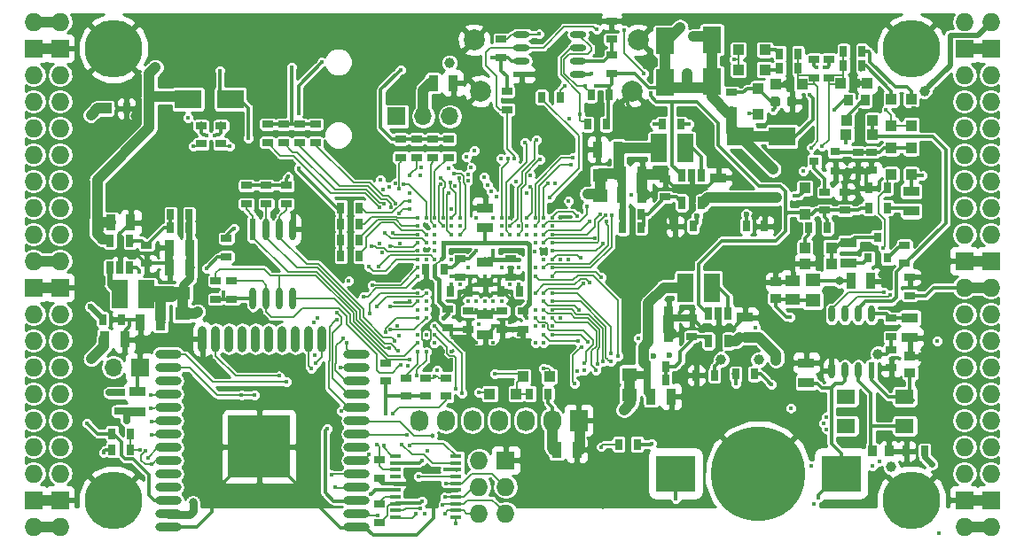
<source format=gbl>
G04 #@! TF.GenerationSoftware,KiCad,Pcbnew,5.0.0+dfsg1-1*
G04 #@! TF.CreationDate,2018-08-10T14:03:09+02:00*
G04 #@! TF.ProjectId,ulx3s,756C7833732E6B696361645F70636200,rev?*
G04 #@! TF.SameCoordinates,Original*
G04 #@! TF.FileFunction,Copper,L4,Bot,Signal*
G04 #@! TF.FilePolarity,Positive*
%FSLAX46Y46*%
G04 Gerber Fmt 4.6, Leading zero omitted, Abs format (unit mm)*
G04 Created by KiCad (PCBNEW 5.0.0+dfsg1-1) date Fri Aug 10 14:03:09 2018*
%MOMM*%
%LPD*%
G01*
G04 APERTURE LIST*
G04 #@! TA.AperFunction,EtchedComponent*
%ADD10C,1.000000*%
G04 #@! TD*
G04 #@! TA.AperFunction,ComponentPad*
%ADD11C,2.000000*%
G04 #@! TD*
G04 #@! TA.AperFunction,SMDPad,CuDef*
%ADD12O,2.500000X0.900000*%
G04 #@! TD*
G04 #@! TA.AperFunction,SMDPad,CuDef*
%ADD13O,0.900000X2.500000*%
G04 #@! TD*
G04 #@! TA.AperFunction,SMDPad,CuDef*
%ADD14R,6.000000X6.000000*%
G04 #@! TD*
G04 #@! TA.AperFunction,SMDPad,CuDef*
%ADD15R,0.670000X1.000000*%
G04 #@! TD*
G04 #@! TA.AperFunction,SMDPad,CuDef*
%ADD16R,1.400000X1.295000*%
G04 #@! TD*
G04 #@! TA.AperFunction,SMDPad,CuDef*
%ADD17R,2.500000X1.800000*%
G04 #@! TD*
G04 #@! TA.AperFunction,SMDPad,CuDef*
%ADD18R,1.800000X2.500000*%
G04 #@! TD*
G04 #@! TA.AperFunction,SMDPad,CuDef*
%ADD19R,3.700000X3.500000*%
G04 #@! TD*
G04 #@! TA.AperFunction,BGAPad,CuDef*
%ADD20C,9.000000*%
G04 #@! TD*
G04 #@! TA.AperFunction,SMDPad,CuDef*
%ADD21R,1.550000X0.600000*%
G04 #@! TD*
G04 #@! TA.AperFunction,SMDPad,CuDef*
%ADD22O,1.550000X0.600000*%
G04 #@! TD*
G04 #@! TA.AperFunction,SMDPad,CuDef*
%ADD23R,0.600000X2.100000*%
G04 #@! TD*
G04 #@! TA.AperFunction,SMDPad,CuDef*
%ADD24O,0.600000X2.100000*%
G04 #@! TD*
G04 #@! TA.AperFunction,SMDPad,CuDef*
%ADD25R,0.600000X1.550000*%
G04 #@! TD*
G04 #@! TA.AperFunction,SMDPad,CuDef*
%ADD26O,0.600000X1.550000*%
G04 #@! TD*
G04 #@! TA.AperFunction,SMDPad,CuDef*
%ADD27R,1.000000X0.400000*%
G04 #@! TD*
G04 #@! TA.AperFunction,SMDPad,CuDef*
%ADD28R,0.700000X1.200000*%
G04 #@! TD*
G04 #@! TA.AperFunction,ComponentPad*
%ADD29O,1.727200X1.727200*%
G04 #@! TD*
G04 #@! TA.AperFunction,ComponentPad*
%ADD30R,1.727200X1.727200*%
G04 #@! TD*
G04 #@! TA.AperFunction,ComponentPad*
%ADD31C,5.500000*%
G04 #@! TD*
G04 #@! TA.AperFunction,ComponentPad*
%ADD32R,1.727200X2.032000*%
G04 #@! TD*
G04 #@! TA.AperFunction,ComponentPad*
%ADD33O,1.727200X2.032000*%
G04 #@! TD*
G04 #@! TA.AperFunction,SMDPad,CuDef*
%ADD34R,1.800000X1.400000*%
G04 #@! TD*
G04 #@! TA.AperFunction,SMDPad,CuDef*
%ADD35R,0.970000X1.500000*%
G04 #@! TD*
G04 #@! TA.AperFunction,SMDPad,CuDef*
%ADD36R,1.500000X0.970000*%
G04 #@! TD*
G04 #@! TA.AperFunction,SMDPad,CuDef*
%ADD37R,1.000000X0.670000*%
G04 #@! TD*
G04 #@! TA.AperFunction,SMDPad,CuDef*
%ADD38R,1.000000X1.000000*%
G04 #@! TD*
G04 #@! TA.AperFunction,BGAPad,CuDef*
%ADD39C,0.300000*%
G04 #@! TD*
G04 #@! TA.AperFunction,ComponentPad*
%ADD40R,1.700000X1.700000*%
G04 #@! TD*
G04 #@! TA.AperFunction,ComponentPad*
%ADD41O,1.700000X1.700000*%
G04 #@! TD*
G04 #@! TA.AperFunction,SMDPad,CuDef*
%ADD42R,1.500000X2.700000*%
G04 #@! TD*
G04 #@! TA.AperFunction,SMDPad,CuDef*
%ADD43R,0.800000X0.900000*%
G04 #@! TD*
G04 #@! TA.AperFunction,SMDPad,CuDef*
%ADD44R,0.900000X0.800000*%
G04 #@! TD*
G04 #@! TA.AperFunction,SMDPad,CuDef*
%ADD45R,0.820000X1.000000*%
G04 #@! TD*
G04 #@! TA.AperFunction,SMDPad,CuDef*
%ADD46R,1.000000X0.820000*%
G04 #@! TD*
G04 #@! TA.AperFunction,SMDPad,CuDef*
%ADD47R,1.400000X1.120000*%
G04 #@! TD*
G04 #@! TA.AperFunction,Conductor*
%ADD48C,0.100000*%
G04 #@! TD*
G04 #@! TA.AperFunction,SMDPad,CuDef*
%ADD49C,0.875000*%
G04 #@! TD*
G04 #@! TA.AperFunction,ViaPad*
%ADD50C,2.000000*%
G04 #@! TD*
G04 #@! TA.AperFunction,ViaPad*
%ADD51C,0.419000*%
G04 #@! TD*
G04 #@! TA.AperFunction,ViaPad*
%ADD52C,0.600000*%
G04 #@! TD*
G04 #@! TA.AperFunction,ViaPad*
%ADD53C,1.000000*%
G04 #@! TD*
G04 #@! TA.AperFunction,ViaPad*
%ADD54C,0.800000*%
G04 #@! TD*
G04 #@! TA.AperFunction,ViaPad*
%ADD55C,0.700000*%
G04 #@! TD*
G04 #@! TA.AperFunction,ViaPad*
%ADD56C,0.454000*%
G04 #@! TD*
G04 #@! TA.AperFunction,Conductor*
%ADD57C,0.300000*%
G04 #@! TD*
G04 #@! TA.AperFunction,Conductor*
%ADD58C,1.000000*%
G04 #@! TD*
G04 #@! TA.AperFunction,Conductor*
%ADD59C,0.700000*%
G04 #@! TD*
G04 #@! TA.AperFunction,Conductor*
%ADD60C,0.127000*%
G04 #@! TD*
G04 #@! TA.AperFunction,Conductor*
%ADD61C,0.500000*%
G04 #@! TD*
G04 #@! TA.AperFunction,Conductor*
%ADD62C,0.400000*%
G04 #@! TD*
G04 #@! TA.AperFunction,Conductor*
%ADD63C,0.800000*%
G04 #@! TD*
G04 #@! TA.AperFunction,Conductor*
%ADD64C,0.600000*%
G04 #@! TD*
G04 #@! TA.AperFunction,Conductor*
%ADD65C,0.190000*%
G04 #@! TD*
G04 #@! TA.AperFunction,Conductor*
%ADD66C,1.500000*%
G04 #@! TD*
G04 #@! TA.AperFunction,Conductor*
%ADD67C,0.200000*%
G04 #@! TD*
G04 #@! TA.AperFunction,Conductor*
%ADD68C,0.254000*%
G04 #@! TD*
G04 APERTURE END LIST*
D10*
G04 #@! TO.C,RP3*
X149472000Y-77311000D02*
X149472000Y-79311000D01*
G04 #@! TO.C,RP2*
X109609000Y-88632000D02*
X109609000Y-90632000D01*
G04 #@! TO.C,RP1*
X152281000Y-96361000D02*
X152281000Y-98361000D01*
G04 #@! TO.C,RD9*
X166854000Y-73630000D02*
X162854000Y-73630000D01*
G04 #@! TO.C,RD52*
X160155000Y-64391000D02*
X160155000Y-68391000D01*
G04 #@! TO.C,RD51*
X155710000Y-68518000D02*
X155710000Y-64518000D01*
G04 #@! TD*
D11*
G04 #@! TO.P,GPDI1,0*
G04 #@! TO.N,GND*
X152546000Y-69312000D03*
X138046000Y-69312000D03*
X153146000Y-64412000D03*
X137446000Y-64412000D03*
G04 #@! TD*
D12*
G04 #@! TO.P,U9,38*
G04 #@! TO.N,GND*
X126230000Y-111000000D03*
G04 #@! TO.P,U9,37*
G04 #@! TO.N,JTAG_TDI*
X126230000Y-109730000D03*
G04 #@! TO.P,U9,36*
G04 #@! TO.N,PROG_DONE*
X126230000Y-108460000D03*
G04 #@! TO.P,U9,35*
G04 #@! TO.N,WIFI_TXD*
X126230000Y-107190000D03*
G04 #@! TO.P,U9,34*
G04 #@! TO.N,WIFI_RXD*
X126230000Y-105920000D03*
G04 #@! TO.P,U9,33*
G04 #@! TO.N,JTAG_TMS*
X126230000Y-104650000D03*
G04 #@! TO.P,U9,32*
G04 #@! TO.N,N/C*
X126230000Y-103380000D03*
G04 #@! TO.P,U9,31*
G04 #@! TO.N,JTAG_TDO*
X126230000Y-102110000D03*
G04 #@! TO.P,U9,30*
G04 #@! TO.N,JTAG_TCK*
X126230000Y-100840000D03*
G04 #@! TO.P,U9,29*
G04 #@! TO.N,WIFI_GPIO5*
X126230000Y-99570000D03*
G04 #@! TO.P,U9,28*
G04 #@! TO.N,WIFI_GPIO17*
X126230000Y-98300000D03*
G04 #@! TO.P,U9,27*
G04 #@! TO.N,WIFI_GPIO16*
X126230000Y-97030000D03*
G04 #@! TO.P,U9,26*
G04 #@! TO.N,SD_D1*
X126230000Y-95760000D03*
G04 #@! TO.P,U9,25*
G04 #@! TO.N,WIFI_GPIO0*
X126230000Y-94490000D03*
D13*
G04 #@! TO.P,U9,24*
G04 #@! TO.N,SD_D0*
X122945000Y-93000000D03*
G04 #@! TO.P,U9,23*
G04 #@! TO.N,SD_CMD*
X121675000Y-93000000D03*
G04 #@! TO.P,U9,22*
G04 #@! TO.N,N/C*
X120405000Y-93000000D03*
G04 #@! TO.P,U9,21*
X119135000Y-93000000D03*
G04 #@! TO.P,U9,20*
X117865000Y-93000000D03*
G04 #@! TO.P,U9,19*
X116595000Y-93000000D03*
G04 #@! TO.P,U9,18*
X115325000Y-93000000D03*
G04 #@! TO.P,U9,17*
X114055000Y-93000000D03*
G04 #@! TO.P,U9,16*
G04 #@! TO.N,SD_D3*
X112785000Y-93000000D03*
G04 #@! TO.P,U9,15*
G04 #@! TO.N,GND*
X111515000Y-93000000D03*
D12*
G04 #@! TO.P,U9,14*
G04 #@! TO.N,SD_D2*
X108230000Y-94490000D03*
G04 #@! TO.P,U9,13*
G04 #@! TO.N,SD_CLK*
X108230000Y-95760000D03*
G04 #@! TO.P,U9,12*
G04 #@! TO.N,N/C*
X108230000Y-97030000D03*
G04 #@! TO.P,U9,11*
G04 #@! TO.N,GP11*
X108230000Y-98300000D03*
G04 #@! TO.P,U9,10*
G04 #@! TO.N,GN11*
X108230000Y-99570000D03*
G04 #@! TO.P,U9,9*
G04 #@! TO.N,GP12*
X108230000Y-100840000D03*
G04 #@! TO.P,U9,8*
G04 #@! TO.N,GN12*
X108230000Y-102110000D03*
G04 #@! TO.P,U9,7*
G04 #@! TO.N,GP13*
X108230000Y-103380000D03*
G04 #@! TO.P,U9,6*
G04 #@! TO.N,GN13*
X108230000Y-104650000D03*
G04 #@! TO.P,U9,5*
G04 #@! TO.N,N/C*
X108230000Y-105920000D03*
G04 #@! TO.P,U9,4*
X108230000Y-107190000D03*
G04 #@! TO.P,U9,3*
G04 #@! TO.N,/wifi/WIFIEN*
X108230000Y-108460000D03*
G04 #@! TO.P,U9,2*
G04 #@! TO.N,+3V3*
X108230000Y-109730000D03*
G04 #@! TO.P,U9,1*
G04 #@! TO.N,GND*
X108230000Y-111000000D03*
D14*
G04 #@! TO.P,U9,39*
X116930000Y-103300000D03*
G04 #@! TD*
D15*
G04 #@! TO.P,C49,2*
G04 #@! TO.N,GND*
X103738000Y-91156000D03*
G04 #@! TO.P,C49,1*
G04 #@! TO.N,2V5_3V3*
X101988000Y-91156000D03*
G04 #@! TD*
D16*
G04 #@! TO.P,RP3,2*
G04 #@! TO.N,+3V3*
X149472000Y-79278500D03*
G04 #@! TO.P,RP3,1*
G04 #@! TO.N,/power/P3V3*
X149472000Y-77343500D03*
G04 #@! TD*
G04 #@! TO.P,RP2,2*
G04 #@! TO.N,+2V5*
X109609000Y-90599500D03*
G04 #@! TO.P,RP2,1*
G04 #@! TO.N,/power/P2V5*
X109609000Y-88664500D03*
G04 #@! TD*
G04 #@! TO.P,RP1,2*
G04 #@! TO.N,+1V1*
X152281000Y-98328500D03*
G04 #@! TO.P,RP1,1*
G04 #@! TO.N,/power/P1V1*
X152281000Y-96393500D03*
G04 #@! TD*
D17*
G04 #@! TO.P,RD9,2*
G04 #@! TO.N,+5V*
X162854000Y-73630000D03*
G04 #@! TO.P,RD9,1*
G04 #@! TO.N,/usb/US2VBUS*
X166854000Y-73630000D03*
G04 #@! TD*
D18*
G04 #@! TO.P,RD52,2*
G04 #@! TO.N,+5V*
X160155000Y-68391000D03*
G04 #@! TO.P,RD52,1*
G04 #@! TO.N,/gpio/OUT5V*
X160155000Y-64391000D03*
G04 #@! TD*
G04 #@! TO.P,RD51,2*
G04 #@! TO.N,/gpio/IN5V*
X155710000Y-64518000D03*
G04 #@! TO.P,RD51,1*
G04 #@! TO.N,+5V*
X155710000Y-68518000D03*
G04 #@! TD*
D19*
G04 #@! TO.P,BAT1,1*
G04 #@! TO.N,/power/VBAT*
X172485000Y-105870000D03*
X156685000Y-105870000D03*
D20*
G04 #@! TO.P,BAT1,2*
G04 #@! TO.N,GND*
X164585000Y-105870000D03*
G04 #@! TD*
D21*
G04 #@! TO.P,U11,1*
G04 #@! TO.N,GND*
X141980000Y-67706500D03*
D22*
G04 #@! TO.P,U11,2*
G04 #@! TO.N,+2V5*
X141980000Y-66436500D03*
G04 #@! TO.P,U11,3*
G04 #@! TO.N,FPDI_SCL*
X141980000Y-65166500D03*
G04 #@! TO.P,U11,4*
G04 #@! TO.N,FPDI_SDA*
X141980000Y-63896500D03*
G04 #@! TO.P,U11,5*
G04 #@! TO.N,GPDI_SDA*
X147380000Y-63896500D03*
G04 #@! TO.P,U11,6*
G04 #@! TO.N,GPDI_SCL*
X147380000Y-65166500D03*
G04 #@! TO.P,U11,7*
G04 #@! TO.N,/gpdi/VREF2*
X147380000Y-66436500D03*
G04 #@! TO.P,U11,8*
G04 #@! TO.N,+3V3*
X147380000Y-67706500D03*
G04 #@! TD*
D23*
G04 #@! TO.P,U10,1*
G04 #@! TO.N,/flash/FLASH_nCS*
X116340000Y-82520000D03*
D24*
G04 #@! TO.P,U10,2*
G04 #@! TO.N,/flash/FLASH_MISO*
X117610000Y-82520000D03*
G04 #@! TO.P,U10,3*
G04 #@! TO.N,/flash/FLASH_nWP*
X118880000Y-82520000D03*
G04 #@! TO.P,U10,4*
G04 #@! TO.N,GND*
X120150000Y-82520000D03*
G04 #@! TO.P,U10,5*
G04 #@! TO.N,/flash/FLASH_MOSI*
X120150000Y-89124000D03*
G04 #@! TO.P,U10,6*
G04 #@! TO.N,/flash/FLASH_SCK*
X118880000Y-89124000D03*
G04 #@! TO.P,U10,7*
G04 #@! TO.N,/flash/FLASH_nHOLD*
X117610000Y-89124000D03*
G04 #@! TO.P,U10,8*
G04 #@! TO.N,+3V3*
X116340000Y-89124000D03*
G04 #@! TD*
D25*
G04 #@! TO.P,U7,1*
G04 #@! TO.N,/power/OSCI_32k*
X175395000Y-96015000D03*
D26*
G04 #@! TO.P,U7,2*
G04 #@! TO.N,/power/OSCO_32k*
X174125000Y-96015000D03*
G04 #@! TO.P,U7,3*
G04 #@! TO.N,/power/VBAT*
X172855000Y-96015000D03*
G04 #@! TO.P,U7,4*
G04 #@! TO.N,GND*
X171585000Y-96015000D03*
G04 #@! TO.P,U7,5*
G04 #@! TO.N,FPDI_SDA*
X171585000Y-90615000D03*
G04 #@! TO.P,U7,6*
G04 #@! TO.N,FPDI_SCL*
X172855000Y-90615000D03*
G04 #@! TO.P,U7,7*
G04 #@! TO.N,/power/WAKEUPn*
X174125000Y-90615000D03*
G04 #@! TO.P,U7,8*
G04 #@! TO.N,/power/RTCVDD*
X175395000Y-90615000D03*
G04 #@! TD*
D27*
G04 #@! TO.P,U6,20*
G04 #@! TO.N,FTDI_TXD*
X129935000Y-104215000D03*
G04 #@! TO.P,U6,19*
G04 #@! TO.N,FTDI_nSLEEP*
X129935000Y-104865000D03*
G04 #@! TO.P,U6,18*
G04 #@! TO.N,FTDI_TXDEN*
X129935000Y-105515000D03*
G04 #@! TO.P,U6,17*
G04 #@! TO.N,N/C*
X129935000Y-106165000D03*
G04 #@! TO.P,U6,16*
G04 #@! TO.N,GND*
X129935000Y-106815000D03*
G04 #@! TO.P,U6,15*
G04 #@! TO.N,USB5V*
X129935000Y-107465000D03*
G04 #@! TO.P,U6,14*
G04 #@! TO.N,nRESET*
X129935000Y-108115000D03*
G04 #@! TO.P,U6,13*
G04 #@! TO.N,FT2V5*
X129935000Y-108765000D03*
G04 #@! TO.P,U6,12*
G04 #@! TO.N,USB_FTDI_D-*
X129935000Y-109415000D03*
G04 #@! TO.P,U6,11*
G04 #@! TO.N,USB_FTDI_D+*
X129935000Y-110065000D03*
G04 #@! TO.P,U6,10*
G04 #@! TO.N,FTDI_nTXLED*
X135735000Y-110065000D03*
G04 #@! TO.P,U6,9*
G04 #@! TO.N,JTAG_TDO*
X135735000Y-109415000D03*
G04 #@! TO.P,U6,8*
G04 #@! TO.N,JTAG_TMS*
X135735000Y-108765000D03*
G04 #@! TO.P,U6,7*
G04 #@! TO.N,JTAG_TCK*
X135735000Y-108115000D03*
G04 #@! TO.P,U6,6*
G04 #@! TO.N,GND*
X135735000Y-107465000D03*
G04 #@! TO.P,U6,5*
G04 #@! TO.N,JTAG_TDI*
X135735000Y-106815000D03*
G04 #@! TO.P,U6,4*
G04 #@! TO.N,FTDI_RXD*
X135735000Y-106165000D03*
G04 #@! TO.P,U6,3*
G04 #@! TO.N,FT2V5*
X135735000Y-105515000D03*
G04 #@! TO.P,U6,2*
G04 #@! TO.N,FTDI_nRTS*
X135735000Y-104865000D03*
G04 #@! TO.P,U6,1*
G04 #@! TO.N,FTDI_nDTR*
X135735000Y-104215000D03*
G04 #@! TD*
D28*
G04 #@! TO.P,U5,1*
G04 #@! TO.N,/power/PWREN*
X157285000Y-77392000D03*
G04 #@! TO.P,U5,2*
G04 #@! TO.N,GND*
X158235000Y-77392000D03*
G04 #@! TO.P,U5,3*
G04 #@! TO.N,/power/L3*
X159185000Y-77392000D03*
G04 #@! TO.P,U5,4*
G04 #@! TO.N,+5V*
X159185000Y-79992000D03*
G04 #@! TO.P,U5,5*
G04 #@! TO.N,/power/FB3*
X157285000Y-79992000D03*
G04 #@! TD*
G04 #@! TO.P,U3,1*
G04 #@! TO.N,/power/PWREN*
X159825000Y-90600000D03*
G04 #@! TO.P,U3,2*
G04 #@! TO.N,GND*
X160775000Y-90600000D03*
G04 #@! TO.P,U3,3*
G04 #@! TO.N,/power/L1*
X161725000Y-90600000D03*
G04 #@! TO.P,U3,4*
G04 #@! TO.N,+5V*
X161725000Y-93200000D03*
G04 #@! TO.P,U3,5*
G04 #@! TO.N,/power/FB1*
X159825000Y-93200000D03*
G04 #@! TD*
G04 #@! TO.P,U4,1*
G04 #@! TO.N,/power/PWREN*
X104575000Y-86215000D03*
G04 #@! TO.P,U4,2*
G04 #@! TO.N,GND*
X103625000Y-86215000D03*
G04 #@! TO.P,U4,3*
G04 #@! TO.N,/power/L2*
X102675000Y-86215000D03*
G04 #@! TO.P,U4,4*
G04 #@! TO.N,+5V*
X102675000Y-83615000D03*
G04 #@! TO.P,U4,5*
G04 #@! TO.N,/power/FB2*
X104575000Y-83615000D03*
G04 #@! TD*
D29*
G04 #@! TO.P,J1,1*
G04 #@! TO.N,2V5_3V3*
X97910000Y-62690000D03*
G04 #@! TO.P,J1,2*
X95370000Y-62690000D03*
D30*
G04 #@! TO.P,J1,3*
G04 #@! TO.N,GND*
X97910000Y-65230000D03*
G04 #@! TO.P,J1,4*
X95370000Y-65230000D03*
D29*
G04 #@! TO.P,J1,5*
G04 #@! TO.N,GN0*
X97910000Y-67770000D03*
G04 #@! TO.P,J1,6*
G04 #@! TO.N,GP0*
X95370000Y-67770000D03*
G04 #@! TO.P,J1,7*
G04 #@! TO.N,GN1*
X97910000Y-70310000D03*
G04 #@! TO.P,J1,8*
G04 #@! TO.N,GP1*
X95370000Y-70310000D03*
G04 #@! TO.P,J1,9*
G04 #@! TO.N,GN2*
X97910000Y-72850000D03*
G04 #@! TO.P,J1,10*
G04 #@! TO.N,GP2*
X95370000Y-72850000D03*
G04 #@! TO.P,J1,11*
G04 #@! TO.N,GN3*
X97910000Y-75390000D03*
G04 #@! TO.P,J1,12*
G04 #@! TO.N,GP3*
X95370000Y-75390000D03*
G04 #@! TO.P,J1,13*
G04 #@! TO.N,GN4*
X97910000Y-77930000D03*
G04 #@! TO.P,J1,14*
G04 #@! TO.N,GP4*
X95370000Y-77930000D03*
G04 #@! TO.P,J1,15*
G04 #@! TO.N,GN5*
X97910000Y-80470000D03*
G04 #@! TO.P,J1,16*
G04 #@! TO.N,GP5*
X95370000Y-80470000D03*
G04 #@! TO.P,J1,17*
G04 #@! TO.N,GN6*
X97910000Y-83010000D03*
G04 #@! TO.P,J1,18*
G04 #@! TO.N,GP6*
X95370000Y-83010000D03*
G04 #@! TO.P,J1,19*
G04 #@! TO.N,2V5_3V3*
X97910000Y-85550000D03*
G04 #@! TO.P,J1,20*
X95370000Y-85550000D03*
D30*
G04 #@! TO.P,J1,21*
G04 #@! TO.N,GND*
X97910000Y-88090000D03*
G04 #@! TO.P,J1,22*
X95370000Y-88090000D03*
D29*
G04 #@! TO.P,J1,23*
G04 #@! TO.N,GN7*
X97910000Y-90630000D03*
G04 #@! TO.P,J1,24*
G04 #@! TO.N,GP7*
X95370000Y-90630000D03*
G04 #@! TO.P,J1,25*
G04 #@! TO.N,GN8*
X97910000Y-93170000D03*
G04 #@! TO.P,J1,26*
G04 #@! TO.N,GP8*
X95370000Y-93170000D03*
G04 #@! TO.P,J1,27*
G04 #@! TO.N,GN9*
X97910000Y-95710000D03*
G04 #@! TO.P,J1,28*
G04 #@! TO.N,GP9*
X95370000Y-95710000D03*
G04 #@! TO.P,J1,29*
G04 #@! TO.N,GN10*
X97910000Y-98250000D03*
G04 #@! TO.P,J1,30*
G04 #@! TO.N,GP10*
X95370000Y-98250000D03*
G04 #@! TO.P,J1,31*
G04 #@! TO.N,GN11*
X97910000Y-100790000D03*
G04 #@! TO.P,J1,32*
G04 #@! TO.N,GP11*
X95370000Y-100790000D03*
G04 #@! TO.P,J1,33*
G04 #@! TO.N,GN12*
X97910000Y-103330000D03*
G04 #@! TO.P,J1,34*
G04 #@! TO.N,GP12*
X95370000Y-103330000D03*
G04 #@! TO.P,J1,35*
G04 #@! TO.N,GN13*
X97910000Y-105870000D03*
G04 #@! TO.P,J1,36*
G04 #@! TO.N,GP13*
X95370000Y-105870000D03*
D30*
G04 #@! TO.P,J1,37*
G04 #@! TO.N,GND*
X97910000Y-108410000D03*
G04 #@! TO.P,J1,38*
X95370000Y-108410000D03*
D29*
G04 #@! TO.P,J1,39*
G04 #@! TO.N,2V5_3V3*
X97910000Y-110950000D03*
G04 #@! TO.P,J1,40*
X95370000Y-110950000D03*
G04 #@! TD*
G04 #@! TO.P,J2,1*
G04 #@! TO.N,+3V3*
X184270000Y-110950000D03*
G04 #@! TO.P,J2,2*
X186810000Y-110950000D03*
D30*
G04 #@! TO.P,J2,3*
G04 #@! TO.N,GND*
X184270000Y-108410000D03*
G04 #@! TO.P,J2,4*
X186810000Y-108410000D03*
D29*
G04 #@! TO.P,J2,5*
G04 #@! TO.N,GN14*
X184270000Y-105870000D03*
G04 #@! TO.P,J2,6*
G04 #@! TO.N,GP14*
X186810000Y-105870000D03*
G04 #@! TO.P,J2,7*
G04 #@! TO.N,GN15*
X184270000Y-103330000D03*
G04 #@! TO.P,J2,8*
G04 #@! TO.N,GP15*
X186810000Y-103330000D03*
G04 #@! TO.P,J2,9*
G04 #@! TO.N,GN16*
X184270000Y-100790000D03*
G04 #@! TO.P,J2,10*
G04 #@! TO.N,GP16*
X186810000Y-100790000D03*
G04 #@! TO.P,J2,11*
G04 #@! TO.N,GN17*
X184270000Y-98250000D03*
G04 #@! TO.P,J2,12*
G04 #@! TO.N,GP17*
X186810000Y-98250000D03*
G04 #@! TO.P,J2,13*
G04 #@! TO.N,GN18*
X184270000Y-95710000D03*
G04 #@! TO.P,J2,14*
G04 #@! TO.N,GP18*
X186810000Y-95710000D03*
G04 #@! TO.P,J2,15*
G04 #@! TO.N,GN19*
X184270000Y-93170000D03*
G04 #@! TO.P,J2,16*
G04 #@! TO.N,GP19*
X186810000Y-93170000D03*
G04 #@! TO.P,J2,17*
G04 #@! TO.N,GN20*
X184270000Y-90630000D03*
G04 #@! TO.P,J2,18*
G04 #@! TO.N,GP20*
X186810000Y-90630000D03*
G04 #@! TO.P,J2,19*
G04 #@! TO.N,+3V3*
X184270000Y-88090000D03*
G04 #@! TO.P,J2,20*
X186810000Y-88090000D03*
D30*
G04 #@! TO.P,J2,21*
G04 #@! TO.N,GND*
X184270000Y-85550000D03*
G04 #@! TO.P,J2,22*
X186810000Y-85550000D03*
D29*
G04 #@! TO.P,J2,23*
G04 #@! TO.N,GN21*
X184270000Y-83010000D03*
G04 #@! TO.P,J2,24*
G04 #@! TO.N,GP21*
X186810000Y-83010000D03*
G04 #@! TO.P,J2,25*
G04 #@! TO.N,GN22*
X184270000Y-80470000D03*
G04 #@! TO.P,J2,26*
G04 #@! TO.N,GP22*
X186810000Y-80470000D03*
G04 #@! TO.P,J2,27*
G04 #@! TO.N,GN23*
X184270000Y-77930000D03*
G04 #@! TO.P,J2,28*
G04 #@! TO.N,GP23*
X186810000Y-77930000D03*
G04 #@! TO.P,J2,29*
G04 #@! TO.N,GN24*
X184270000Y-75390000D03*
G04 #@! TO.P,J2,30*
G04 #@! TO.N,GP24*
X186810000Y-75390000D03*
G04 #@! TO.P,J2,31*
G04 #@! TO.N,GN25*
X184270000Y-72850000D03*
G04 #@! TO.P,J2,32*
G04 #@! TO.N,GP25*
X186810000Y-72850000D03*
G04 #@! TO.P,J2,33*
G04 #@! TO.N,GN26*
X184270000Y-70310000D03*
G04 #@! TO.P,J2,34*
G04 #@! TO.N,GP26*
X186810000Y-70310000D03*
G04 #@! TO.P,J2,35*
G04 #@! TO.N,GN27*
X184270000Y-67770000D03*
G04 #@! TO.P,J2,36*
G04 #@! TO.N,GP27*
X186810000Y-67770000D03*
D30*
G04 #@! TO.P,J2,37*
G04 #@! TO.N,GND*
X184270000Y-65230000D03*
G04 #@! TO.P,J2,38*
X186810000Y-65230000D03*
D29*
G04 #@! TO.P,J2,39*
G04 #@! TO.N,/gpio/IN5V*
X184270000Y-62690000D03*
G04 #@! TO.P,J2,40*
G04 #@! TO.N,/gpio/OUT5V*
X186810000Y-62690000D03*
G04 #@! TD*
D31*
G04 #@! TO.P,H1,1*
G04 #@! TO.N,GND*
X102990000Y-108410000D03*
G04 #@! TD*
G04 #@! TO.P,H2,1*
G04 #@! TO.N,GND*
X179190000Y-108410000D03*
G04 #@! TD*
G04 #@! TO.P,H3,1*
G04 #@! TO.N,GND*
X179190000Y-65230000D03*
G04 #@! TD*
G04 #@! TO.P,H4,1*
G04 #@! TO.N,GND*
X102990000Y-65230000D03*
G04 #@! TD*
D30*
G04 #@! TO.P,J4,1*
G04 #@! TO.N,GND*
X140455000Y-104600000D03*
D29*
G04 #@! TO.P,J4,2*
G04 #@! TO.N,+3V3*
X137915000Y-104600000D03*
G04 #@! TO.P,J4,3*
G04 #@! TO.N,JTAG_TDI*
X140455000Y-107140000D03*
G04 #@! TO.P,J4,4*
G04 #@! TO.N,JTAG_TCK*
X137915000Y-107140000D03*
G04 #@! TO.P,J4,5*
G04 #@! TO.N,JTAG_TMS*
X140455000Y-109680000D03*
G04 #@! TO.P,J4,6*
G04 #@! TO.N,JTAG_TDO*
X137915000Y-109680000D03*
G04 #@! TD*
D32*
G04 #@! TO.P,OLED1,1*
G04 #@! TO.N,GND*
X147440000Y-100790000D03*
D33*
G04 #@! TO.P,OLED1,2*
G04 #@! TO.N,+3V3*
X144900000Y-100790000D03*
G04 #@! TO.P,OLED1,3*
G04 #@! TO.N,OLED_CLK*
X142360000Y-100790000D03*
G04 #@! TO.P,OLED1,4*
G04 #@! TO.N,OLED_MOSI*
X139820000Y-100790000D03*
G04 #@! TO.P,OLED1,5*
G04 #@! TO.N,OLED_RES*
X137280000Y-100790000D03*
G04 #@! TO.P,OLED1,6*
G04 #@! TO.N,OLED_DC*
X134740000Y-100790000D03*
G04 #@! TO.P,OLED1,7*
G04 #@! TO.N,OLED_CS*
X132200000Y-100790000D03*
G04 #@! TD*
D34*
G04 #@! TO.P,Y2,4*
G04 #@! TO.N,/power/OSCI_32k*
X178576000Y-98522000D03*
G04 #@! TO.P,Y2,3*
G04 #@! TO.N,N/C*
X172976000Y-98522000D03*
G04 #@! TO.P,Y2,2*
X172976000Y-101322000D03*
G04 #@! TO.P,Y2,1*
G04 #@! TO.N,/power/OSCO_32k*
X178576000Y-101322000D03*
G04 #@! TD*
D35*
G04 #@! TO.P,C47,1*
G04 #@! TO.N,2V5_3V3*
X133546000Y-68550000D03*
G04 #@! TO.P,C47,2*
G04 #@! TO.N,GND*
X135456000Y-68550000D03*
G04 #@! TD*
G04 #@! TO.P,C1,1*
G04 #@! TO.N,+5V*
X102748500Y-81885000D03*
G04 #@! TO.P,C1,2*
G04 #@! TO.N,GND*
X104658500Y-81885000D03*
G04 #@! TD*
D15*
G04 #@! TO.P,C2,1*
G04 #@! TO.N,/power/P1V1*
X153985000Y-96910000D03*
G04 #@! TO.P,C2,2*
G04 #@! TO.N,/power/FB1*
X155735000Y-96910000D03*
G04 #@! TD*
D35*
G04 #@! TO.P,C3,2*
G04 #@! TO.N,GND*
X156015000Y-90630000D03*
G04 #@! TO.P,C3,1*
G04 #@! TO.N,/power/P1V1*
X154105000Y-90630000D03*
G04 #@! TD*
G04 #@! TO.P,C4,1*
G04 #@! TO.N,/power/P1V1*
X154105000Y-92535000D03*
G04 #@! TO.P,C4,2*
G04 #@! TO.N,GND*
X156015000Y-92535000D03*
G04 #@! TD*
D36*
G04 #@! TO.P,C5,2*
G04 #@! TO.N,GND*
X163315000Y-90945000D03*
G04 #@! TO.P,C5,1*
G04 #@! TO.N,+5V*
X163315000Y-92855000D03*
G04 #@! TD*
D15*
G04 #@! TO.P,C6,1*
G04 #@! TO.N,/power/P3V3*
X151645000Y-82375000D03*
G04 #@! TO.P,C6,2*
G04 #@! TO.N,/power/FB3*
X153395000Y-82375000D03*
G04 #@! TD*
D35*
G04 #@! TO.P,C7,2*
G04 #@! TO.N,GND*
X153475000Y-79200000D03*
G04 #@! TO.P,C7,1*
G04 #@! TO.N,/power/P3V3*
X151565000Y-79200000D03*
G04 #@! TD*
G04 #@! TO.P,C8,2*
G04 #@! TO.N,GND*
X153475000Y-77295000D03*
G04 #@! TO.P,C8,1*
G04 #@! TO.N,/power/P3V3*
X151565000Y-77295000D03*
G04 #@! TD*
D36*
G04 #@! TO.P,C9,1*
G04 #@! TO.N,+5V*
X160775000Y-79520000D03*
G04 #@! TO.P,C9,2*
G04 #@! TO.N,GND*
X160775000Y-77610000D03*
G04 #@! TD*
D15*
G04 #@! TO.P,C10,2*
G04 #@! TO.N,/power/FB2*
X108465000Y-81105000D03*
G04 #@! TO.P,C10,1*
G04 #@! TO.N,/power/P2V5*
X110215000Y-81105000D03*
G04 #@! TD*
D35*
G04 #@! TO.P,C11,2*
G04 #@! TO.N,GND*
X108385000Y-84280000D03*
G04 #@! TO.P,C11,1*
G04 #@! TO.N,/power/P2V5*
X110295000Y-84280000D03*
G04 #@! TD*
G04 #@! TO.P,C12,1*
G04 #@! TO.N,/power/P2V5*
X110295000Y-86185000D03*
G04 #@! TO.P,C12,2*
G04 #@! TO.N,GND*
X108385000Y-86185000D03*
G04 #@! TD*
D36*
G04 #@! TO.P,C13,2*
G04 #@! TO.N,/power/WKUP*
X173221000Y-83833000D03*
G04 #@! TO.P,C13,1*
G04 #@! TO.N,+5V*
X173221000Y-85743000D03*
G04 #@! TD*
D37*
G04 #@! TO.P,C14,2*
G04 #@! TO.N,GND*
X175380000Y-76900000D03*
G04 #@! TO.P,C14,1*
G04 #@! TO.N,/power/SHUT*
X175380000Y-75150000D03*
G04 #@! TD*
D36*
G04 #@! TO.P,C15,1*
G04 #@! TO.N,/sdcard/SD3V3*
X105276000Y-99967000D03*
G04 #@! TO.P,C15,2*
G04 #@! TO.N,GND*
X105276000Y-98057000D03*
G04 #@! TD*
D35*
G04 #@! TO.P,C16,1*
G04 #@! TO.N,+3V3*
X173424000Y-87473000D03*
G04 #@! TO.P,C16,2*
G04 #@! TO.N,GND*
X175334000Y-87473000D03*
G04 #@! TD*
D36*
G04 #@! TO.P,C17,1*
G04 #@! TO.N,+1V1*
X138500000Y-90665000D03*
G04 #@! TO.P,C17,2*
G04 #@! TO.N,GND*
X138500000Y-92575000D03*
G04 #@! TD*
D37*
G04 #@! TO.P,C18,1*
G04 #@! TO.N,/gpdi/VREF2*
X150589600Y-64359000D03*
G04 #@! TO.P,C18,2*
G04 #@! TO.N,GND*
X150589600Y-62609000D03*
G04 #@! TD*
D36*
G04 #@! TO.P,C19,1*
G04 #@! TO.N,+2V5*
X138500000Y-82375000D03*
G04 #@! TO.P,C19,2*
G04 #@! TO.N,GND*
X138500000Y-80465000D03*
G04 #@! TD*
G04 #@! TO.P,C20,2*
G04 #@! TO.N,GND*
X138500000Y-87575000D03*
G04 #@! TO.P,C20,1*
G04 #@! TO.N,+3V3*
X138500000Y-85665000D03*
G04 #@! TD*
D35*
G04 #@! TO.P,C21,2*
G04 #@! TO.N,GND*
X104072000Y-93061000D03*
G04 #@! TO.P,C21,1*
G04 #@! TO.N,+3V3*
X102162000Y-93061000D03*
G04 #@! TD*
G04 #@! TO.P,C22,1*
G04 #@! TO.N,/power/P1V1*
X154359000Y-98504000D03*
G04 #@! TO.P,C22,2*
G04 #@! TO.N,GND*
X156269000Y-98504000D03*
G04 #@! TD*
G04 #@! TO.P,C23,2*
G04 #@! TO.N,GND*
X105591000Y-91392000D03*
G04 #@! TO.P,C23,1*
G04 #@! TO.N,/power/P2V5*
X107501000Y-91392000D03*
G04 #@! TD*
G04 #@! TO.P,C24,1*
G04 #@! TO.N,/power/P3V3*
X151189000Y-74882000D03*
G04 #@! TO.P,C24,2*
G04 #@! TO.N,GND*
X149279000Y-74882000D03*
G04 #@! TD*
D37*
G04 #@! TO.P,C25,2*
G04 #@! TO.N,GND*
X140900000Y-87095000D03*
G04 #@! TO.P,C25,1*
G04 #@! TO.N,+3V3*
X140900000Y-85345000D03*
G04 #@! TD*
G04 #@! TO.P,C26,2*
G04 #@! TO.N,GND*
X136100000Y-87095000D03*
G04 #@! TO.P,C26,1*
G04 #@! TO.N,2V5_3V3*
X136100000Y-85345000D03*
G04 #@! TD*
G04 #@! TO.P,C27,2*
G04 #@! TO.N,GND*
X136900000Y-92095000D03*
G04 #@! TO.P,C27,1*
G04 #@! TO.N,+1V1*
X136900000Y-90345000D03*
G04 #@! TD*
G04 #@! TO.P,C28,1*
G04 #@! TO.N,+1V1*
X140100000Y-90345000D03*
G04 #@! TO.P,C28,2*
G04 #@! TO.N,GND*
X140100000Y-92095000D03*
G04 #@! TD*
G04 #@! TO.P,C29,2*
G04 #@! TO.N,GND*
X142100000Y-92095000D03*
G04 #@! TO.P,C29,1*
G04 #@! TO.N,+2V5*
X142100000Y-90345000D03*
G04 #@! TD*
G04 #@! TO.P,C30,1*
G04 #@! TO.N,+2V5*
X134900000Y-90145000D03*
G04 #@! TO.P,C30,2*
G04 #@! TO.N,GND*
X134900000Y-91895000D03*
G04 #@! TD*
D15*
G04 #@! TO.P,C31,1*
G04 #@! TO.N,+3V3*
X135225000Y-88420000D03*
G04 #@! TO.P,C31,2*
G04 #@! TO.N,GND*
X136975000Y-88420000D03*
G04 #@! TD*
G04 #@! TO.P,C32,2*
G04 #@! TO.N,GND*
X140025000Y-88420000D03*
G04 #@! TO.P,C32,1*
G04 #@! TO.N,+3V3*
X141775000Y-88420000D03*
G04 #@! TD*
G04 #@! TO.P,C33,1*
G04 #@! TO.N,+3V3*
X163425000Y-82220000D03*
G04 #@! TO.P,C33,2*
G04 #@! TO.N,GND*
X165175000Y-82220000D03*
G04 #@! TD*
G04 #@! TO.P,C34,1*
G04 #@! TO.N,+3V3*
X158375000Y-82220000D03*
G04 #@! TO.P,C34,2*
G04 #@! TO.N,GND*
X156625000Y-82220000D03*
G04 #@! TD*
D37*
G04 #@! TO.P,C35,1*
G04 #@! TO.N,+3V3*
X177300000Y-94025000D03*
G04 #@! TO.P,C35,2*
G04 #@! TO.N,GND*
X177300000Y-95775000D03*
G04 #@! TD*
D35*
G04 #@! TO.P,C46,1*
G04 #@! TO.N,+3V3*
X145342000Y-103584000D03*
G04 #@! TO.P,C46,2*
G04 #@! TO.N,GND*
X147252000Y-103584000D03*
G04 #@! TD*
D15*
G04 #@! TO.P,C48,2*
G04 #@! TO.N,GND*
X104246000Y-70963000D03*
G04 #@! TO.P,C48,1*
G04 #@! TO.N,2V5_3V3*
X102496000Y-70963000D03*
G04 #@! TD*
D37*
G04 #@! TO.P,C50,1*
G04 #@! TO.N,+3V3*
X179063000Y-88856000D03*
G04 #@! TO.P,C50,2*
G04 #@! TO.N,GND*
X179063000Y-87106000D03*
G04 #@! TD*
D15*
G04 #@! TO.P,C51,1*
G04 #@! TO.N,+3V3*
X180473000Y-103711000D03*
G04 #@! TO.P,C51,2*
G04 #@! TO.N,GND*
X178723000Y-103711000D03*
G04 #@! TD*
G04 #@! TO.P,C52,2*
G04 #@! TO.N,GND*
X158645000Y-96490000D03*
G04 #@! TO.P,C52,1*
G04 #@! TO.N,+3V3*
X160395000Y-96490000D03*
G04 #@! TD*
G04 #@! TO.P,C53,2*
G04 #@! TO.N,GND*
X132827200Y-86330000D03*
G04 #@! TO.P,C53,1*
G04 #@! TO.N,2V5_3V3*
X134577200Y-86330000D03*
G04 #@! TD*
D36*
G04 #@! TO.P,C54,2*
G04 #@! TO.N,GND*
X169172000Y-95281000D03*
G04 #@! TO.P,C54,1*
G04 #@! TO.N,/power/VBAT*
X169172000Y-97191000D03*
G04 #@! TD*
G04 #@! TO.P,D11,1*
G04 #@! TO.N,/power/HOLD*
X179190000Y-80790000D03*
G04 #@! TO.P,D11,2*
G04 #@! TO.N,+3V3*
X179190000Y-78880000D03*
G04 #@! TD*
D38*
G04 #@! TO.P,D10,1*
G04 #@! TO.N,/power/WAKE*
X169050000Y-84280000D03*
G04 #@! TO.P,D10,2*
G04 #@! TO.N,/power/WKUP*
X171550000Y-84280000D03*
G04 #@! TD*
G04 #@! TO.P,D12,2*
G04 #@! TO.N,/power/FTDI_nSUSPEND*
X169030000Y-78585000D03*
G04 #@! TO.P,D12,1*
G04 #@! TO.N,/power/PWREN*
X169030000Y-81085000D03*
G04 #@! TD*
G04 #@! TO.P,D13,1*
G04 #@! TO.N,/power/WKUP*
X171550000Y-85804000D03*
G04 #@! TO.P,D13,2*
G04 #@! TO.N,GND*
X169050000Y-85804000D03*
G04 #@! TD*
G04 #@! TO.P,D14,2*
G04 #@! TO.N,/power/SHUT*
X179190000Y-74775000D03*
G04 #@! TO.P,D14,1*
G04 #@! TO.N,+3V3*
X179190000Y-77275000D03*
G04 #@! TD*
G04 #@! TO.P,D15,2*
G04 #@! TO.N,SHUTDOWN*
X177285000Y-77275000D03*
G04 #@! TO.P,D15,1*
G04 #@! TO.N,/power/SHUT*
X177285000Y-74775000D03*
G04 #@! TD*
G04 #@! TO.P,D16,1*
G04 #@! TO.N,PWRBTn*
X172987000Y-73503000D03*
G04 #@! TO.P,D16,2*
G04 #@! TO.N,/power/WAKEUPn*
X175487000Y-73503000D03*
G04 #@! TD*
G04 #@! TO.P,D17,1*
G04 #@! TO.N,PWRBTn*
X164585000Y-69060000D03*
G04 #@! TO.P,D17,2*
G04 #@! TO.N,BTN_PWRn*
X164585000Y-71560000D03*
G04 #@! TD*
G04 #@! TO.P,D20,1*
G04 #@! TO.N,USB_FPGA_D+*
X168756000Y-68659000D03*
G04 #@! TO.P,D20,2*
G04 #@! TO.N,GND*
X166256000Y-68659000D03*
G04 #@! TD*
G04 #@! TO.P,D21,2*
G04 #@! TO.N,GND*
X174979000Y-68550000D03*
G04 #@! TO.P,D21,1*
G04 #@! TO.N,USB_FPGA_D-*
X172479000Y-68550000D03*
G04 #@! TD*
G04 #@! TO.P,D23,2*
G04 #@! TO.N,Net-(D23-Pad2)*
X165200000Y-67262000D03*
G04 #@! TO.P,D23,1*
G04 #@! TO.N,USB_FPGA_PULL_D+*
X162700000Y-67262000D03*
G04 #@! TD*
G04 #@! TO.P,D24,2*
G04 #@! TO.N,USB_FPGA_PULL_D+*
X162700000Y-65357000D03*
G04 #@! TO.P,D24,1*
G04 #@! TO.N,Net-(D24-Pad1)*
X165200000Y-65357000D03*
G04 #@! TD*
G04 #@! TO.P,D25,1*
G04 #@! TO.N,USB_FPGA_PULL_D-*
X177285000Y-72594000D03*
G04 #@! TO.P,D25,2*
G04 #@! TO.N,Net-(D25-Pad2)*
X177285000Y-70094000D03*
G04 #@! TD*
G04 #@! TO.P,D26,1*
G04 #@! TO.N,Net-(D26-Pad1)*
X179190000Y-70094000D03*
G04 #@! TO.P,D26,2*
G04 #@! TO.N,USB_FPGA_PULL_D-*
X179190000Y-72594000D03*
G04 #@! TD*
D39*
G04 #@! TO.P,AE1,1*
G04 #@! TO.N,/usb/ANT_433MHz*
X181872000Y-111603000D03*
G04 #@! TD*
D37*
G04 #@! TO.P,R49,1*
G04 #@! TO.N,USB_FTDI_D-*
X113277000Y-74360000D03*
G04 #@! TO.P,R49,2*
G04 #@! TO.N,/usb/FTD-*
X113277000Y-72610000D03*
G04 #@! TD*
G04 #@! TO.P,R50,2*
G04 #@! TO.N,/usb/FTD+*
X111372000Y-72610000D03*
G04 #@! TO.P,R50,1*
G04 #@! TO.N,USB_FTDI_D+*
X111372000Y-74360000D03*
G04 #@! TD*
D15*
G04 #@! TO.P,R51,2*
G04 #@! TO.N,/blinkey/SWPU*
X155455000Y-72487000D03*
G04 #@! TO.P,R51,1*
G04 #@! TO.N,2V5_3V3*
X157205000Y-72487000D03*
G04 #@! TD*
D37*
G04 #@! TO.P,R52,2*
G04 #@! TO.N,/usb/FPD-*
X171331000Y-66278000D03*
G04 #@! TO.P,R52,1*
G04 #@! TO.N,USB_FPGA_D-*
X171331000Y-68028000D03*
G04 #@! TD*
G04 #@! TO.P,R53,1*
G04 #@! TO.N,USB_FPGA_D+*
X169919000Y-68028000D03*
G04 #@! TO.P,R53,2*
G04 #@! TO.N,/usb/FPD+*
X169919000Y-66278000D03*
G04 #@! TD*
D15*
G04 #@! TO.P,R54,2*
G04 #@! TO.N,Net-(D26-Pad1)*
X174477000Y-65502000D03*
G04 #@! TO.P,R54,1*
G04 #@! TO.N,USB_FPGA_D-*
X172727000Y-65502000D03*
G04 #@! TD*
D37*
G04 #@! TO.P,R56,1*
G04 #@! TO.N,GND*
X128390000Y-106321000D03*
G04 #@! TO.P,R56,2*
G04 #@! TO.N,FTDI_TXDEN*
X128390000Y-104571000D03*
G04 #@! TD*
G04 #@! TO.P,R57,2*
G04 #@! TO.N,/analog/AUDIO_V*
X117722000Y-72483000D03*
G04 #@! TO.P,R57,1*
G04 #@! TO.N,AUDIO_V0*
X117722000Y-74233000D03*
G04 #@! TD*
G04 #@! TO.P,R58,1*
G04 #@! TO.N,AUDIO_V1*
X119246000Y-74233000D03*
G04 #@! TO.P,R58,2*
G04 #@! TO.N,/analog/AUDIO_V*
X119246000Y-72483000D03*
G04 #@! TD*
G04 #@! TO.P,R59,2*
G04 #@! TO.N,/analog/AUDIO_V*
X120770000Y-72483000D03*
G04 #@! TO.P,R59,1*
G04 #@! TO.N,AUDIO_V2*
X120770000Y-74233000D03*
G04 #@! TD*
G04 #@! TO.P,R60,1*
G04 #@! TO.N,AUDIO_V3*
X122294000Y-74233000D03*
G04 #@! TO.P,R60,2*
G04 #@! TO.N,/analog/AUDIO_V*
X122294000Y-72483000D03*
G04 #@! TD*
D15*
G04 #@! TO.P,R61,1*
G04 #@! TO.N,GPDI_CEC*
X145655000Y-69900000D03*
G04 #@! TO.P,R61,2*
G04 #@! TO.N,/gpdi/FPDI_CEC*
X143905000Y-69900000D03*
G04 #@! TD*
D40*
G04 #@! TO.P,J3,1*
G04 #@! TO.N,GND*
X105530000Y-95710000D03*
D41*
G04 #@! TO.P,J3,2*
G04 #@! TO.N,/wifi/WIFIEN*
X102990000Y-95710000D03*
G04 #@! TD*
D40*
G04 #@! TO.P,J5,1*
G04 #@! TO.N,+2V5*
X130056000Y-71725000D03*
D41*
G04 #@! TO.P,J5,2*
G04 #@! TO.N,2V5_3V3*
X132596000Y-71725000D03*
G04 #@! TO.P,J5,3*
G04 #@! TO.N,+3V3*
X135136000Y-71725000D03*
G04 #@! TD*
D15*
G04 #@! TO.P,R40,1*
G04 #@! TO.N,Net-(D24-Pad1)*
X166631000Y-65738000D03*
G04 #@! TO.P,R40,2*
G04 #@! TO.N,USB_FPGA_D+*
X168381000Y-65738000D03*
G04 #@! TD*
D37*
G04 #@! TO.P,R55,1*
G04 #@! TO.N,/flash/FPGA_DONE*
X134740000Y-96740000D03*
G04 #@! TO.P,R55,2*
G04 #@! TO.N,PROG_DONE*
X134740000Y-98490000D03*
G04 #@! TD*
D36*
G04 #@! TO.P,C55,1*
G04 #@! TO.N,/power/RTCVDD*
X179078000Y-90963000D03*
G04 #@! TO.P,C55,2*
G04 #@! TO.N,GND*
X179078000Y-92873000D03*
G04 #@! TD*
D37*
G04 #@! TO.P,R65,1*
G04 #@! TO.N,+3V3*
X177300000Y-92793000D03*
G04 #@! TO.P,R65,2*
G04 #@! TO.N,/power/RTCVDD*
X177300000Y-91043000D03*
G04 #@! TD*
D42*
G04 #@! TO.P,L1,1*
G04 #@! TO.N,/power/L1*
X160140000Y-88090000D03*
G04 #@! TO.P,L1,2*
G04 #@! TO.N,/power/P1V1*
X157600000Y-88090000D03*
G04 #@! TD*
G04 #@! TO.P,L2,1*
G04 #@! TO.N,/power/L2*
X103625000Y-88725000D03*
G04 #@! TO.P,L2,2*
G04 #@! TO.N,/power/P2V5*
X106165000Y-88725000D03*
G04 #@! TD*
G04 #@! TO.P,L3,2*
G04 #@! TO.N,/power/P3V3*
X155060000Y-74755000D03*
G04 #@! TO.P,L3,1*
G04 #@! TO.N,/power/L3*
X157600000Y-74755000D03*
G04 #@! TD*
D15*
G04 #@! TO.P,R1,2*
G04 #@! TO.N,/power/PWREN*
X171175000Y-82375000D03*
G04 #@! TO.P,R1,1*
G04 #@! TO.N,/power/WAKE*
X169425000Y-82375000D03*
G04 #@! TD*
D37*
G04 #@! TO.P,R2,2*
G04 #@! TO.N,GND*
X172840000Y-78960000D03*
G04 #@! TO.P,R2,1*
G04 #@! TO.N,/power/PWREN*
X172840000Y-80710000D03*
G04 #@! TD*
G04 #@! TO.P,R3,1*
G04 #@! TO.N,+5V*
X162045000Y-71185000D03*
G04 #@! TO.P,R3,2*
G04 #@! TO.N,PWRBTn*
X162045000Y-69435000D03*
G04 #@! TD*
D15*
G04 #@! TO.P,R4,1*
G04 #@! TO.N,/power/HOLD*
X176890000Y-80470000D03*
G04 #@! TO.P,R4,2*
G04 #@! TO.N,/power/PWREN*
X175140000Y-80470000D03*
G04 #@! TD*
D37*
G04 #@! TO.P,R5,1*
G04 #@! TO.N,/power/SHUT*
X174110000Y-75150000D03*
G04 #@! TO.P,R5,2*
G04 #@! TO.N,GND*
X174110000Y-76900000D03*
G04 #@! TD*
G04 #@! TO.P,R6,2*
G04 #@! TO.N,/power/WAKEUPn*
X178555000Y-85790000D03*
G04 #@! TO.P,R6,1*
G04 #@! TO.N,/power/WKn*
X178555000Y-84040000D03*
G04 #@! TD*
G04 #@! TO.P,R7,2*
G04 #@! TO.N,/blinkey/BTNPUL*
X113785000Y-85155000D03*
G04 #@! TO.P,R7,1*
G04 #@! TO.N,+3V3*
X113785000Y-83405000D03*
G04 #@! TD*
G04 #@! TO.P,R8,1*
G04 #@! TO.N,/power/PWREN*
X170935000Y-80710000D03*
G04 #@! TO.P,R8,2*
G04 #@! TO.N,/power/SHD*
X170935000Y-78960000D03*
G04 #@! TD*
G04 #@! TO.P,R9,2*
G04 #@! TO.N,FT2V5*
X128390000Y-110555000D03*
G04 #@! TO.P,R9,1*
G04 #@! TO.N,nRESET*
X128390000Y-108805000D03*
G04 #@! TD*
D15*
G04 #@! TO.P,R10,2*
G04 #@! TO.N,FTDI_nSLEEP*
X151264000Y-103076000D03*
G04 #@! TO.P,R10,1*
G04 #@! TO.N,/power/FTDI_nSUSPEND*
X153014000Y-103076000D03*
G04 #@! TD*
D37*
G04 #@! TO.P,R11,2*
G04 #@! TO.N,/flash/FLASH_nWP*
X119515000Y-80093000D03*
G04 #@! TO.P,R11,1*
G04 #@! TO.N,+3V3*
X119515000Y-78343000D03*
G04 #@! TD*
G04 #@! TO.P,R12,1*
G04 #@! TO.N,+3V3*
X114308000Y-89219000D03*
G04 #@! TO.P,R12,2*
G04 #@! TO.N,/flash/FLASH_nHOLD*
X114308000Y-87469000D03*
G04 #@! TD*
D15*
G04 #@! TO.P,R13,2*
G04 #@! TO.N,GND*
X175140000Y-78565000D03*
G04 #@! TO.P,R13,1*
G04 #@! TO.N,SHUTDOWN*
X176890000Y-78565000D03*
G04 #@! TD*
G04 #@! TO.P,R14,2*
G04 #@! TO.N,/analog/AUDIO_L*
X124721000Y-85060000D03*
G04 #@! TO.P,R14,1*
G04 #@! TO.N,AUDIO_L0*
X126471000Y-85060000D03*
G04 #@! TD*
G04 #@! TO.P,R15,1*
G04 #@! TO.N,AUDIO_L1*
X126471000Y-83536000D03*
G04 #@! TO.P,R15,2*
G04 #@! TO.N,/analog/AUDIO_L*
X124721000Y-83536000D03*
G04 #@! TD*
G04 #@! TO.P,R16,2*
G04 #@! TO.N,/analog/AUDIO_L*
X124721000Y-82012000D03*
G04 #@! TO.P,R16,1*
G04 #@! TO.N,AUDIO_L2*
X126471000Y-82012000D03*
G04 #@! TD*
G04 #@! TO.P,R17,1*
G04 #@! TO.N,AUDIO_L3*
X126471000Y-80470000D03*
G04 #@! TO.P,R17,2*
G04 #@! TO.N,/analog/AUDIO_L*
X124721000Y-80470000D03*
G04 #@! TD*
D37*
G04 #@! TO.P,R18,2*
G04 #@! TO.N,/analog/AUDIO_R*
X130422000Y-73898000D03*
G04 #@! TO.P,R18,1*
G04 #@! TO.N,AUDIO_R0*
X130422000Y-75648000D03*
G04 #@! TD*
G04 #@! TO.P,R19,2*
G04 #@! TO.N,/analog/AUDIO_R*
X131961000Y-73898000D03*
G04 #@! TO.P,R19,1*
G04 #@! TO.N,AUDIO_R1*
X131961000Y-75648000D03*
G04 #@! TD*
G04 #@! TO.P,R20,2*
G04 #@! TO.N,/analog/AUDIO_R*
X133485000Y-73898000D03*
G04 #@! TO.P,R20,1*
G04 #@! TO.N,AUDIO_R2*
X133485000Y-75648000D03*
G04 #@! TD*
G04 #@! TO.P,R21,1*
G04 #@! TO.N,AUDIO_R3*
X135009000Y-75648000D03*
G04 #@! TO.P,R21,2*
G04 #@! TO.N,/analog/AUDIO_R*
X135009000Y-73898000D03*
G04 #@! TD*
G04 #@! TO.P,R22,1*
G04 #@! TO.N,+2V5*
X140025500Y-66105000D03*
G04 #@! TO.P,R22,2*
G04 #@! TO.N,FPDI_SDA*
X140025500Y-64355000D03*
G04 #@! TD*
G04 #@! TO.P,R23,2*
G04 #@! TO.N,FPDI_SCL*
X140597000Y-71076000D03*
G04 #@! TO.P,R23,1*
G04 #@! TO.N,+2V5*
X140597000Y-69326000D03*
G04 #@! TD*
G04 #@! TO.P,R24,1*
G04 #@! TO.N,+5V*
X150615000Y-67647000D03*
G04 #@! TO.P,R24,2*
G04 #@! TO.N,/gpdi/VREF2*
X150615000Y-65897000D03*
G04 #@! TD*
D15*
G04 #@! TO.P,R25,2*
G04 #@! TO.N,GPDI_SCL*
X148300000Y-72487000D03*
G04 #@! TO.P,R25,1*
G04 #@! TO.N,+5V*
X150050000Y-72487000D03*
G04 #@! TD*
G04 #@! TO.P,R26,1*
G04 #@! TO.N,+5V*
X150362000Y-69693000D03*
G04 #@! TO.P,R26,2*
G04 #@! TO.N,GPDI_SDA*
X148612000Y-69693000D03*
G04 #@! TD*
D37*
G04 #@! TO.P,R27,2*
G04 #@! TO.N,/flash/FLASH_MOSI*
X129025000Y-95300000D03*
G04 #@! TO.P,R27,1*
G04 #@! TO.N,+3V3*
X129025000Y-97050000D03*
G04 #@! TD*
G04 #@! TO.P,R28,1*
G04 #@! TO.N,+3V3*
X117595000Y-78343000D03*
G04 #@! TO.P,R28,2*
G04 #@! TO.N,/flash/FLASH_MISO*
X117595000Y-80093000D03*
G04 #@! TD*
G04 #@! TO.P,R29,1*
G04 #@! TO.N,+3V3*
X112784000Y-89219000D03*
G04 #@! TO.P,R29,2*
G04 #@! TO.N,/flash/FLASH_SCK*
X112784000Y-87469000D03*
G04 #@! TD*
G04 #@! TO.P,R30,1*
G04 #@! TO.N,+3V3*
X115690000Y-78343000D03*
G04 #@! TO.P,R30,2*
G04 #@! TO.N,/flash/FLASH_nCS*
X115690000Y-80093000D03*
G04 #@! TD*
D15*
G04 #@! TO.P,R31,2*
G04 #@! TO.N,/flash/FPGA_PROGRAMN*
X142755000Y-98250000D03*
G04 #@! TO.P,R31,1*
G04 #@! TO.N,+3V3*
X144505000Y-98250000D03*
G04 #@! TD*
D37*
G04 #@! TO.P,R32,1*
G04 #@! TO.N,+3V3*
X132835000Y-98490000D03*
G04 #@! TO.P,R32,2*
G04 #@! TO.N,/flash/FPGA_DONE*
X132835000Y-96740000D03*
G04 #@! TD*
G04 #@! TO.P,R33,2*
G04 #@! TO.N,/flash/FPGA_INITN*
X130930000Y-96740000D03*
G04 #@! TO.P,R33,1*
G04 #@! TO.N,+3V3*
X130930000Y-98490000D03*
G04 #@! TD*
D15*
G04 #@! TO.P,R34,1*
G04 #@! TO.N,+3V3*
X102877000Y-103600000D03*
G04 #@! TO.P,R34,2*
G04 #@! TO.N,WIFI_EN*
X104627000Y-103600000D03*
G04 #@! TD*
G04 #@! TO.P,R35,2*
G04 #@! TO.N,/wifi/WIFIEN*
X102877000Y-102060000D03*
G04 #@! TO.P,R35,1*
G04 #@! TO.N,WIFI_EN*
X104627000Y-102060000D03*
G04 #@! TD*
D37*
G04 #@! TO.P,R38,1*
G04 #@! TO.N,/sdcard/SD3V3*
X103576500Y-99905000D03*
G04 #@! TO.P,R38,2*
G04 #@! TO.N,+3V3*
X103576500Y-98155000D03*
G04 #@! TD*
D15*
G04 #@! TO.P,R39,1*
G04 #@! TO.N,+3V3*
X164190000Y-96345000D03*
G04 #@! TO.P,R39,2*
G04 #@! TO.N,/blinkey/BTNPUR*
X162440000Y-96345000D03*
G04 #@! TD*
G04 #@! TO.P,R63,2*
G04 #@! TO.N,USB_FPGA_D+*
X168381000Y-67135000D03*
G04 #@! TO.P,R63,1*
G04 #@! TO.N,Net-(D23-Pad2)*
X166631000Y-67135000D03*
G04 #@! TD*
G04 #@! TO.P,R64,1*
G04 #@! TO.N,Net-(D25-Pad2)*
X174475000Y-66899000D03*
G04 #@! TO.P,R64,2*
G04 #@! TO.N,USB_FPGA_D-*
X172725000Y-66899000D03*
G04 #@! TD*
G04 #@! TO.P,RA1,1*
G04 #@! TO.N,/power/P1V1*
X153985000Y-95640000D03*
G04 #@! TO.P,RA1,2*
G04 #@! TO.N,/power/FB1*
X155735000Y-95640000D03*
G04 #@! TD*
G04 #@! TO.P,RA2,1*
G04 #@! TO.N,/power/P2V5*
X110215000Y-82375000D03*
G04 #@! TO.P,RA2,2*
G04 #@! TO.N,/power/FB2*
X108465000Y-82375000D03*
G04 #@! TD*
G04 #@! TO.P,RA3,1*
G04 #@! TO.N,/power/P3V3*
X151645000Y-81105000D03*
G04 #@! TO.P,RA3,2*
G04 #@! TO.N,/power/FB3*
X153395000Y-81105000D03*
G04 #@! TD*
D37*
G04 #@! TO.P,RB1,2*
G04 #@! TO.N,/power/FB1*
X158235000Y-92775000D03*
G04 #@! TO.P,RB1,1*
G04 #@! TO.N,GND*
X158235000Y-91025000D03*
G04 #@! TD*
G04 #@! TO.P,RB2,1*
G04 #@! TO.N,GND*
X106165000Y-85790000D03*
G04 #@! TO.P,RB2,2*
G04 #@! TO.N,/power/FB2*
X106165000Y-84040000D03*
G04 #@! TD*
G04 #@! TO.P,RB3,2*
G04 #@! TO.N,/power/FB3*
X155695000Y-79440000D03*
G04 #@! TO.P,RB3,1*
G04 #@! TO.N,GND*
X155695000Y-77690000D03*
G04 #@! TD*
D17*
G04 #@! TO.P,D8,1*
G04 #@! TO.N,+5V*
X110149000Y-70074000D03*
G04 #@! TO.P,D8,2*
G04 #@! TO.N,USB5V*
X114149000Y-70074000D03*
G04 #@! TD*
D43*
G04 #@! TO.P,Q1,3*
G04 #@! TO.N,/power/WKUP*
X176015000Y-83280000D03*
G04 #@! TO.P,Q1,2*
G04 #@! TO.N,+5V*
X175065000Y-85280000D03*
G04 #@! TO.P,Q1,1*
G04 #@! TO.N,/power/WKn*
X176965000Y-85280000D03*
G04 #@! TD*
D44*
G04 #@! TO.P,Q2,1*
G04 #@! TO.N,/power/SHUT*
X171935000Y-75075000D03*
G04 #@! TO.P,Q2,2*
G04 #@! TO.N,GND*
X171935000Y-76975000D03*
G04 #@! TO.P,Q2,3*
G04 #@! TO.N,/power/SHD*
X169935000Y-76025000D03*
G04 #@! TD*
D38*
G04 #@! TO.P,D27,1*
G04 #@! TO.N,/power/WAKEUPn*
X175502000Y-72106000D03*
G04 #@! TO.P,D27,2*
G04 #@! TO.N,Net-(D27-Pad2)*
X173002000Y-72106000D03*
G04 #@! TD*
D45*
G04 #@! TO.P,R66,1*
G04 #@! TO.N,US2_ID*
X173198000Y-70201000D03*
G04 #@! TO.P,R66,2*
G04 #@! TO.N,Net-(D27-Pad2)*
X174798000Y-70201000D03*
G04 #@! TD*
D46*
G04 #@! TO.P,C56,2*
G04 #@! TO.N,/power/OSCI_32k*
X179078000Y-96274000D03*
G04 #@! TO.P,C56,1*
G04 #@! TO.N,GND*
X179078000Y-94674000D03*
G04 #@! TD*
D45*
G04 #@! TO.P,C57,1*
G04 #@! TO.N,GND*
X177084000Y-103711000D03*
G04 #@! TO.P,C57,2*
G04 #@! TO.N,/power/OSCO_32k*
X175484000Y-103711000D03*
G04 #@! TD*
D47*
G04 #@! TO.P,C58,1*
G04 #@! TO.N,/analog/ADC3V3*
X167902000Y-89242000D03*
G04 #@! TO.P,C58,2*
G04 #@! TO.N,GND*
X167902000Y-87482000D03*
G04 #@! TD*
D46*
G04 #@! TO.P,C59,1*
G04 #@! TO.N,/analog/ADC3V3*
X166251000Y-89162000D03*
G04 #@! TO.P,C59,2*
G04 #@! TO.N,GND*
X166251000Y-87562000D03*
G04 #@! TD*
D16*
G04 #@! TO.P,L4,1*
G04 #@! TO.N,+3V3*
X169807000Y-87394500D03*
G04 #@! TO.P,L4,2*
G04 #@! TO.N,/analog/ADC3V3*
X169807000Y-89329500D03*
G04 #@! TD*
D38*
G04 #@! TO.P,D28,1*
G04 #@! TO.N,PWRBTn*
X144626000Y-96599000D03*
G04 #@! TO.P,D28,2*
G04 #@! TO.N,/flash/FPGA_PROGRAMN*
X142126000Y-96599000D03*
G04 #@! TD*
G04 #@! TO.P,D29,1*
G04 #@! TO.N,USER_PROGRAMN*
X138951000Y-98250000D03*
G04 #@! TO.P,D29,2*
G04 #@! TO.N,/flash/FPGA_PROGRAMN*
X141451000Y-98250000D03*
G04 #@! TD*
D48*
G04 #@! TO.N,PWRBTn*
G04 #@! TO.C,C60*
G36*
X166450691Y-69836053D02*
X166471926Y-69839203D01*
X166492750Y-69844419D01*
X166512962Y-69851651D01*
X166532368Y-69860830D01*
X166550781Y-69871866D01*
X166568024Y-69884654D01*
X166583930Y-69899070D01*
X166598346Y-69914976D01*
X166611134Y-69932219D01*
X166622170Y-69950632D01*
X166631349Y-69970038D01*
X166638581Y-69990250D01*
X166643797Y-70011074D01*
X166646947Y-70032309D01*
X166648000Y-70053750D01*
X166648000Y-70566250D01*
X166646947Y-70587691D01*
X166643797Y-70608926D01*
X166638581Y-70629750D01*
X166631349Y-70649962D01*
X166622170Y-70669368D01*
X166611134Y-70687781D01*
X166598346Y-70705024D01*
X166583930Y-70720930D01*
X166568024Y-70735346D01*
X166550781Y-70748134D01*
X166532368Y-70759170D01*
X166512962Y-70768349D01*
X166492750Y-70775581D01*
X166471926Y-70780797D01*
X166450691Y-70783947D01*
X166429250Y-70785000D01*
X165991750Y-70785000D01*
X165970309Y-70783947D01*
X165949074Y-70780797D01*
X165928250Y-70775581D01*
X165908038Y-70768349D01*
X165888632Y-70759170D01*
X165870219Y-70748134D01*
X165852976Y-70735346D01*
X165837070Y-70720930D01*
X165822654Y-70705024D01*
X165809866Y-70687781D01*
X165798830Y-70669368D01*
X165789651Y-70649962D01*
X165782419Y-70629750D01*
X165777203Y-70608926D01*
X165774053Y-70587691D01*
X165773000Y-70566250D01*
X165773000Y-70053750D01*
X165774053Y-70032309D01*
X165777203Y-70011074D01*
X165782419Y-69990250D01*
X165789651Y-69970038D01*
X165798830Y-69950632D01*
X165809866Y-69932219D01*
X165822654Y-69914976D01*
X165837070Y-69899070D01*
X165852976Y-69884654D01*
X165870219Y-69871866D01*
X165888632Y-69860830D01*
X165908038Y-69851651D01*
X165928250Y-69844419D01*
X165949074Y-69839203D01*
X165970309Y-69836053D01*
X165991750Y-69835000D01*
X166429250Y-69835000D01*
X166450691Y-69836053D01*
X166450691Y-69836053D01*
G37*
D49*
G04 #@! TD*
G04 #@! TO.P,C60,1*
G04 #@! TO.N,PWRBTn*
X166210500Y-70310000D03*
D48*
G04 #@! TO.N,GND*
G04 #@! TO.C,C60*
G36*
X168025691Y-69836053D02*
X168046926Y-69839203D01*
X168067750Y-69844419D01*
X168087962Y-69851651D01*
X168107368Y-69860830D01*
X168125781Y-69871866D01*
X168143024Y-69884654D01*
X168158930Y-69899070D01*
X168173346Y-69914976D01*
X168186134Y-69932219D01*
X168197170Y-69950632D01*
X168206349Y-69970038D01*
X168213581Y-69990250D01*
X168218797Y-70011074D01*
X168221947Y-70032309D01*
X168223000Y-70053750D01*
X168223000Y-70566250D01*
X168221947Y-70587691D01*
X168218797Y-70608926D01*
X168213581Y-70629750D01*
X168206349Y-70649962D01*
X168197170Y-70669368D01*
X168186134Y-70687781D01*
X168173346Y-70705024D01*
X168158930Y-70720930D01*
X168143024Y-70735346D01*
X168125781Y-70748134D01*
X168107368Y-70759170D01*
X168087962Y-70768349D01*
X168067750Y-70775581D01*
X168046926Y-70780797D01*
X168025691Y-70783947D01*
X168004250Y-70785000D01*
X167566750Y-70785000D01*
X167545309Y-70783947D01*
X167524074Y-70780797D01*
X167503250Y-70775581D01*
X167483038Y-70768349D01*
X167463632Y-70759170D01*
X167445219Y-70748134D01*
X167427976Y-70735346D01*
X167412070Y-70720930D01*
X167397654Y-70705024D01*
X167384866Y-70687781D01*
X167373830Y-70669368D01*
X167364651Y-70649962D01*
X167357419Y-70629750D01*
X167352203Y-70608926D01*
X167349053Y-70587691D01*
X167348000Y-70566250D01*
X167348000Y-70053750D01*
X167349053Y-70032309D01*
X167352203Y-70011074D01*
X167357419Y-69990250D01*
X167364651Y-69970038D01*
X167373830Y-69950632D01*
X167384866Y-69932219D01*
X167397654Y-69914976D01*
X167412070Y-69899070D01*
X167427976Y-69884654D01*
X167445219Y-69871866D01*
X167463632Y-69860830D01*
X167483038Y-69851651D01*
X167503250Y-69844419D01*
X167524074Y-69839203D01*
X167545309Y-69836053D01*
X167566750Y-69835000D01*
X168004250Y-69835000D01*
X168025691Y-69836053D01*
X168025691Y-69836053D01*
G37*
D49*
G04 #@! TD*
G04 #@! TO.P,C60,2*
G04 #@! TO.N,GND*
X167785500Y-70310000D03*
D50*
G04 #@! TO.N,GND*
X118689500Y-101316000D03*
D51*
X152408000Y-72169500D03*
X140080000Y-92600000D03*
X135280000Y-87000000D03*
X177287984Y-96778661D03*
D52*
X152510125Y-81695229D03*
D53*
X177658444Y-82281349D03*
X163203000Y-94966000D03*
X158539988Y-94868772D03*
D52*
X156262773Y-81349374D03*
X123437000Y-108972000D03*
D51*
X170309539Y-85441529D03*
X133216000Y-107465000D03*
X137680000Y-88600000D03*
X142480000Y-95000000D03*
X141680000Y-92600000D03*
D53*
X116880503Y-64802940D03*
X106974809Y-64953974D03*
D51*
X142480000Y-94200000D03*
X140880000Y-93400000D03*
X139280000Y-93400000D03*
X137680000Y-93400000D03*
X135280000Y-92600000D03*
X132880000Y-91800000D03*
X132880000Y-93400000D03*
X139280000Y-87000000D03*
X137680000Y-87000000D03*
X136080000Y-84600000D03*
X139280000Y-88600000D03*
D53*
X175776000Y-63343000D03*
X164854000Y-63343000D03*
X158645000Y-98635000D03*
X104402000Y-76932000D03*
X123198000Y-64232000D03*
D54*
X167267000Y-68677000D03*
D51*
X170061000Y-103094000D03*
X173109000Y-103094000D03*
D53*
X166632000Y-96363000D03*
X173490000Y-94585000D03*
D54*
X176411000Y-86838000D03*
D51*
X122944000Y-67788000D03*
D53*
X118245000Y-67534000D03*
D51*
X114181000Y-76678000D03*
X111006000Y-76551000D03*
X106815000Y-76424000D03*
X101354000Y-76297000D03*
X116340000Y-76678000D03*
D53*
X121674000Y-104618000D03*
X108339000Y-71852000D03*
X147455000Y-107031000D03*
X149741000Y-108809000D03*
D52*
X152408000Y-92997500D03*
D53*
X173934500Y-68550000D03*
X180221000Y-94712000D03*
D50*
X115197000Y-101316000D03*
D51*
X180460000Y-74374000D03*
X116452000Y-74247000D03*
X100450000Y-103838000D03*
X131280000Y-89400000D03*
X131280000Y-86200000D03*
X132880000Y-82200000D03*
X135280000Y-80600000D03*
X132880000Y-84600000D03*
X134480000Y-94200000D03*
X135280000Y-94200000D03*
X135280000Y-95000000D03*
X136080000Y-93400000D03*
X145680000Y-94200000D03*
X145680000Y-85400000D03*
X145680000Y-81400000D03*
X144080000Y-84600000D03*
X140880000Y-81400000D03*
X145680000Y-91000000D03*
X140880000Y-84600000D03*
X139280000Y-91800000D03*
X140880000Y-91400000D03*
X141480000Y-68800000D03*
X174313117Y-71127457D03*
D52*
X179459000Y-71036957D03*
D53*
X105149000Y-71727010D03*
X180714000Y-91900000D03*
D52*
X154567000Y-79178521D03*
D53*
X101847000Y-100790000D03*
D54*
X164331000Y-81232000D03*
D51*
X181412500Y-86312000D03*
D53*
X159266000Y-72205935D03*
X173030500Y-77212479D03*
D54*
X112794578Y-101644078D03*
D51*
X101974000Y-88788500D03*
X100005500Y-79962000D03*
X135280000Y-89400000D03*
X138480000Y-88600000D03*
D54*
X161092500Y-81232000D03*
D52*
X169220500Y-79644500D03*
X172840000Y-79644500D03*
X174110000Y-79263500D03*
D51*
X135280000Y-84600000D03*
X136880000Y-84600000D03*
X140080000Y-84600000D03*
X141680000Y-84600000D03*
X138480000Y-87000000D03*
X137680000Y-87800000D03*
X139280000Y-87800000D03*
X141700000Y-89420000D03*
X134480000Y-95000000D03*
X136880000Y-95000000D03*
X137680000Y-95000000D03*
X138480000Y-95000000D03*
X139280000Y-95000000D03*
X140080000Y-95000000D03*
X143280000Y-95000000D03*
X145680000Y-95000000D03*
X144880000Y-94200000D03*
X144880000Y-95000000D03*
X143280000Y-94200000D03*
X138480000Y-92600000D03*
X141680000Y-87000000D03*
D53*
G04 #@! TO.N,+5V*
X107021491Y-67043629D03*
X157807568Y-67669269D03*
X166284693Y-95025145D03*
D51*
X174379000Y-85743000D03*
X149080000Y-68800000D03*
D53*
X166363006Y-79473521D03*
X165982000Y-76801043D03*
X101466000Y-82502000D03*
G04 #@! TO.N,/gpio/IN5V*
X157107000Y-63216000D03*
G04 #@! TO.N,/gpio/OUT5V*
X158376998Y-64105000D03*
X180444709Y-69292440D03*
D51*
G04 #@! TO.N,+3V3*
X119692151Y-77494120D03*
D52*
X156091000Y-94585000D03*
X181155918Y-104980708D03*
D53*
X135105588Y-66616618D03*
D51*
X114513935Y-82409431D03*
X165803369Y-97344883D03*
D52*
X154593901Y-94607945D03*
D53*
X164625730Y-94982471D03*
D54*
X110593913Y-108636458D03*
D51*
X129005202Y-100174798D03*
X141680000Y-86200000D03*
X132880000Y-92600000D03*
X141680000Y-85400000D03*
D55*
X102624000Y-98141000D03*
D51*
X110117000Y-71852000D03*
D54*
X172347000Y-87473000D03*
D52*
X163457000Y-81123000D03*
D53*
X161044000Y-94966000D03*
D52*
X158758000Y-81250000D03*
D51*
X102101000Y-103838000D03*
X132080000Y-92600000D03*
X135280000Y-87800000D03*
X139280000Y-84600000D03*
X148680006Y-67600000D03*
D53*
X177285000Y-105235000D03*
X176015000Y-94440000D03*
X100894500Y-94884500D03*
D51*
X113546000Y-88559731D03*
X180255508Y-77402208D03*
D53*
X148268387Y-79156021D03*
D51*
X135280000Y-88600000D03*
X141680000Y-88600000D03*
X137880000Y-91600000D03*
X141680000Y-87800000D03*
G04 #@! TO.N,BTN_F1*
X130092500Y-91742500D03*
X122520963Y-90982169D03*
G04 #@! TO.N,BTN_F2*
X130283002Y-92694998D03*
X122116566Y-91386566D03*
G04 #@! TO.N,BTN_R*
X143280000Y-86200000D03*
X146480000Y-85400000D03*
X181680000Y-93200000D03*
X175507000Y-105108000D03*
G04 #@! TO.N,BTN_U*
X144880000Y-91800000D03*
X147047006Y-97267000D03*
X147700000Y-93768490D03*
G04 #@! TO.N,+2V5*
X142480000Y-83800000D03*
X134480000Y-83800000D03*
X134480000Y-91000000D03*
X139200000Y-66137000D03*
D53*
X111025100Y-90413100D03*
D51*
X142480000Y-91000000D03*
G04 #@! TO.N,/power/PWREN*
X154313000Y-69502500D03*
X122926177Y-66532317D03*
X105454500Y-86599000D03*
X120664983Y-71436510D03*
G04 #@! TO.N,/power/VBAT*
X156725998Y-108301000D03*
X170315004Y-108174000D03*
G04 #@! TO.N,JTAG_TDI*
X132708000Y-109680000D03*
X134750646Y-106810513D03*
X133680000Y-91800000D03*
X136280000Y-98200000D03*
X128251000Y-109840000D03*
G04 #@! TO.N,JTAG_TCK*
X134675868Y-108131585D03*
D56*
X133449289Y-102232615D03*
D51*
X133680000Y-92600000D03*
X135680000Y-97800000D03*
G04 #@! TO.N,JTAG_TMS*
X127419091Y-104077728D03*
X134463998Y-108841973D03*
X133680000Y-93400000D03*
X132950000Y-103680500D03*
G04 #@! TO.N,JTAG_TDO*
X131039072Y-102187000D03*
X134636872Y-109719950D03*
X132880000Y-94200000D03*
X131997500Y-96505000D03*
G04 #@! TO.N,SHUTDOWN*
X143260000Y-84620000D03*
X176480289Y-84343711D03*
G04 #@! TO.N,GPDI_SDA*
X148059490Y-68800000D03*
G04 #@! TO.N,GPDI_SCL*
X147582000Y-71534498D03*
G04 #@! TO.N,SD_CMD*
X121928000Y-95855000D03*
G04 #@! TO.N,SD_CLK*
X115245500Y-98377000D03*
X116438522Y-98377000D03*
G04 #@! TO.N,SD_D0*
X122309000Y-95347000D03*
X132080000Y-86200000D03*
X127747678Y-87860116D03*
G04 #@! TO.N,SD_D1*
X122203636Y-94585375D03*
X124707000Y-95710000D03*
G04 #@! TO.N,USB5V*
X113157250Y-67343629D03*
X127586603Y-107875044D03*
X115880000Y-73800000D03*
G04 #@! TO.N,GPDI_CEC*
X146080000Y-68800000D03*
G04 #@! TO.N,FTDI_nDTR*
X131299000Y-103172500D03*
G04 #@! TO.N,SDRAM_D15*
X144080000Y-86200000D03*
X150107000Y-81740000D03*
G04 #@! TO.N,SDRAM_A6*
X144880000Y-87000000D03*
X149575498Y-87093010D03*
G04 #@! TO.N,SDRAM_D13*
X144880000Y-83800000D03*
X150013807Y-81172725D03*
G04 #@! TO.N,SDRAM_D6*
X147343891Y-93217126D03*
X144080000Y-92600000D03*
G04 #@! TO.N,SDRAM_D14*
X144880000Y-86200000D03*
X150559802Y-81168435D03*
G04 #@! TO.N,SDRAM_D12*
X144880000Y-83000000D03*
X149471988Y-81105000D03*
G04 #@! TO.N,SDRAM_D5*
X148349010Y-93322307D03*
X144880000Y-92600000D03*
G04 #@! TO.N,SDRAM_D4*
X149091000Y-95964000D03*
X144880000Y-91000000D03*
G04 #@! TO.N,SDRAM_D3*
X144880000Y-90200000D03*
X149777490Y-95171500D03*
G04 #@! TO.N,SDRAM_D2*
X144880000Y-89400000D03*
X150476000Y-95171500D03*
G04 #@! TO.N,SDRAM_D1*
X144880000Y-88600000D03*
X150539500Y-94346000D03*
G04 #@! TO.N,SDRAM_D0*
X143280000Y-87000000D03*
X151190159Y-94650846D03*
G04 #@! TO.N,/flash/FLASH_nWP*
X131084713Y-95564177D03*
X129861888Y-93188963D03*
G04 #@! TO.N,/flash/FLASH_nHOLD*
X130405479Y-95464307D03*
G04 #@! TO.N,/flash/FLASH_MOSI*
X131280000Y-95000000D03*
G04 #@! TO.N,/flash/FLASH_MISO*
X130176181Y-94152270D03*
G04 #@! TO.N,/flash/FLASH_SCK*
X132080000Y-93400000D03*
G04 #@! TO.N,/flash/FLASH_nCS*
X129318354Y-93878451D03*
G04 #@! TO.N,/flash/FPGA_PROGRAMN*
X139439000Y-96345000D03*
X133880000Y-96000000D03*
G04 #@! TO.N,/flash/FPGA_DONE*
X133680000Y-96600000D03*
G04 #@! TO.N,/flash/FPGA_INITN*
X132080000Y-94200000D03*
G04 #@! TO.N,WIFI_EN*
X105530000Y-103584000D03*
X128701140Y-84724382D03*
G04 #@! TO.N,FTDI_nRTS*
X129449238Y-89937935D03*
X132080000Y-89400000D03*
X130537000Y-103109000D03*
G04 #@! TO.N,FTDI_TXD*
X128806823Y-103185900D03*
G04 #@! TO.N,FTDI_RXD*
X132162861Y-106185868D03*
X132880000Y-88600000D03*
X128132185Y-89930183D03*
G04 #@! TO.N,WIFI_RXD*
X132080000Y-87000000D03*
X126923286Y-88929791D03*
X123802408Y-105966500D03*
G04 #@! TO.N,WIFI_GPIO0*
X125291490Y-93393500D03*
G04 #@! TO.N,WIFI_TXD*
X124202418Y-107207639D03*
G04 #@! TO.N,USB_FTDI_D+*
X110599084Y-74589383D03*
X131882500Y-109743500D03*
G04 #@! TO.N,USB_FTDI_D-*
X114104080Y-74612196D03*
X132275111Y-109182963D03*
G04 #@! TO.N,SD_D3*
X118804124Y-96541124D03*
G04 #@! TO.N,AUDIO_L3*
X131297848Y-79823446D03*
G04 #@! TO.N,AUDIO_L2*
X132080000Y-81400000D03*
G04 #@! TO.N,AUDIO_L1*
X132080000Y-82200000D03*
G04 #@! TO.N,AUDIO_L0*
X132880000Y-83000000D03*
G04 #@! TO.N,AUDIO_R3*
X133680000Y-81400000D03*
G04 #@! TO.N,AUDIO_R2*
X133680000Y-82200000D03*
G04 #@! TO.N,AUDIO_R1*
X131285655Y-77327355D03*
G04 #@! TO.N,AUDIO_R0*
X130283053Y-78624643D03*
G04 #@! TO.N,OLED_CLK*
X132880000Y-91000000D03*
X129457500Y-92123500D03*
G04 #@! TO.N,OLED_MOSI*
X132077338Y-91002010D03*
X128962831Y-92390827D03*
G04 #@! TO.N,LED0*
X131280000Y-80623627D03*
X130295000Y-80978000D03*
G04 #@! TO.N,LED7*
X132080000Y-85414999D03*
X127374000Y-86058000D03*
G04 #@! TO.N,BTN_PWRn*
X134480000Y-82200000D03*
X146565997Y-71977990D03*
X134250196Y-78254176D03*
X163690901Y-71416935D03*
G04 #@! TO.N,FTDI_nTXLED*
X135656559Y-110610712D03*
G04 #@! TO.N,FTDI_nSLEEP*
X149577281Y-103320847D03*
X132442000Y-104633000D03*
D55*
G04 #@! TO.N,/sdcard/SD3V3*
X104260000Y-100790000D03*
D51*
G04 #@! TO.N,SD_D2*
X119515000Y-97125000D03*
G04 #@! TO.N,/blinkey/BTNPUL*
X111895217Y-86253790D03*
G04 #@! TO.N,/blinkey/BTNPUR*
X162441000Y-97270000D03*
X169934000Y-108808998D03*
X169680000Y-105126000D03*
G04 #@! TO.N,USB_FPGA_D+*
X142480000Y-82200000D03*
X143280000Y-83000000D03*
X169653000Y-74706510D03*
G04 #@! TO.N,/power/FTDI_nSUSPEND*
X154425580Y-102987766D03*
X168014000Y-79327000D03*
G04 #@! TO.N,/usb/FTD-*
X112680000Y-73600000D03*
G04 #@! TO.N,/usb/FTD+*
X111880000Y-73600000D03*
G04 #@! TO.N,ADC_MISO*
X143280000Y-93400000D03*
X176142000Y-104727000D03*
G04 #@! TO.N,ADC_MOSI*
X143280000Y-91800000D03*
X171050000Y-101628490D03*
G04 #@! TO.N,ADC_CSn*
X144080000Y-91800000D03*
X170859500Y-101077000D03*
G04 #@! TO.N,ADC_SCLK*
X144080000Y-91000000D03*
X171050000Y-100442000D03*
G04 #@! TO.N,SW3*
X135280000Y-82200000D03*
X135591505Y-78376591D03*
G04 #@! TO.N,SW2*
X136080000Y-82200000D03*
X134993992Y-76723500D03*
G04 #@! TO.N,SW1*
X136080000Y-83000000D03*
X135565500Y-77168000D03*
G04 #@! TO.N,USB_FPGA_D-*
X142460000Y-83020000D03*
X143280000Y-83800000D03*
X170680000Y-74600000D03*
X142785835Y-77336599D03*
G04 #@! TO.N,/usb/FPD+*
X170188000Y-67026000D03*
G04 #@! TO.N,/usb/FPD-*
X170950000Y-67026000D03*
G04 #@! TO.N,WIFI_GPIO16*
X124963994Y-92956608D03*
G04 #@! TO.N,/usb/ANT_433MHz*
X181872000Y-111603000D03*
X125488374Y-87410874D03*
G04 #@! TO.N,PROG_DONE*
X129660000Y-100155000D03*
X123425447Y-101564351D03*
G04 #@! TO.N,FTDI_TXDEN*
X132080000Y-88600000D03*
X128187500Y-103109000D03*
X127438343Y-90557396D03*
G04 #@! TO.N,/analog/AUDIO_V*
X120008000Y-67008000D03*
G04 #@! TO.N,AUDIO_V3*
X133680000Y-83000000D03*
X129947106Y-80044312D03*
G04 #@! TO.N,AUDIO_V2*
X133680000Y-83800000D03*
X129507513Y-80406500D03*
G04 #@! TO.N,AUDIO_V1*
X130334100Y-83854100D03*
X128834500Y-80089000D03*
G04 #@! TO.N,AUDIO_V0*
X133680000Y-85400000D03*
X128453500Y-83899000D03*
X128390000Y-80406500D03*
X128340716Y-86062072D03*
G04 #@! TO.N,+1V1*
X136080000Y-87800000D03*
X140080000Y-89400000D03*
X136880000Y-89400000D03*
D53*
X151758000Y-99774000D03*
D51*
X136880000Y-86200000D03*
X140080000Y-86200000D03*
X137680000Y-90200000D03*
X139280000Y-90200000D03*
X136880000Y-90200000D03*
X138480000Y-90200000D03*
X140080000Y-90200000D03*
X138480000Y-89400000D03*
X137680000Y-89400000D03*
X139280000Y-89400000D03*
X140880000Y-87800000D03*
G04 #@! TO.N,SW4*
X135021320Y-79024950D03*
X135280000Y-83000000D03*
G04 #@! TO.N,/blinkey/SWPU*
X154694000Y-72487000D03*
G04 #@! TO.N,/wifi/WIFIEN*
X100450000Y-101044000D03*
G04 #@! TO.N,FT2V5*
X134707351Y-105508447D03*
X132442000Y-108506500D03*
G04 #@! TO.N,GN0*
X139280000Y-81400000D03*
G04 #@! TO.N,GP0*
X139554000Y-79423500D03*
G04 #@! TO.N,GN1*
X139046000Y-78915500D03*
G04 #@! TO.N,GP1*
X138728500Y-78280500D03*
G04 #@! TO.N,GN2*
X138405916Y-77551542D03*
G04 #@! TO.N,GP2*
X137480000Y-75000000D03*
G04 #@! TO.N,GN3*
X137680000Y-81400000D03*
G04 #@! TO.N,GP3*
X136742593Y-75579407D03*
G04 #@! TO.N,GN4*
X137174375Y-76624866D03*
G04 #@! TO.N,GP4*
X136863200Y-77287600D03*
G04 #@! TO.N,GN5*
X136894606Y-77861070D03*
G04 #@! TO.N,GP5*
X136048819Y-77645502D03*
X136080000Y-81400000D03*
G04 #@! TO.N,GN6*
X135280000Y-81400000D03*
X135172500Y-78026500D03*
G04 #@! TO.N,GP6*
X134480000Y-81400000D03*
X134211634Y-77583950D03*
G04 #@! TO.N,GN14*
X147280010Y-96104826D03*
X144080000Y-93400000D03*
G04 #@! TO.N,GP14*
X147945596Y-96037210D03*
G04 #@! TO.N,GN15*
X147928857Y-95339016D03*
X143280000Y-91000000D03*
G04 #@! TO.N,GP15*
X144080000Y-90200000D03*
X149206000Y-95362000D03*
G04 #@! TO.N,GN16*
X144080000Y-89400000D03*
X147430953Y-90233021D03*
G04 #@! TO.N,GP16*
X143280000Y-90200000D03*
G04 #@! TO.N,GN17*
X147910791Y-87683418D03*
X144080000Y-88600000D03*
G04 #@! TO.N,GP17*
X148483539Y-87623462D03*
X143280000Y-88600000D03*
G04 #@! TO.N,GN18*
X144080000Y-85400000D03*
G04 #@! TO.N,GP18*
X144880000Y-85400000D03*
X147612154Y-85271855D03*
G04 #@! TO.N,GN19*
X144880000Y-84600000D03*
X149764011Y-83914020D03*
G04 #@! TO.N,GP19*
X144080000Y-83800000D03*
X148964000Y-83391010D03*
G04 #@! TO.N,GN20*
X144080000Y-83000000D03*
X148519500Y-81740000D03*
G04 #@! TO.N,GP20*
X144880000Y-82200000D03*
G04 #@! TO.N,GN21*
X144080000Y-82200000D03*
X148202000Y-80343000D03*
G04 #@! TO.N,GP21*
X144880000Y-81400000D03*
X147301000Y-81265000D03*
G04 #@! TO.N,GN22*
X142480000Y-81400000D03*
X142773292Y-78438000D03*
G04 #@! TO.N,GP22*
X142463773Y-79031095D03*
G04 #@! TO.N,GN23*
X144080000Y-81400000D03*
X144519000Y-78120500D03*
G04 #@! TO.N,GP23*
X145217500Y-78120500D03*
G04 #@! TO.N,GN24*
X143280000Y-82200000D03*
X146700290Y-76355020D03*
G04 #@! TO.N,GP24*
X146868500Y-75707500D03*
X143280000Y-81400000D03*
G04 #@! TO.N,GN25*
X143708879Y-75817300D03*
X141680000Y-83000000D03*
G04 #@! TO.N,GP25*
X141680000Y-82200000D03*
G04 #@! TO.N,GN26*
X140080000Y-82200000D03*
G04 #@! TO.N,GP26*
X141459000Y-77962998D03*
G04 #@! TO.N,GN27*
X140880000Y-83000000D03*
X142280000Y-74200000D03*
G04 #@! TO.N,GP27*
X140880000Y-82200000D03*
X143418626Y-73975126D03*
G04 #@! TO.N,GN7*
X132309031Y-77342560D03*
G04 #@! TO.N,GP7*
X132378500Y-76629500D03*
G04 #@! TO.N,GN8*
X128517000Y-77754510D03*
G04 #@! TO.N,GP8*
X129914000Y-78120498D03*
G04 #@! TO.N,GN9*
X128771000Y-78755500D03*
G04 #@! TO.N,GP9*
X129342500Y-78438000D03*
G04 #@! TO.N,GN10*
X131248178Y-79023435D03*
G04 #@! TO.N,GP10*
X132880000Y-81400000D03*
X130739500Y-78184000D03*
G04 #@! TO.N,GN11*
X132080000Y-83000000D03*
X106609500Y-99647000D03*
X129723500Y-82838510D03*
G04 #@! TO.N,GP11*
X132880000Y-83800000D03*
X106609500Y-98377000D03*
X128961500Y-82883000D03*
G04 #@! TO.N,GN12*
X132080000Y-83800000D03*
X106673000Y-102187010D03*
X129405008Y-84108521D03*
G04 #@! TO.N,GP12*
X132080000Y-84600000D03*
X106673000Y-100917000D03*
X127691500Y-84153000D03*
G04 #@! TO.N,GN13*
X133680000Y-84600000D03*
X106673000Y-104981000D03*
X106059700Y-103716425D03*
G04 #@! TO.N,GP13*
X132880000Y-85400000D03*
X106292000Y-104346000D03*
G04 #@! TO.N,WIFI_GPIO5*
X132900000Y-90180000D03*
X124770500Y-99901000D03*
X124337009Y-91171000D03*
G04 #@! TO.N,WIFI_GPIO17*
X132080000Y-90200000D03*
X124337018Y-90487913D03*
G04 #@! TO.N,USB_FPGA_PULL_D+*
X162271466Y-66284958D03*
X139993521Y-75751715D03*
G04 #@! TO.N,USB_FPGA_PULL_D-*
X140080000Y-81400000D03*
X140680000Y-75800000D03*
X176797084Y-71127457D03*
G04 #@! TO.N,FPDI_SDA*
X176605426Y-88507160D03*
X152497066Y-79193467D03*
X146481406Y-79819384D03*
X143650666Y-63862520D03*
X151773000Y-63470000D03*
X153680000Y-67600000D03*
G04 #@! TO.N,FPDI_SCL*
X140060000Y-83020000D03*
X149134122Y-63424051D03*
X177188990Y-88764025D03*
X141280000Y-75800000D03*
G04 #@! TO.N,/gpdi/FPDI_CEC*
X144634000Y-79522787D03*
G04 #@! TO.N,2V5_3V3*
X157996000Y-72487000D03*
D53*
X100855891Y-71574861D03*
D51*
X135280000Y-85400000D03*
X135280000Y-86200000D03*
X137680000Y-84600000D03*
D52*
X100831000Y-89931500D03*
D51*
G04 #@! TO.N,/usb/US2VBUS*
X169517039Y-69686488D03*
G04 #@! TO.N,US2_ID*
X171839000Y-71127457D03*
G04 #@! TO.N,/analog/AUDIO_L*
X120739932Y-76694083D03*
G04 #@! TO.N,/analog/AUDIO_R*
X130437000Y-67280000D03*
G04 #@! TO.N,/analog/ADC3V3*
X167648000Y-90902000D03*
X167680000Y-99600000D03*
G04 #@! TO.N,PWRBTn*
X172982000Y-74265000D03*
X164285100Y-91945900D03*
X153155000Y-92916000D03*
X165982000Y-71127457D03*
X168903000Y-76972035D03*
X144079996Y-95800000D03*
G04 #@! TO.N,USER_PROGRAMN*
X137914992Y-98123000D03*
X132880000Y-89400000D03*
G04 #@! TD*
D57*
G04 #@! TO.N,GND*
X152154000Y-69704000D02*
X152154000Y-70610213D01*
X152154000Y-70610213D02*
X152408000Y-70864213D01*
X152408000Y-70864213D02*
X152408000Y-72169500D01*
X152903398Y-83282000D02*
X152510125Y-82888727D01*
X154588000Y-83282000D02*
X152903398Y-83282000D01*
X152510125Y-82888727D02*
X152510125Y-82119493D01*
X155650000Y-82220000D02*
X154588000Y-83282000D01*
X156262773Y-81349374D02*
X156262773Y-81932773D01*
X156550000Y-82220000D02*
X155650000Y-82220000D01*
X156262773Y-81932773D02*
X156550000Y-82220000D01*
X152510125Y-82119493D02*
X152510125Y-81695229D01*
X135280000Y-87000000D02*
X136070000Y-87000000D01*
X136070000Y-87000000D02*
X136100000Y-86970000D01*
X133680000Y-91000000D02*
X132880000Y-91800000D01*
X134450000Y-91770000D02*
X133680000Y-91000000D01*
X134900000Y-91770000D02*
X134450000Y-91770000D01*
X177300000Y-95850000D02*
X177300000Y-96766645D01*
X177300000Y-96766645D02*
X177287984Y-96778661D01*
X139163860Y-75537864D02*
X137472985Y-77228739D01*
X139163860Y-73733860D02*
X139163860Y-75537864D01*
X137472985Y-77228739D02*
X137472985Y-78092985D01*
X137680000Y-71550000D02*
X137680000Y-72250000D01*
X137680000Y-72250000D02*
X139163860Y-73733860D01*
X138500000Y-79120000D02*
X138500000Y-80170000D01*
X137472985Y-78092985D02*
X138500000Y-79120000D01*
X105276000Y-97762000D02*
X105276000Y-95964000D01*
X105276000Y-95964000D02*
X105530000Y-95710000D01*
X138500000Y-87870000D02*
X137137029Y-87870000D01*
X137137029Y-87870000D02*
X136979988Y-88027041D01*
X136979988Y-88027041D02*
X136850000Y-88027041D01*
X139280000Y-88600000D02*
X139230000Y-88600000D01*
X137680000Y-88600000D02*
X137770000Y-88600000D01*
D58*
X147547000Y-103584000D02*
X147547000Y-100897000D01*
D57*
X147547000Y-100897000D02*
X147440000Y-100790000D01*
X139543386Y-87000000D02*
X139280000Y-87000000D01*
X137680000Y-87000000D02*
X137680000Y-87050000D01*
X137680000Y-87050000D02*
X138500000Y-87870000D01*
X139280000Y-87000000D02*
X139280000Y-87090000D01*
X139280000Y-87090000D02*
X138500000Y-87870000D01*
X136850000Y-88128789D02*
X136850000Y-88420000D01*
X136110990Y-86995403D02*
X136110990Y-87288031D01*
X136850000Y-88027041D02*
X136850000Y-88420000D01*
X137675403Y-86995403D02*
X137680000Y-87000000D01*
X135850000Y-90220000D02*
X135850000Y-89545000D01*
X135850000Y-89545000D02*
X136795000Y-88600000D01*
X136795000Y-88600000D02*
X137397158Y-88600000D01*
X137397158Y-88600000D02*
X137680000Y-88600000D01*
X133415999Y-107664999D02*
X133216000Y-107465000D01*
X133612013Y-107861013D02*
X133415999Y-107664999D01*
X131991648Y-111780338D02*
X133612013Y-110159973D01*
X127810434Y-111780338D02*
X131991648Y-111780338D01*
X133612013Y-110159973D02*
X133612013Y-107861013D01*
X127060434Y-111030338D02*
X127810434Y-111780338D01*
X126260434Y-111030338D02*
X127060434Y-111030338D01*
D58*
X184270000Y-108410000D02*
X186810000Y-108410000D01*
X184270000Y-85550000D02*
X186810000Y-85550000D01*
X184270000Y-65230000D02*
X186810000Y-65230000D01*
X95370000Y-65230000D02*
X97910000Y-65230000D01*
X95370000Y-88090000D02*
X97910000Y-88090000D01*
X95370000Y-108410000D02*
X97910000Y-108410000D01*
D57*
X108260434Y-111030338D02*
X109060434Y-111030338D01*
X109060434Y-111030338D02*
X109140772Y-110950000D01*
X110957617Y-110950000D02*
X112380000Y-109527617D01*
X109140772Y-110950000D02*
X110957617Y-110950000D01*
X112380000Y-109527617D02*
X112380000Y-107854384D01*
X112380000Y-107854384D02*
X116904046Y-103330338D01*
X116904046Y-103330338D02*
X116960434Y-103330338D01*
X133216000Y-107465000D02*
X132214478Y-107465000D01*
X135735000Y-107465000D02*
X133216000Y-107465000D01*
X132214478Y-107465000D02*
X131572496Y-106823018D01*
X131572496Y-106823018D02*
X129919874Y-106823018D01*
X126260434Y-111030338D02*
X124660659Y-111030338D01*
X124660659Y-111030338D02*
X116960659Y-103330338D01*
X116960659Y-103330338D02*
X116960434Y-103330338D01*
X129935000Y-106815000D02*
X128659000Y-106815000D01*
X128659000Y-106815000D02*
X128390000Y-106546000D01*
X128390000Y-106546000D02*
X128558000Y-106546000D01*
X136880000Y-92600000D02*
X137680000Y-93400000D01*
X138550000Y-92769000D02*
X138649000Y-92769000D01*
X138550000Y-92769000D02*
X138311000Y-92769000D01*
X103625000Y-84915000D02*
X105215000Y-84915000D01*
X103625000Y-86215000D02*
X103625000Y-84915000D01*
X105215000Y-84915000D02*
X106165000Y-85865000D01*
X155525000Y-77295000D02*
X155695000Y-77465000D01*
X174110000Y-77125000D02*
X174745000Y-77125000D01*
X174745000Y-77125000D02*
X175230000Y-77125000D01*
X174915000Y-78565000D02*
X174915000Y-77295000D01*
X174915000Y-77295000D02*
X174745000Y-77125000D01*
X175230000Y-77125000D02*
X175380000Y-76975000D01*
X173960000Y-76975000D02*
X174110000Y-77125000D01*
X159850000Y-78365000D02*
X158235000Y-78365000D01*
X158235000Y-78365000D02*
X156445000Y-78365000D01*
X158235000Y-77235000D02*
X158235000Y-78365000D01*
X160775000Y-77315000D02*
X160775000Y-77440000D01*
X160775000Y-77440000D02*
X159850000Y-78365000D01*
X156445000Y-78365000D02*
X155695000Y-77615000D01*
X155695000Y-77615000D02*
X155695000Y-77465000D01*
X163315000Y-90650000D02*
X163315000Y-90834602D01*
X163315000Y-90834602D02*
X162249602Y-91900000D01*
X162249602Y-91900000D02*
X160775000Y-91900000D01*
X106165000Y-85944374D02*
X106165000Y-86015000D01*
X159185000Y-91900000D02*
X160775000Y-91900000D01*
X160775000Y-90600000D02*
X160775000Y-91900000D01*
X158235000Y-90800000D02*
X158235000Y-90950000D01*
X158235000Y-90950000D02*
X159185000Y-91900000D01*
X108090000Y-84280000D02*
X108090000Y-86185000D01*
X108070000Y-84260000D02*
X108090000Y-84280000D01*
X103625000Y-82979500D02*
X103625000Y-84915000D01*
X104658500Y-81885000D02*
X104658500Y-81946000D01*
X104658500Y-81946000D02*
X103625000Y-82979500D01*
X172840000Y-77087000D02*
X172728000Y-76975000D01*
X172840000Y-78960000D02*
X172840000Y-77087000D01*
X172435000Y-76975000D02*
X172728000Y-76975000D01*
X172728000Y-76975000D02*
X173960000Y-76975000D01*
X175068894Y-63343000D02*
X164854000Y-63343000D01*
X175776000Y-63343000D02*
X175068894Y-63343000D01*
X158645000Y-96490000D02*
X158645000Y-98635000D01*
X103738000Y-91156000D02*
X103008000Y-91156000D01*
X103008000Y-91156000D02*
X102863000Y-91011000D01*
X107990000Y-85790000D02*
X108385000Y-86185000D01*
X106165000Y-85790000D02*
X107990000Y-85790000D01*
X105355000Y-91156000D02*
X105591000Y-91392000D01*
X103738000Y-91156000D02*
X104577500Y-91156000D01*
X104577500Y-91156000D02*
X105355000Y-91156000D01*
X104577500Y-91773000D02*
X104577500Y-91156000D01*
X104072000Y-93061000D02*
X104072000Y-92278500D01*
X104072000Y-92278500D02*
X104577500Y-91773000D01*
D58*
X154567000Y-77295000D02*
X155525000Y-77295000D01*
X153770000Y-79200000D02*
X153472500Y-78902500D01*
X153472500Y-77295000D02*
X154567000Y-77295000D01*
X153472500Y-78902500D02*
X153472500Y-77295000D01*
X156025200Y-92250200D02*
X156310000Y-92535000D01*
X156025200Y-90914800D02*
X156025200Y-92250200D01*
D59*
X158235000Y-90800000D02*
X157998600Y-91036400D01*
X156380800Y-91036400D02*
X156025200Y-90680800D01*
X157998600Y-91036400D02*
X156380800Y-91036400D01*
D57*
X167252000Y-68692000D02*
X167267000Y-68677000D01*
X167267000Y-68928000D02*
X167267000Y-68677000D01*
X136080000Y-93400000D02*
X137680000Y-93400000D01*
X136080000Y-93400000D02*
X135280000Y-92600000D01*
X136080000Y-93400000D02*
X136880000Y-92600000D01*
X139280000Y-91800000D02*
X139930000Y-91800000D01*
X139280000Y-91800000D02*
X139264636Y-91815364D01*
X139930000Y-91800000D02*
X140100000Y-91970000D01*
X139264636Y-91815364D02*
X139264636Y-92054364D01*
X139264636Y-92054364D02*
X138550000Y-92769000D01*
X169947068Y-85804000D02*
X170309539Y-85441529D01*
X169050000Y-85804000D02*
X169947068Y-85804000D01*
X160775000Y-75520000D02*
X159266000Y-74011000D01*
X159266000Y-72913041D02*
X159266000Y-72205935D01*
X160775000Y-77610000D02*
X160775000Y-75520000D01*
X159266000Y-74011000D02*
X159266000Y-72913041D01*
D60*
X147440000Y-100637600D02*
X147440000Y-100790000D01*
D57*
X140778941Y-87000000D02*
X141383723Y-87000000D01*
X140773938Y-86994997D02*
X140778941Y-87000000D01*
X141383723Y-87000000D02*
X141680000Y-87000000D01*
D60*
X135100000Y-92095000D02*
X134900000Y-91895000D01*
D57*
X136900000Y-92095000D02*
X135100000Y-92095000D01*
D60*
X135280000Y-92275000D02*
X134900000Y-91895000D01*
D57*
X135280000Y-92600000D02*
X135280000Y-92275000D01*
X136680000Y-92800000D02*
X136880000Y-92600000D01*
X135280000Y-92600000D02*
X135480000Y-92800000D01*
X135480000Y-92800000D02*
X136680000Y-92800000D01*
X138519000Y-92800000D02*
X138550000Y-92769000D01*
X136880000Y-92600000D02*
X137080000Y-92800000D01*
D60*
X137080000Y-88315000D02*
X136975000Y-88420000D01*
D57*
X137080000Y-86995403D02*
X137675403Y-86995403D01*
X137080000Y-86995403D02*
X137080000Y-88315000D01*
X136110990Y-86995403D02*
X137080000Y-86995403D01*
D60*
X139880000Y-88275000D02*
X140025000Y-88420000D01*
D57*
X139880000Y-87000000D02*
X141680000Y-87000000D01*
X139280000Y-87000000D02*
X139880000Y-87000000D01*
X139880000Y-87000000D02*
X139880000Y-87800000D01*
X139280000Y-87800000D02*
X139880000Y-87800000D01*
X139880000Y-87800000D02*
X139880000Y-88275000D01*
X140330000Y-88600000D02*
X139280000Y-88600000D01*
X141150000Y-89420000D02*
X140330000Y-88600000D01*
D60*
X132880000Y-93400000D02*
X133680000Y-94200000D01*
X132880000Y-93400000D02*
X132480000Y-93000000D01*
X132480000Y-93000000D02*
X132480000Y-92200000D01*
X132480000Y-92200000D02*
X132880000Y-91800000D01*
X132880000Y-93400000D02*
X133280000Y-93000000D01*
X133280000Y-93000000D02*
X133280000Y-92200000D01*
X133280000Y-92200000D02*
X132880000Y-91800000D01*
D57*
G04 #@! TO.N,+5V*
X160742000Y-79520000D02*
X160536000Y-79726000D01*
X160775000Y-79520000D02*
X160742000Y-79520000D01*
X150249000Y-69806000D02*
X150249000Y-72016000D01*
X150249000Y-72016000D02*
X150050000Y-72215000D01*
X150362000Y-69693000D02*
X150249000Y-69806000D01*
X150615000Y-67647000D02*
X152770962Y-67647000D01*
X152770962Y-67647000D02*
X154123962Y-69000000D01*
X150362000Y-68881500D02*
X150615000Y-68628500D01*
X150615000Y-68628500D02*
X150615000Y-67647000D01*
X154123962Y-69000000D02*
X155695000Y-69000000D01*
X150362000Y-69693000D02*
X150362000Y-68881500D01*
D58*
X162045000Y-71410000D02*
X162045000Y-73229108D01*
X106407114Y-69940886D02*
X106407114Y-67658006D01*
X106521492Y-67543628D02*
X107021491Y-67043629D01*
X106407114Y-67658006D02*
X106521492Y-67543628D01*
X162045000Y-71410000D02*
X162045000Y-71260000D01*
X155695000Y-69000000D02*
X157800000Y-69000000D01*
X157800000Y-69000000D02*
X160140000Y-69000000D01*
D57*
X157807568Y-68376375D02*
X157800000Y-68383943D01*
D58*
X157807568Y-67669269D02*
X157807568Y-68376375D01*
X157800000Y-68383943D02*
X157800000Y-69000000D01*
D57*
X101684316Y-83665000D02*
X101913492Y-83435824D01*
D58*
X160140000Y-69000000D02*
X160140000Y-69850000D01*
X160140000Y-69850000D02*
X161700000Y-71410000D01*
X109975000Y-69802000D02*
X106546000Y-69802000D01*
X106546000Y-69802000D02*
X106419000Y-69929000D01*
X106419000Y-69929000D02*
X106407114Y-69940886D01*
D57*
X106419000Y-69675000D02*
X106419000Y-69929000D01*
X160790000Y-79800000D02*
X160775000Y-79815000D01*
X164925000Y-93150000D02*
X164240000Y-93150000D01*
X164240000Y-93150000D02*
X163315000Y-93150000D01*
X160755000Y-79835000D02*
X160775000Y-79815000D01*
X163265000Y-93200000D02*
X163315000Y-93150000D01*
X102625000Y-83665000D02*
X102675000Y-83615000D01*
X161700000Y-71410000D02*
X162045000Y-71410000D01*
X162045000Y-71753000D02*
X162045000Y-71410000D01*
D59*
X102025000Y-83615000D02*
X102675000Y-83615000D01*
D57*
X101913492Y-83503492D02*
X102025000Y-83615000D01*
X101913492Y-83435824D02*
X101913492Y-83503492D01*
D58*
X162445892Y-73630000D02*
X162045000Y-73229108D01*
X163886500Y-73630000D02*
X162445892Y-73630000D01*
D57*
X160155000Y-68985000D02*
X160140000Y-69000000D01*
D58*
X160155000Y-67358500D02*
X160155000Y-68985000D01*
D57*
X155710000Y-68985000D02*
X155695000Y-69000000D01*
D58*
X155710000Y-67485500D02*
X155710000Y-68985000D01*
D57*
X174602000Y-85743000D02*
X175065000Y-85280000D01*
X174379000Y-85743000D02*
X174602000Y-85743000D01*
X173221000Y-85743000D02*
X174379000Y-85743000D01*
D58*
X166284693Y-94494693D02*
X166284693Y-95025145D01*
X163378500Y-92852500D02*
X164642500Y-92852500D01*
X164642500Y-92852500D02*
X166284693Y-94494693D01*
X162489500Y-93170000D02*
X162807000Y-92852500D01*
X161918000Y-93170000D02*
X162489500Y-93170000D01*
X160711500Y-79517500D02*
X159759000Y-79517500D01*
X159759000Y-79517500D02*
X159314500Y-79962000D01*
D57*
X150362000Y-68881500D02*
X150280500Y-68800000D01*
X150280500Y-68800000D02*
X149362842Y-68800000D01*
X149362842Y-68800000D02*
X149080000Y-68800000D01*
D58*
X166316527Y-79520000D02*
X166363006Y-79473521D01*
X160775000Y-79520000D02*
X166316527Y-79520000D01*
X162410065Y-73229108D02*
X165482001Y-76301044D01*
X165482001Y-76301044D02*
X165982000Y-76801043D01*
X162045000Y-73229108D02*
X162410065Y-73229108D01*
X106407114Y-72833672D02*
X106407114Y-69940886D01*
X101480000Y-77760786D02*
X106407114Y-72833672D01*
X101480000Y-81488185D02*
X101480000Y-77760786D01*
X101466000Y-81502185D02*
X101480000Y-81488185D01*
D57*
X101466000Y-82502000D02*
X101811871Y-82502000D01*
D58*
X101466000Y-82502000D02*
X101466000Y-81502185D01*
D57*
X101811871Y-82502000D02*
X101913492Y-82603621D01*
D58*
X101466000Y-82946500D02*
X101466000Y-82502000D01*
X101913492Y-83435824D02*
X101913492Y-83393992D01*
X101913492Y-83393992D02*
X101466000Y-82946500D01*
X101611000Y-81885000D02*
X102748500Y-81885000D01*
X101593000Y-81867000D02*
X101611000Y-81885000D01*
X101466000Y-82502000D02*
X101593000Y-82375000D01*
X101593000Y-82375000D02*
X101593000Y-81867000D01*
G04 #@! TO.N,/gpio/IN5V*
X155710000Y-65550500D02*
X155710000Y-64613000D01*
X155710000Y-64613000D02*
X156607001Y-63715999D01*
X156607001Y-63715999D02*
X157107000Y-63216000D01*
D61*
G04 #@! TO.N,/gpio/OUT5V*
X185540000Y-63960000D02*
X186810000Y-62690000D01*
X183000000Y-63960000D02*
X185540000Y-63960000D01*
D57*
X183000000Y-63960000D02*
X182906000Y-63960000D01*
X160155000Y-64476000D02*
X159784000Y-64105000D01*
D58*
X159869000Y-64105000D02*
X160155000Y-64391000D01*
X158376998Y-64105000D02*
X159869000Y-64105000D01*
D61*
X180944708Y-68792441D02*
X180444709Y-69292440D01*
X182906000Y-63960000D02*
X182906000Y-66831149D01*
X182906000Y-66831149D02*
X180944708Y-68792441D01*
D57*
G04 #@! TO.N,+3V3*
X177300000Y-92793000D02*
X177300000Y-94025000D01*
X144900000Y-99523000D02*
X144505000Y-99128000D01*
X144900000Y-100790000D02*
X144900000Y-99523000D01*
X144505000Y-99128000D02*
X144505000Y-98250000D01*
D58*
X144900000Y-100790000D02*
X144900000Y-103437000D01*
D57*
X144730000Y-100620000D02*
X144900000Y-100790000D01*
D58*
X144900000Y-103437000D02*
X145047000Y-103584000D01*
D57*
X129025000Y-98522000D02*
X129025000Y-98800000D01*
X129025000Y-97275000D02*
X129025000Y-98522000D01*
X130930000Y-98490000D02*
X129057000Y-98490000D01*
X129057000Y-98490000D02*
X129025000Y-98522000D01*
X132835000Y-98490000D02*
X130930000Y-98490000D01*
X149080093Y-79019093D02*
X149472000Y-79411000D01*
D62*
X141680000Y-85400000D02*
X140900000Y-85400000D01*
X140900000Y-85400000D02*
X138530000Y-85400000D01*
D57*
X140500000Y-85470000D02*
X140830000Y-85470000D01*
X140830000Y-85470000D02*
X140900000Y-85400000D01*
X138430000Y-85440000D02*
X138500000Y-85370000D01*
X138530000Y-85400000D02*
X138500000Y-85370000D01*
X113785000Y-83138366D02*
X114313936Y-82609430D01*
X113785000Y-83180000D02*
X113785000Y-83138366D01*
X114313936Y-82609430D02*
X114513935Y-82409431D01*
X179190000Y-78735000D02*
X179190000Y-77275000D01*
D63*
X110593913Y-109202143D02*
X110593913Y-108636458D01*
X110593913Y-109476859D02*
X110593913Y-109202143D01*
X110310434Y-109760338D02*
X110593913Y-109476859D01*
X108260434Y-109760338D02*
X110310434Y-109760338D01*
D58*
X184270000Y-110950000D02*
X186810000Y-110950000D01*
X184270000Y-88090000D02*
X186810000Y-88090000D01*
D57*
X129025000Y-98800000D02*
X129025000Y-100155000D01*
X129025000Y-100155000D02*
X129005202Y-100174798D01*
X129025000Y-97275000D02*
X129025000Y-98175000D01*
D59*
X103576500Y-98155000D02*
X103562500Y-98141000D01*
X103562500Y-98141000D02*
X103118974Y-98141000D01*
X103118974Y-98141000D02*
X102624000Y-98141000D01*
D57*
X119515000Y-77671271D02*
X119692151Y-77494120D01*
X119515000Y-78343000D02*
X119515000Y-77671271D01*
X119515000Y-78343000D02*
X117595000Y-78343000D01*
X117595000Y-78343000D02*
X115690000Y-78343000D01*
X173424000Y-87473000D02*
X172639000Y-87473000D01*
X172639000Y-87473000D02*
X172347000Y-87473000D01*
X169758500Y-87473000D02*
X169680000Y-87394500D01*
X169885500Y-87473000D02*
X169807000Y-87394500D01*
X172347000Y-87473000D02*
X169885500Y-87473000D01*
X163457000Y-82113000D02*
X163457000Y-81688685D01*
X163350000Y-82220000D02*
X163457000Y-82113000D01*
X163457000Y-81688685D02*
X163457000Y-81123000D01*
X160395000Y-96490000D02*
X160395000Y-95615000D01*
X160544001Y-95465999D02*
X161044000Y-94966000D01*
X160395000Y-95615000D02*
X160544001Y-95465999D01*
X158758000Y-81912000D02*
X158758000Y-81674264D01*
X158758000Y-81674264D02*
X158758000Y-81250000D01*
X158450000Y-82220000D02*
X158758000Y-81912000D01*
X114784000Y-89124000D02*
X114689000Y-89219000D01*
X116340000Y-89124000D02*
X114784000Y-89124000D01*
X113926996Y-89218996D02*
X113927000Y-89219000D01*
X114689000Y-89219000D02*
X113927000Y-89219000D01*
X113546000Y-89219000D02*
X113165000Y-89219000D01*
X113927000Y-89219000D02*
X113546000Y-89219000D01*
X179713000Y-88856000D02*
X179063000Y-88856000D01*
X181353000Y-88090000D02*
X180587000Y-88856000D01*
X180587000Y-88856000D02*
X179713000Y-88856000D01*
X184270000Y-88090000D02*
X181353000Y-88090000D01*
D64*
X180460000Y-104284790D02*
X181155918Y-104980708D01*
X180460000Y-103711000D02*
X180460000Y-104284790D01*
D57*
X102877000Y-103600000D02*
X102242000Y-103600000D01*
X102101000Y-103741000D02*
X102101000Y-103838000D01*
X102242000Y-103600000D02*
X102101000Y-103741000D01*
X165603370Y-97134770D02*
X164813600Y-96345000D01*
X165603370Y-97144884D02*
X165603370Y-97134770D01*
X165803369Y-97344883D02*
X165603370Y-97144884D01*
X164415000Y-96345000D02*
X164813600Y-96345000D01*
X135280000Y-87800000D02*
X135263000Y-87817000D01*
X135263000Y-87817000D02*
X135263000Y-88333000D01*
X135263000Y-88333000D02*
X135350000Y-88420000D01*
X141680000Y-88515000D02*
X141775000Y-88420000D01*
X139327000Y-85314000D02*
X138851000Y-85314000D01*
X138851000Y-85314000D02*
X138500000Y-85665000D01*
X139280000Y-85267000D02*
X139327000Y-85314000D01*
X139280000Y-84600000D02*
X139280000Y-85267000D01*
X147380000Y-67706500D02*
X148573506Y-67706500D01*
X148573506Y-67706500D02*
X148680006Y-67600000D01*
X176810000Y-94440000D02*
X176722106Y-94440000D01*
X177300000Y-93950000D02*
X176810000Y-94440000D01*
X176722106Y-94440000D02*
X176015000Y-94440000D01*
D58*
X102101000Y-93678000D02*
X101394499Y-94384501D01*
X101394499Y-94384501D02*
X100894500Y-94884500D01*
X102101000Y-93043000D02*
X102101000Y-93678000D01*
D57*
X113546000Y-89219000D02*
X113546000Y-88559731D01*
X179190000Y-77075000D02*
X179517208Y-77402208D01*
X179517208Y-77402208D02*
X179959231Y-77402208D01*
X179959231Y-77402208D02*
X180255508Y-77402208D01*
D58*
X149472000Y-79273500D02*
X149354521Y-79156021D01*
X149354521Y-79156021D02*
X148975493Y-79156021D01*
X148975493Y-79156021D02*
X148268387Y-79156021D01*
D60*
G04 #@! TO.N,BTN_U*
X147490501Y-93977989D02*
X147700000Y-93768490D01*
X146880000Y-94588490D02*
X147490501Y-93977989D01*
X147047006Y-97267000D02*
X146880000Y-97099994D01*
X146880000Y-97099994D02*
X146880000Y-94588490D01*
D57*
G04 #@! TO.N,/power/FB1*
X157145126Y-94239874D02*
X158235000Y-93150000D01*
X155735000Y-95640000D02*
X156687000Y-95640000D01*
X158235000Y-93150000D02*
X158235000Y-93000000D01*
X157145126Y-95181874D02*
X157145126Y-94239874D01*
X156687000Y-95640000D02*
X157145126Y-95181874D01*
X159625000Y-93000000D02*
X159825000Y-93200000D01*
X155735000Y-95640000D02*
X155735000Y-96910000D01*
X159400000Y-92775000D02*
X159825000Y-93200000D01*
X158235000Y-92775000D02*
X159400000Y-92775000D01*
G04 #@! TO.N,+2V5*
X141980000Y-66435000D02*
X141612000Y-66435000D01*
D62*
X142480000Y-83800000D02*
X142679999Y-83999999D01*
X142521001Y-89778999D02*
X142480000Y-89820000D01*
X142679999Y-89620001D02*
X142521001Y-89778999D01*
X142679999Y-83999999D02*
X142679999Y-89620001D01*
D57*
X138500000Y-82375000D02*
X138500000Y-83750000D01*
X138500000Y-83750000D02*
X138550000Y-83800000D01*
D62*
X134480000Y-83800000D02*
X134480000Y-85144500D01*
X134480000Y-85144500D02*
X134310500Y-85314000D01*
X142280331Y-90019669D02*
X142280331Y-90715424D01*
X142480000Y-89820000D02*
X142280331Y-90019669D01*
D57*
X142100000Y-90470000D02*
X142280331Y-90650331D01*
X142280331Y-90650331D02*
X142280331Y-90715424D01*
X142650000Y-89420000D02*
X142650000Y-89650000D01*
X142650000Y-89650000D02*
X142480000Y-89820000D01*
D62*
X138550000Y-83800000D02*
X142480000Y-83800000D01*
D57*
X140025500Y-66330000D02*
X140026862Y-66518000D01*
X140025500Y-66105000D02*
X139232000Y-66105000D01*
X139232000Y-66105000D02*
X139200000Y-66137000D01*
D58*
X110838700Y-90599500D02*
X111025100Y-90413100D01*
X109609000Y-90599500D02*
X110838700Y-90599500D01*
D57*
X140032430Y-67286930D02*
X140026862Y-66518000D01*
X140597000Y-69326000D02*
X140597000Y-67915000D01*
X140032430Y-67350430D02*
X140032430Y-67286930D01*
X140597000Y-67915000D02*
X140032430Y-67350430D01*
X140036900Y-66093600D02*
X140025500Y-66105000D01*
X141980000Y-66436500D02*
X141026500Y-66436500D01*
X140683600Y-66093600D02*
X140036900Y-66093600D01*
X141026500Y-66436500D02*
X140683600Y-66093600D01*
X142280331Y-90800331D02*
X142280331Y-90715424D01*
X142480000Y-91000000D02*
X142280331Y-90800331D01*
D60*
X134296398Y-85383602D02*
X133680000Y-86000000D01*
D62*
X134480000Y-83800000D02*
X138550000Y-83800000D01*
D60*
X134296398Y-85383602D02*
X134296398Y-85314000D01*
D62*
X134900000Y-90580000D02*
X134900000Y-90145000D01*
X134480000Y-91000000D02*
X134900000Y-90580000D01*
D60*
X134900000Y-90145000D02*
X134825000Y-90145000D01*
D62*
X134080000Y-87400000D02*
X133680000Y-87000000D01*
X133680000Y-87000000D02*
X133680000Y-86000000D01*
X134825000Y-90145000D02*
X134080000Y-89400000D01*
X134080000Y-89400000D02*
X134080000Y-87400000D01*
D57*
G04 #@! TO.N,/power/PWREN*
X158880000Y-89754000D02*
X159726000Y-90600000D01*
X158880000Y-85800000D02*
X158880000Y-89754000D01*
X166265000Y-83600000D02*
X161080000Y-83600000D01*
X161080000Y-83600000D02*
X158880000Y-85800000D01*
X167183550Y-81105000D02*
X167183550Y-82681450D01*
X167183550Y-82681450D02*
X166265000Y-83600000D01*
X159726000Y-90600000D02*
X159825000Y-90600000D01*
X157156000Y-77235000D02*
X156319773Y-76398773D01*
X157285000Y-77235000D02*
X157156000Y-77235000D01*
X156319773Y-71574763D02*
X156330000Y-71564536D01*
X170935000Y-81362000D02*
X171175000Y-81602000D01*
X171175000Y-81602000D02*
X171175000Y-82375000D01*
X170935000Y-80710000D02*
X170935000Y-81362000D01*
X174157000Y-80710000D02*
X174397000Y-80470000D01*
X174397000Y-80470000D02*
X175140000Y-80470000D01*
X172840000Y-80710000D02*
X174157000Y-80710000D01*
X170935000Y-80710000D02*
X172840000Y-80710000D01*
X169718000Y-81085000D02*
X170093000Y-80710000D01*
X169030000Y-81085000D02*
X169718000Y-81085000D01*
X170093000Y-80710000D02*
X170935000Y-80710000D01*
X154313000Y-69785342D02*
X154313000Y-69502500D01*
X169030000Y-80885000D02*
X167403550Y-80885000D01*
X167403550Y-80885000D02*
X167183550Y-81105000D01*
X168980000Y-80885000D02*
X169030000Y-80885000D01*
X154855658Y-70328000D02*
X154313000Y-69785342D01*
X156319773Y-70353227D02*
X156345000Y-70328000D01*
X156345000Y-70328000D02*
X154855658Y-70328000D01*
X156319773Y-71725000D02*
X156319773Y-71574763D01*
X156319773Y-71725000D02*
X156319773Y-70353227D01*
X156319773Y-76398773D02*
X156319773Y-71725000D01*
X104575000Y-86215000D02*
X105225000Y-86215000D01*
X105454500Y-86444500D02*
X105454500Y-86599000D01*
X105225000Y-86215000D02*
X105454500Y-86444500D01*
X120664983Y-71140233D02*
X120664983Y-71436510D01*
X122926177Y-66532317D02*
X120664983Y-68793511D01*
X120664983Y-68793511D02*
X120664983Y-71140233D01*
X166667740Y-78396548D02*
X167183550Y-78912358D01*
X160790000Y-74519000D02*
X164667548Y-78396548D01*
X156345000Y-70328000D02*
X158758000Y-70328000D01*
X158758000Y-70328000D02*
X160790000Y-72360000D01*
X160790000Y-72360000D02*
X160790000Y-74519000D01*
X167183550Y-78912358D02*
X167183550Y-81105000D01*
X164667548Y-78396548D02*
X166667740Y-78396548D01*
G04 #@! TO.N,/power/FB3*
X153620000Y-81105000D02*
X153620000Y-82225000D01*
X153620000Y-82225000D02*
X153470000Y-82375000D01*
X157115000Y-79665000D02*
X157285000Y-79835000D01*
X156733000Y-79440000D02*
X157285000Y-79992000D01*
X155695000Y-79440000D02*
X156733000Y-79440000D01*
X154030000Y-81105000D02*
X155695000Y-79440000D01*
X153395000Y-81105000D02*
X154030000Y-81105000D01*
G04 #@! TO.N,/power/FB2*
X108465000Y-82375000D02*
X108465000Y-81105000D01*
X107830000Y-82375000D02*
X108465000Y-82375000D01*
X104575000Y-83615000D02*
X105740000Y-83615000D01*
X105740000Y-83615000D02*
X106165000Y-84040000D01*
X107830000Y-82375000D02*
X106165000Y-84040000D01*
X104775000Y-83815000D02*
X104575000Y-83615000D01*
G04 #@! TO.N,/power/VBAT*
X169172000Y-97278500D02*
X170222000Y-97278500D01*
X170222000Y-97278500D02*
X170619505Y-97676005D01*
X170619505Y-97676005D02*
X171566133Y-97676005D01*
X172855000Y-96015000D02*
X172855000Y-97011291D01*
X172855000Y-97011291D02*
X172567532Y-97298759D01*
X172567532Y-97298759D02*
X171943379Y-97298759D01*
X171943379Y-97298759D02*
X171566133Y-97676005D01*
X171566133Y-97676005D02*
X171566133Y-103001133D01*
X172485000Y-103920000D02*
X172485000Y-105870000D01*
X171566133Y-103001133D02*
X172485000Y-103920000D01*
X172585000Y-105870000D02*
X172485000Y-105870000D01*
X156685000Y-108260002D02*
X156725998Y-108301000D01*
X156685000Y-105870000D02*
X156685000Y-108260002D01*
X172485000Y-105870000D02*
X172385000Y-105870000D01*
X172385000Y-105870000D02*
X170315004Y-107939996D01*
X170315004Y-107939996D02*
X170315004Y-108174000D01*
D65*
G04 #@! TO.N,JTAG_TDI*
X137254415Y-105873269D02*
X139188269Y-105873269D01*
X139188269Y-105873269D02*
X140455000Y-107140000D01*
X135735000Y-106856777D02*
X135718950Y-106872827D01*
X135718950Y-106872827D02*
X135656636Y-106810513D01*
X135656636Y-106810513D02*
X135033488Y-106810513D01*
X135033488Y-106810513D02*
X134750646Y-106810513D01*
X135735000Y-106815000D02*
X135735000Y-106856777D01*
D60*
X133879999Y-91999999D02*
X133680000Y-91800000D01*
X135059378Y-93301878D02*
X133879999Y-92122499D01*
X133879999Y-92122499D02*
X133879999Y-91999999D01*
X135181878Y-93301878D02*
X135059378Y-93301878D01*
X136280000Y-98200000D02*
X136280000Y-94400000D01*
X136280000Y-94400000D02*
X135181878Y-93301878D01*
D65*
X128251000Y-109840000D02*
X128198012Y-109892988D01*
X127193084Y-109892988D02*
X127107096Y-109807000D01*
X128198012Y-109892988D02*
X127193084Y-109892988D01*
D60*
X137254415Y-105873269D02*
X137206731Y-105873269D01*
D65*
X136265000Y-106815000D02*
X135735000Y-106815000D01*
X137206731Y-105873269D02*
X136265000Y-106815000D01*
G04 #@! TO.N,JTAG_TCK*
X133449289Y-102232615D02*
X131722624Y-102232615D01*
X127700434Y-100870338D02*
X126260434Y-100870338D01*
X131722624Y-102232615D02*
X130360347Y-100870338D01*
X130360347Y-100870338D02*
X127700434Y-100870338D01*
X135644172Y-108131585D02*
X134958710Y-108131585D01*
X134958710Y-108131585D02*
X134675868Y-108131585D01*
X135669098Y-108106659D02*
X135644172Y-108131585D01*
X135726659Y-108106659D02*
X135669098Y-108106659D01*
X135735000Y-108115000D02*
X135726659Y-108106659D01*
D60*
X134880000Y-93800000D02*
X133680000Y-92600000D01*
X134880000Y-94400000D02*
X134880000Y-93800000D01*
X135080000Y-94600000D02*
X134880000Y-94400000D01*
X135516999Y-94600000D02*
X135080000Y-94600000D01*
X135716999Y-94800000D02*
X135516999Y-94600000D01*
X135680000Y-97800000D02*
X135716999Y-97763001D01*
X135716999Y-97763001D02*
X135716999Y-94800000D01*
D65*
X136425000Y-108115000D02*
X137400000Y-107140000D01*
X135735000Y-108115000D02*
X136425000Y-108115000D01*
X137400000Y-107140000D02*
X137915000Y-107140000D01*
G04 #@! TO.N,JTAG_TMS*
X126816481Y-104680338D02*
X127219092Y-104277727D01*
X127219092Y-104277727D02*
X127419091Y-104077728D01*
X126260434Y-104680338D02*
X126816481Y-104680338D01*
X134540971Y-108765000D02*
X134463998Y-108841973D01*
X135735000Y-108765000D02*
X134540971Y-108765000D01*
X139591401Y-108816401D02*
X140455000Y-109680000D01*
X139175000Y-108400000D02*
X139591401Y-108816401D01*
X135735000Y-108765000D02*
X136425000Y-108765000D01*
X136425000Y-108765000D02*
X136790000Y-108400000D01*
X136790000Y-108400000D02*
X139175000Y-108400000D01*
G04 #@! TO.N,JTAG_TDO*
X126260434Y-102140338D02*
X130992410Y-102140338D01*
X130992410Y-102140338D02*
X131039072Y-102187000D01*
X136690000Y-109680000D02*
X137915000Y-109680000D01*
X135735000Y-109415000D02*
X136425000Y-109415000D01*
X136425000Y-109415000D02*
X136690000Y-109680000D01*
X134636872Y-109719950D02*
X134941822Y-109415000D01*
X134941822Y-109415000D02*
X135735000Y-109415000D01*
X132880000Y-95049307D02*
X131997500Y-95931807D01*
X131997500Y-96208723D02*
X131997500Y-96505000D01*
X131997500Y-95931807D02*
X131997500Y-96208723D01*
X132880000Y-94200000D02*
X132880000Y-95049307D01*
D57*
G04 #@! TO.N,/power/WAKEUPn*
X175502000Y-73488000D02*
X175487000Y-73503000D01*
X175502000Y-72106000D02*
X175502000Y-73488000D01*
X175614000Y-73630000D02*
X181237000Y-73630000D01*
X175487000Y-73503000D02*
X175614000Y-73630000D01*
X181237000Y-73630000D02*
X182481998Y-74874998D01*
X182481998Y-74874998D02*
X182481998Y-81938002D01*
X182481998Y-81938002D02*
X178555000Y-85865000D01*
X178555000Y-85790000D02*
X178555000Y-85804000D01*
X178555000Y-85804000D02*
X178047000Y-86312000D01*
X174125000Y-90140000D02*
X174125000Y-90615000D01*
X174840623Y-89424377D02*
X174125000Y-90140000D01*
X177368623Y-89424377D02*
X174840623Y-89424377D01*
X177935000Y-86454000D02*
X177781000Y-86608000D01*
X177781000Y-89012000D02*
X177368623Y-89424377D01*
X177781000Y-86608000D02*
X177781000Y-89012000D01*
G04 #@! TO.N,/power/WKUP*
X171984000Y-84280000D02*
X172431000Y-83833000D01*
X171550000Y-84280000D02*
X171984000Y-84280000D01*
X172431000Y-83833000D02*
X173221000Y-83833000D01*
X171550000Y-84280000D02*
X171550000Y-85804000D01*
X173774000Y-83280000D02*
X173221000Y-83833000D01*
X176015000Y-83280000D02*
X173774000Y-83280000D01*
G04 #@! TO.N,/power/SHUT*
X177285000Y-74775000D02*
X179190000Y-74775000D01*
X174110000Y-75150000D02*
X175380000Y-75150000D01*
X174035000Y-75075000D02*
X174110000Y-75150000D01*
X172010000Y-75150000D02*
X171935000Y-75075000D01*
X174110000Y-75150000D02*
X172010000Y-75150000D01*
X176566500Y-74775000D02*
X177285000Y-74775000D01*
X175380000Y-75150000D02*
X176191500Y-75150000D01*
X176191500Y-75150000D02*
X176566500Y-74775000D01*
G04 #@! TO.N,/power/WAKE*
X169050000Y-83404000D02*
X169425000Y-83029000D01*
X169050000Y-84280000D02*
X169050000Y-83404000D01*
X169425000Y-83029000D02*
X169425000Y-82375000D01*
G04 #@! TO.N,/power/HOLD*
X177115000Y-80470000D02*
X178725000Y-80470000D01*
X178725000Y-80470000D02*
X179190000Y-80935000D01*
G04 #@! TO.N,/power/WKn*
X178169000Y-84026000D02*
X178529600Y-84026000D01*
X176965000Y-85230000D02*
X178169000Y-84026000D01*
G04 #@! TO.N,/power/OSCI_32k*
X179332000Y-98870000D02*
X179344000Y-98882000D01*
X179078000Y-98020000D02*
X178576000Y-98522000D01*
X179078000Y-96274000D02*
X179078000Y-98020000D01*
X176967958Y-98522000D02*
X178576000Y-98522000D01*
X175395000Y-96015000D02*
X175395000Y-96949042D01*
X175395000Y-96949042D02*
X176967958Y-98522000D01*
G04 #@! TO.N,/power/OSCO_32k*
X178576000Y-101322000D02*
X175363000Y-101322000D01*
X175363000Y-101322000D02*
X175357000Y-101316000D01*
X174125000Y-96995000D02*
X174125000Y-96015000D01*
X175357000Y-101316000D02*
X175357000Y-98227000D01*
X175357000Y-98227000D02*
X174125000Y-96995000D01*
X175357000Y-103662600D02*
X175357000Y-101316000D01*
X175380000Y-103685600D02*
X175357000Y-103662600D01*
D65*
G04 #@! TO.N,SHUTDOWN*
X176890000Y-77670000D02*
X177285000Y-77275000D01*
X176890000Y-78565000D02*
X176890000Y-77670000D01*
X176100000Y-80981630D02*
X176689788Y-81571418D01*
X176689788Y-81571418D02*
X176689788Y-84134212D01*
X176689788Y-84134212D02*
X176480289Y-84343711D01*
X176965000Y-78565000D02*
X176100000Y-79430000D01*
X176100000Y-79430000D02*
X176100000Y-80981630D01*
G04 #@! TO.N,GPDI_SDA*
X148397500Y-69566000D02*
X148524500Y-69693000D01*
X148608485Y-65123485D02*
X148608485Y-65471704D01*
X148608485Y-65471704D02*
X148324189Y-65756000D01*
X148324189Y-65756000D02*
X146566000Y-65756000D01*
X146058000Y-67597733D02*
X147260267Y-68800000D01*
X146058000Y-66264000D02*
X146058000Y-67597733D01*
X147763213Y-68800000D02*
X148059490Y-68800000D01*
X147380000Y-63895000D02*
X148608485Y-65123485D01*
X147260267Y-68800000D02*
X147763213Y-68800000D01*
X148059490Y-68975490D02*
X148059490Y-68800000D01*
X148612000Y-69693000D02*
X148612000Y-69528000D01*
X146566000Y-65756000D02*
X146058000Y-66264000D01*
X148612000Y-69528000D02*
X148059490Y-68975490D01*
G04 #@! TO.N,GPDI_SCL*
X147582000Y-72106000D02*
X147709000Y-72233000D01*
X147727000Y-72215000D02*
X148300000Y-72215000D01*
X147582000Y-71534498D02*
X147582000Y-72106000D01*
X147709000Y-72233000D02*
X147727000Y-72215000D01*
X145740989Y-66132690D02*
X145740989Y-67729043D01*
X145740989Y-67729043D02*
X147582000Y-69570054D01*
X147380000Y-65165000D02*
X146708679Y-65165000D01*
X147582000Y-71251656D02*
X147582000Y-71534498D01*
X147582000Y-69570054D02*
X147582000Y-71251656D01*
X146708679Y-65165000D02*
X145740989Y-66132690D01*
D57*
G04 #@! TO.N,/gpdi/VREF2*
X150615000Y-65672000D02*
X150615000Y-64384400D01*
X150615000Y-64384400D02*
X150589600Y-64359000D01*
X147380000Y-66436500D02*
X149850500Y-66436500D01*
X149850500Y-66436500D02*
X150615000Y-65672000D01*
D65*
G04 #@! TO.N,SD_CMD*
X121728001Y-95655001D02*
X121928000Y-95855000D01*
D60*
X121675000Y-95602000D02*
X121728001Y-95655001D01*
D65*
X121675000Y-93000000D02*
X121675000Y-95602000D01*
D60*
G04 #@! TO.N,SD_CLK*
X108260434Y-95790338D02*
X107460434Y-95790338D01*
D65*
X108230000Y-95760000D02*
X110279000Y-95760000D01*
X112896000Y-98377000D02*
X114949223Y-98377000D01*
X114949223Y-98377000D02*
X115245500Y-98377000D01*
X110279000Y-95760000D02*
X112896000Y-98377000D01*
X115245500Y-98377000D02*
X116438522Y-98377000D01*
G04 #@! TO.N,SD_D0*
X122945000Y-94711000D02*
X122309000Y-95347000D01*
X122945000Y-93000000D02*
X122945000Y-94711000D01*
D60*
X128043955Y-87860116D02*
X127747678Y-87860116D01*
X130419884Y-87860116D02*
X128043955Y-87860116D01*
X132080000Y-86200000D02*
X130419884Y-87860116D01*
G04 #@! TO.N,SD_D1*
X126230000Y-95760000D02*
X124757000Y-95760000D01*
X124757000Y-95760000D02*
X124707000Y-95710000D01*
D57*
G04 #@! TO.N,USB5V*
X113157250Y-69682250D02*
X113157250Y-67626471D01*
X113277000Y-69802000D02*
X113157250Y-69682250D01*
X113157250Y-67626471D02*
X113157250Y-67343629D01*
X127786602Y-107675045D02*
X127586603Y-107875044D01*
X129935000Y-107465000D02*
X127996647Y-107465000D01*
X127996647Y-107465000D02*
X127786602Y-107675045D01*
X115880000Y-73503723D02*
X115880000Y-73800000D01*
X115880000Y-70921000D02*
X115880000Y-73503723D01*
X114761000Y-69802000D02*
X115880000Y-70921000D01*
D65*
G04 #@! TO.N,GPDI_CEC*
X145655000Y-69900000D02*
X145655000Y-69210000D01*
X145655000Y-69210000D02*
X146065000Y-68800000D01*
X146065000Y-68800000D02*
X146080000Y-68800000D01*
G04 #@! TO.N,nRESET*
X129935000Y-108115000D02*
X128895397Y-108115000D01*
X128895397Y-108115000D02*
X128373228Y-108637169D01*
G04 #@! TO.N,FTDI_nDTR*
X134529260Y-103008292D02*
X135760266Y-104239298D01*
X131463208Y-103008292D02*
X134529260Y-103008292D01*
X131299000Y-103172500D02*
X131463208Y-103008292D01*
D60*
G04 #@! TO.N,SDRAM_D15*
X150252999Y-84017034D02*
X150252999Y-82182276D01*
X148470033Y-85800000D02*
X150252999Y-84017034D01*
X144080000Y-86200000D02*
X144480000Y-85800000D01*
X144480000Y-85800000D02*
X148470033Y-85800000D01*
X150252999Y-82182276D02*
X150107000Y-82036277D01*
X150107000Y-82036277D02*
X150107000Y-81740000D01*
G04 #@! TO.N,SDRAM_A6*
X149365999Y-86883511D02*
X149575498Y-87093010D01*
X144880000Y-87000000D02*
X145280000Y-86600000D01*
X145280000Y-86600000D02*
X149082488Y-86600000D01*
X149082488Y-86600000D02*
X149365999Y-86883511D01*
G04 #@! TO.N,SDRAM_D13*
X149804308Y-81382224D02*
X150013807Y-81172725D01*
X149364001Y-81822531D02*
X149804308Y-81382224D01*
X149364001Y-83646501D02*
X149364001Y-81822531D01*
X149210502Y-83800000D02*
X149364001Y-83646501D01*
X144880000Y-83800000D02*
X149210502Y-83800000D01*
G04 #@! TO.N,SDRAM_D6*
X147022865Y-93217126D02*
X147343891Y-93217126D01*
X144697126Y-93217126D02*
X147022865Y-93217126D01*
X144080000Y-92600000D02*
X144697126Y-93217126D01*
G04 #@! TO.N,SDRAM_D14*
X150559802Y-84207423D02*
X150559802Y-81464712D01*
X150559802Y-81464712D02*
X150559802Y-81168435D01*
X144880000Y-86200000D02*
X148567225Y-86200000D01*
X148567225Y-86200000D02*
X150559802Y-84207423D01*
G04 #@! TO.N,SDRAM_D12*
X148233000Y-83000000D02*
X148964000Y-82269000D01*
X144880000Y-83000000D02*
X148233000Y-83000000D01*
X148964000Y-82269000D02*
X148964000Y-81612988D01*
X149262489Y-81314499D02*
X149471988Y-81105000D01*
X148964000Y-81612988D02*
X149262489Y-81314499D01*
G04 #@! TO.N,SDRAM_D5*
X148122011Y-93095308D02*
X148349010Y-93322307D01*
X144880000Y-92600000D02*
X147626703Y-92600000D01*
X147626703Y-92600000D02*
X148122011Y-93095308D01*
G04 #@! TO.N,SDRAM_D4*
X148891001Y-95764001D02*
X149091000Y-95964000D01*
X145298647Y-91418647D02*
X148291913Y-91418647D01*
X148637001Y-94147161D02*
X148637001Y-95510001D01*
X148291913Y-91418647D02*
X149115023Y-92241757D01*
X149115023Y-92241757D02*
X149115023Y-93669139D01*
X148637001Y-95510001D02*
X148891001Y-95764001D01*
X144880000Y-91000000D02*
X145298647Y-91418647D01*
X149115023Y-93669139D02*
X148637001Y-94147161D01*
D65*
G04 #@! TO.N,SDRAM_D3*
X144880000Y-90200000D02*
X144886085Y-90193915D01*
D60*
X144886085Y-90193915D02*
X146768083Y-90193915D01*
X149777490Y-94888658D02*
X149777490Y-95171500D01*
X146768083Y-90193915D02*
X147228392Y-90654224D01*
X148424131Y-90654224D02*
X149749045Y-91979138D01*
X149749045Y-94860213D02*
X149777490Y-94888658D01*
X149749045Y-91979138D02*
X149749045Y-94860213D01*
X147228392Y-90654224D02*
X148424131Y-90654224D01*
D65*
G04 #@! TO.N,SDRAM_D2*
X150259189Y-95040253D02*
X150390436Y-95171500D01*
X150390436Y-95171500D02*
X150476000Y-95171500D01*
D60*
X150028441Y-91810214D02*
X150028441Y-94780999D01*
X150259189Y-95011747D02*
X150259189Y-95040253D01*
X144880000Y-89400000D02*
X147618227Y-89400000D01*
X150028441Y-94780999D02*
X150259189Y-95011747D01*
X147618227Y-89400000D02*
X150028441Y-91810214D01*
G04 #@! TO.N,SDRAM_D1*
X147266548Y-88600000D02*
X150539500Y-91872952D01*
X150539500Y-94049723D02*
X150539500Y-94346000D01*
X150539500Y-91872952D02*
X150539500Y-94049723D01*
X144880000Y-88600000D02*
X147266548Y-88600000D01*
G04 #@! TO.N,SDRAM_D0*
X151190159Y-94354569D02*
X151190159Y-94650846D01*
X143680000Y-87400000D02*
X146880000Y-87400000D01*
X147335594Y-86944406D02*
X148834892Y-86944406D01*
X151190159Y-89299673D02*
X151190159Y-94354569D01*
X143280000Y-87000000D02*
X143680000Y-87400000D01*
X148834892Y-86944406D02*
X151190159Y-89299673D01*
X146880000Y-87400000D02*
X147335594Y-86944406D01*
D65*
G04 #@! TO.N,/flash/FLASH_nWP*
X119515000Y-80093000D02*
X119515000Y-80615000D01*
X119515000Y-80645000D02*
X119515000Y-80615000D01*
X118880000Y-81280000D02*
X119515000Y-80645000D01*
X118880000Y-82520000D02*
X118880000Y-81280000D01*
X122551332Y-85822000D02*
X126866998Y-90137666D01*
X129495253Y-92822328D02*
X129652389Y-92979464D01*
X126866998Y-90137666D02*
X126866998Y-90933616D01*
X129652389Y-92979464D02*
X129861888Y-93188963D01*
X128755710Y-92822328D02*
X129495253Y-92822328D01*
X126866998Y-90933616D02*
X128755710Y-92822328D01*
X121432000Y-85822000D02*
X122551332Y-85822000D01*
X118880000Y-83270000D02*
X121432000Y-85822000D01*
X118880000Y-82520000D02*
X118880000Y-83270000D01*
G04 #@! TO.N,/flash/FLASH_nHOLD*
X117610000Y-87854000D02*
X117610000Y-89124000D01*
X114689000Y-87469000D02*
X117225000Y-87469000D01*
X117225000Y-87469000D02*
X117610000Y-87854000D01*
X120178438Y-90884000D02*
X121006026Y-90056412D01*
X117595000Y-88115000D02*
X117595000Y-90379000D01*
X125281943Y-90794216D02*
X125281943Y-91590174D01*
X125281943Y-91590174D02*
X128136000Y-94444231D01*
X118100000Y-90884000D02*
X120178438Y-90884000D01*
X121006026Y-90056412D02*
X124544139Y-90056412D01*
X128136000Y-94444231D02*
X128136000Y-95964000D01*
X130195980Y-95673806D02*
X130405479Y-95464307D01*
X117595000Y-90379000D02*
X118100000Y-90884000D01*
X129651786Y-96218000D02*
X130195980Y-95673806D01*
X128136000Y-95964000D02*
X128390000Y-96218000D01*
X128390000Y-96218000D02*
X129651786Y-96218000D01*
X124544139Y-90056412D02*
X125281943Y-90794216D01*
G04 #@! TO.N,/flash/FLASH_MOSI*
X120640000Y-89124000D02*
X120150000Y-89124000D01*
X125598954Y-91458864D02*
X125598954Y-90662906D01*
X125598954Y-90662906D02*
X124060048Y-89124000D01*
X129140090Y-95000000D02*
X125598954Y-91458864D01*
X124060048Y-89124000D02*
X120640000Y-89124000D01*
X131280000Y-95000000D02*
X129140090Y-95000000D01*
G04 #@! TO.N,/flash/FLASH_MISO*
X117595000Y-82505000D02*
X117610000Y-82520000D01*
X117595000Y-80093000D02*
X117595000Y-82505000D01*
X117610000Y-82520000D02*
X117610000Y-83270000D01*
X120543000Y-86203000D02*
X122484011Y-86203000D01*
X122484011Y-86203000D02*
X126549987Y-90268976D01*
X129966682Y-93942771D02*
X130176181Y-94152270D01*
X129966682Y-93904006D02*
X129966682Y-93942771D01*
X126549987Y-90268976D02*
X126549987Y-91064934D01*
X117610000Y-83270000D02*
X120543000Y-86203000D01*
X129507040Y-93444364D02*
X129966682Y-93904006D01*
X128929417Y-93444364D02*
X129507040Y-93444364D01*
X126549987Y-91064934D02*
X128929417Y-93444364D01*
G04 #@! TO.N,/flash/FLASH_SCK*
X118865000Y-88235000D02*
X118865000Y-89520000D01*
X118865000Y-89520000D02*
X118865000Y-89045000D01*
X118865000Y-87869000D02*
X118865000Y-88235000D01*
X118865000Y-86980000D02*
X118880000Y-86965000D01*
X118865000Y-88235000D02*
X118865000Y-86980000D01*
X112784000Y-86711000D02*
X112784000Y-87469000D01*
X113146512Y-86348488D02*
X112784000Y-86711000D01*
X117374488Y-86348488D02*
X113146512Y-86348488D01*
X118880000Y-86965000D02*
X117991000Y-86965000D01*
X117991000Y-86965000D02*
X117374488Y-86348488D01*
X130816500Y-94663500D02*
X129251911Y-94663500D01*
X129251911Y-94663500D02*
X125915965Y-91327554D01*
X125915965Y-91327554D02*
X125915965Y-90531596D01*
X125915965Y-90531596D02*
X122349369Y-86965000D01*
X122349369Y-86965000D02*
X118880000Y-86965000D01*
X132080000Y-93400000D02*
X130816500Y-94663500D01*
G04 #@! TO.N,/flash/FLASH_nCS*
X115690000Y-80600000D02*
X115690000Y-80093000D01*
X116340000Y-82520000D02*
X116340000Y-81250000D01*
X116340000Y-81250000D02*
X115690000Y-80600000D01*
X129022077Y-93878451D02*
X129318354Y-93878451D01*
X119654000Y-86584000D02*
X122416690Y-86584000D01*
X126232976Y-91196244D02*
X128915183Y-93878451D01*
X128915183Y-93878451D02*
X129022077Y-93878451D01*
X126232976Y-90400286D02*
X126232976Y-91196244D01*
X116340000Y-83270000D02*
X119654000Y-86584000D01*
X116340000Y-82520000D02*
X116340000Y-83270000D01*
X122416690Y-86584000D02*
X126232976Y-90400286D01*
G04 #@! TO.N,/flash/FPGA_PROGRAMN*
X141558000Y-98250000D02*
X142755000Y-98250000D01*
X141872000Y-97936000D02*
X141558000Y-98250000D01*
X141558000Y-97167000D02*
X142126000Y-96599000D01*
X141558000Y-98250000D02*
X141558000Y-97167000D01*
X141872000Y-96345000D02*
X142126000Y-96599000D01*
X139439000Y-96345000D02*
X141872000Y-96345000D01*
G04 #@! TO.N,/flash/FPGA_DONE*
X134120000Y-96740000D02*
X134740000Y-96740000D01*
X133997000Y-96617000D02*
X134120000Y-96740000D01*
X133680000Y-96600000D02*
X133540000Y-96740000D01*
X133540000Y-96740000D02*
X132835000Y-96740000D01*
X133680000Y-96600000D02*
X133697000Y-96617000D01*
X133697000Y-96617000D02*
X133997000Y-96617000D01*
G04 #@! TO.N,/flash/FPGA_INITN*
X132080000Y-94200000D02*
X132080000Y-95400986D01*
X132080000Y-95400986D02*
X130965986Y-96515000D01*
X130965986Y-96515000D02*
X130930000Y-96515000D01*
D60*
G04 #@! TO.N,WIFI_EN*
X104627000Y-102060000D02*
X104627000Y-103600000D01*
X105514000Y-103600000D02*
X105530000Y-103584000D01*
X104627000Y-103600000D02*
X105514000Y-103600000D01*
G04 #@! TO.N,FTDI_nRTS*
X129732080Y-89937935D02*
X129449238Y-89937935D01*
X131542065Y-89937935D02*
X129732080Y-89937935D01*
X132080000Y-89400000D02*
X131542065Y-89937935D01*
D65*
X133454150Y-104865000D02*
X135735000Y-104865000D01*
X132670562Y-104081412D02*
X133454150Y-104865000D01*
X130537000Y-103109000D02*
X131509412Y-104081412D01*
X131509412Y-104081412D02*
X132670562Y-104081412D01*
G04 #@! TO.N,FTDI_TXD*
X128806823Y-103386823D02*
X128806823Y-103185900D01*
X129635000Y-104215000D02*
X128806823Y-103386823D01*
X129935000Y-104215000D02*
X129635000Y-104215000D01*
G04 #@! TO.N,FTDI_RXD*
X135792529Y-106185868D02*
X132445703Y-106185868D01*
X135798078Y-106180319D02*
X135792529Y-106185868D01*
X132445703Y-106185868D02*
X132162861Y-106185868D01*
D60*
X132480000Y-89000000D02*
X129062368Y-89000000D01*
X128341684Y-89720684D02*
X128132185Y-89930183D01*
X132880000Y-88600000D02*
X132480000Y-89000000D01*
X129062368Y-89000000D02*
X128341684Y-89720684D01*
G04 #@! TO.N,WIFI_RXD*
X127219563Y-88929791D02*
X126923286Y-88929791D01*
X128066678Y-88151034D02*
X127287921Y-88929791D01*
X132080000Y-87000000D02*
X130928966Y-88151034D01*
X130928966Y-88151034D02*
X128066678Y-88151034D01*
X127287921Y-88929791D02*
X127219563Y-88929791D01*
D65*
X123848908Y-105920000D02*
X123802408Y-105966500D01*
X126230000Y-105920000D02*
X123848908Y-105920000D01*
D60*
G04 #@! TO.N,WIFI_GPIO0*
X126260434Y-94520338D02*
X126260434Y-94362444D01*
D65*
X125278500Y-93406490D02*
X125291490Y-93393500D01*
X125278500Y-93995500D02*
X125278500Y-93406490D01*
X126260434Y-94362444D02*
X125645444Y-94362444D01*
X125645444Y-94362444D02*
X125278500Y-93995500D01*
G04 #@! TO.N,WIFI_TXD*
X126260434Y-107220338D02*
X124215117Y-107220338D01*
X124215117Y-107220338D02*
X124202418Y-107207639D01*
G04 #@! TO.N,USB_FTDI_D+*
X111372000Y-74585000D02*
X110603467Y-74585000D01*
X110603467Y-74585000D02*
X110599084Y-74589383D01*
X131532687Y-110093313D02*
X131682501Y-109943499D01*
X129989706Y-110093313D02*
X131532687Y-110093313D01*
X131682501Y-109943499D02*
X131882500Y-109743500D01*
G04 #@! TO.N,USB_FTDI_D-*
X114076884Y-74585000D02*
X114104080Y-74612196D01*
X113277000Y-74585000D02*
X114076884Y-74585000D01*
X129935000Y-109415000D02*
X130690692Y-109415000D01*
X130690692Y-109415000D02*
X130922729Y-109182963D01*
X130922729Y-109182963D02*
X131992269Y-109182963D01*
X131992269Y-109182963D02*
X132275111Y-109182963D01*
G04 #@! TO.N,SD_D3*
X114679624Y-96541124D02*
X118507847Y-96541124D01*
X112785000Y-93000000D02*
X112785000Y-94646500D01*
X118507847Y-96541124D02*
X118804124Y-96541124D01*
X112785000Y-94646500D02*
X114679624Y-96541124D01*
D60*
G04 #@! TO.N,AUDIO_L3*
X131001571Y-79823446D02*
X131297848Y-79823446D01*
X126696000Y-80470000D02*
X127159502Y-80933502D01*
X127159502Y-80933502D02*
X129632050Y-80933502D01*
X129632050Y-80933502D02*
X130742106Y-79823446D01*
X130742106Y-79823446D02*
X131001571Y-79823446D01*
G04 #@! TO.N,AUDIO_L2*
X127630498Y-81314502D02*
X126933000Y-82012000D01*
X126933000Y-82012000D02*
X126471000Y-82012000D01*
X130039498Y-81314502D02*
X127630498Y-81314502D01*
X132080000Y-81400000D02*
X130124996Y-81400000D01*
X130124996Y-81400000D02*
X130039498Y-81314502D01*
G04 #@! TO.N,AUDIO_L1*
X132080000Y-82200000D02*
X130565771Y-82200000D01*
X128216782Y-81625218D02*
X126471000Y-83371000D01*
X126471000Y-83371000D02*
X126471000Y-83536000D01*
X130565771Y-82200000D02*
X129990989Y-81625218D01*
X129990989Y-81625218D02*
X128216782Y-81625218D01*
G04 #@! TO.N,AUDIO_L0*
X130490837Y-82600000D02*
X129770066Y-81879229D01*
X127100999Y-83325999D02*
X127100999Y-84265001D01*
X129770066Y-81879229D02*
X128547769Y-81879229D01*
X128547769Y-81879229D02*
X127100999Y-83325999D01*
X132480000Y-82600000D02*
X130490837Y-82600000D01*
X132880000Y-83000000D02*
X132480000Y-82600000D01*
X126471000Y-84895000D02*
X126471000Y-85060000D01*
X127100999Y-84265001D02*
X126471000Y-84895000D01*
G04 #@! TO.N,AUDIO_R3*
X133664491Y-81384491D02*
X133664491Y-76973509D01*
X133664491Y-76973509D02*
X134990000Y-75648000D01*
X133680000Y-81400000D02*
X133664491Y-81384491D01*
X134990000Y-75648000D02*
X135009000Y-75648000D01*
G04 #@! TO.N,AUDIO_R2*
X133485000Y-76137000D02*
X133485000Y-75648000D01*
X133680000Y-82200000D02*
X133280000Y-81800000D01*
X133280000Y-76342000D02*
X133485000Y-76137000D01*
X133280000Y-81800000D02*
X133280000Y-76342000D01*
G04 #@! TO.N,AUDIO_R1*
X131961000Y-76652010D02*
X131495154Y-77117856D01*
X131961000Y-75648000D02*
X131961000Y-76652010D01*
X131495154Y-77117856D02*
X131285655Y-77327355D01*
G04 #@! TO.N,AUDIO_R0*
X130314001Y-76217999D02*
X130314001Y-78297418D01*
X130422000Y-76110000D02*
X130314001Y-76217999D01*
X130422000Y-75648000D02*
X130422000Y-76110000D01*
X130283053Y-78328366D02*
X130283053Y-78624643D01*
X130314001Y-78297418D02*
X130283053Y-78328366D01*
G04 #@! TO.N,OLED_CLK*
X132880000Y-91000000D02*
X131737499Y-92142501D01*
X129753777Y-92123500D02*
X129457500Y-92123500D01*
X129772778Y-92142501D02*
X129753777Y-92123500D01*
X131737499Y-92142501D02*
X129772778Y-92142501D01*
G04 #@! TO.N,OLED_MOSI*
X128962831Y-92046894D02*
X128962831Y-92094550D01*
X128962831Y-92094550D02*
X128962831Y-92390827D01*
X130007715Y-91002010D02*
X128962831Y-92046894D01*
X132077338Y-91002010D02*
X130007715Y-91002010D01*
D65*
G04 #@! TO.N,LED0*
X130504499Y-80768501D02*
X130295000Y-80978000D01*
X131280000Y-80623627D02*
X130649373Y-80623627D01*
X130649373Y-80623627D02*
X130504499Y-80768501D01*
D60*
G04 #@! TO.N,LED7*
X130049001Y-85414999D02*
X128984019Y-86479981D01*
X132080000Y-85414999D02*
X130049001Y-85414999D01*
X128984019Y-86479981D02*
X127795981Y-86479981D01*
X127583499Y-86267499D02*
X127374000Y-86058000D01*
X127795981Y-86479981D02*
X127583499Y-86267499D01*
G04 #@! TO.N,BTN_PWRn*
X134080000Y-78424372D02*
X134250196Y-78254176D01*
X134080000Y-81800000D02*
X134080000Y-78424372D01*
X134480000Y-82200000D02*
X134080000Y-81800000D01*
X163987178Y-71416935D02*
X163690901Y-71416935D01*
X164585000Y-71360000D02*
X164528065Y-71416935D01*
X164528065Y-71416935D02*
X163987178Y-71416935D01*
D65*
G04 #@! TO.N,FTDI_nTXLED*
X135656559Y-110327870D02*
X135656559Y-110610712D01*
X135815000Y-110065000D02*
X135656559Y-110223441D01*
X135656559Y-110223441D02*
X135656559Y-110327870D01*
G04 #@! TO.N,FTDI_nSLEEP*
X149822128Y-103076000D02*
X149777280Y-103120848D01*
X151039000Y-103076000D02*
X149822128Y-103076000D01*
X149777280Y-103120848D02*
X149577281Y-103320847D01*
D57*
X132207264Y-104867736D02*
X129931513Y-104867736D01*
X132442000Y-104633000D02*
X132207264Y-104867736D01*
D59*
G04 #@! TO.N,/sdcard/SD3V3*
X104260000Y-100790000D02*
X104300570Y-100749430D01*
X104300570Y-100749430D02*
X104300570Y-99898570D01*
X104300570Y-99898570D02*
X104260000Y-99858000D01*
X103498000Y-99858000D02*
X104260000Y-99858000D01*
X104260000Y-99858000D02*
X104872000Y-99858000D01*
D57*
X104872000Y-99858000D02*
X105276000Y-100262000D01*
D65*
G04 #@! TO.N,SD_D2*
X109898000Y-94490000D02*
X108230000Y-94490000D01*
X119515000Y-97125000D02*
X112533000Y-97125000D01*
X112533000Y-97125000D02*
X109898000Y-94490000D01*
D57*
G04 #@! TO.N,/blinkey/BTNPUL*
X112949007Y-85200000D02*
X112095216Y-86053791D01*
X112095216Y-86053791D02*
X111895217Y-86253790D01*
X113605000Y-85200000D02*
X112949007Y-85200000D01*
G04 #@! TO.N,/blinkey/BTNPUR*
X162440000Y-97269000D02*
X162441000Y-97270000D01*
X162440000Y-96345000D02*
X162440000Y-97269000D01*
X162215000Y-96345000D02*
X162365000Y-96345000D01*
D65*
G04 #@! TO.N,USB_FPGA_D+*
X169919000Y-68553000D02*
X169813000Y-68659000D01*
X169813000Y-68659000D02*
X168756000Y-68659000D01*
X169919000Y-68553000D02*
X169919000Y-68028000D01*
D60*
X168381000Y-67135000D02*
X168381000Y-67915000D01*
X168381000Y-67915000D02*
X168381000Y-68284000D01*
X168381000Y-67915000D02*
X168456000Y-67840000D01*
X168456000Y-67840000D02*
X169919000Y-67840000D01*
X168381000Y-68284000D02*
X168756000Y-68659000D01*
X168381000Y-65738000D02*
X168381000Y-67135000D01*
D65*
X169919000Y-68553000D02*
X170260999Y-68894999D01*
X170260999Y-74098511D02*
X169862499Y-74497011D01*
X170260999Y-68894999D02*
X170260999Y-74098511D01*
X169862499Y-74497011D02*
X169653000Y-74706510D01*
D57*
G04 #@! TO.N,/power/FTDI_nSUSPEND*
X154337346Y-103076000D02*
X154425580Y-102987766D01*
X153239000Y-103076000D02*
X154337346Y-103076000D01*
X168488000Y-79327000D02*
X168310277Y-79327000D01*
X169030000Y-78785000D02*
X168488000Y-79327000D01*
X168310277Y-79327000D02*
X168014000Y-79327000D01*
G04 #@! TO.N,/usb/FTD-*
X112805580Y-73474420D02*
X113087580Y-73474420D01*
X113087580Y-73474420D02*
X113277000Y-73285000D01*
X112680000Y-73600000D02*
X112805580Y-73474420D01*
X113277000Y-73285000D02*
X113277000Y-72385000D01*
G04 #@! TO.N,/usb/FTD+*
X111880000Y-73600000D02*
X111754420Y-73474420D01*
X111561420Y-73474420D02*
X111372000Y-73285000D01*
X111754420Y-73474420D02*
X111561420Y-73474420D01*
X111372000Y-73285000D02*
X111372000Y-72385000D01*
D60*
G04 #@! TO.N,SW1*
X135861777Y-77168000D02*
X135565500Y-77168000D01*
X136472596Y-77470758D02*
X136169838Y-77168000D01*
X136655341Y-78267325D02*
X136472596Y-78084580D01*
X136080000Y-83000000D02*
X136655341Y-82424659D01*
X136169838Y-77168000D02*
X135861777Y-77168000D01*
X136655341Y-82424659D02*
X136655341Y-78267325D01*
X136472596Y-78084580D02*
X136472596Y-77470758D01*
D65*
G04 #@! TO.N,USB_FPGA_D-*
X171331000Y-68677000D02*
X171331000Y-68028000D01*
X172479000Y-68659000D02*
X171349000Y-68659000D01*
D60*
X171349000Y-68659000D02*
X171331000Y-68677000D01*
X172725000Y-67915000D02*
X172725000Y-68413000D01*
X172725000Y-67120000D02*
X172725000Y-67915000D01*
X171316000Y-67840000D02*
X172650000Y-67840000D01*
X172650000Y-67840000D02*
X172725000Y-67915000D01*
X172725000Y-68413000D02*
X172479000Y-68659000D01*
X172727000Y-65738000D02*
X172727000Y-67118000D01*
X172727000Y-67118000D02*
X172725000Y-67120000D01*
X172852000Y-67118000D02*
X172850000Y-67120000D01*
D65*
X171331000Y-73949000D02*
X171331000Y-68677000D01*
X170680000Y-74600000D02*
X171331000Y-73949000D01*
D57*
G04 #@! TO.N,/usb/FPD+*
X169919000Y-66278000D02*
X169919000Y-66913000D01*
X170032000Y-67026000D02*
X170188000Y-67026000D01*
X169919000Y-66913000D02*
X170032000Y-67026000D01*
G04 #@! TO.N,/usb/FPD-*
X171331000Y-66278000D02*
X171331000Y-66913000D01*
X171331000Y-66913000D02*
X171218000Y-67026000D01*
X171218000Y-67026000D02*
X170950000Y-67026000D01*
D60*
G04 #@! TO.N,WIFI_GPIO16*
X126260434Y-97060338D02*
X125310214Y-97060338D01*
D65*
X124211998Y-95962122D02*
X124211998Y-95375878D01*
X124262500Y-93658102D02*
X124754495Y-93166107D01*
X125310214Y-97060338D02*
X124211998Y-95962122D01*
X124211998Y-95375878D02*
X124262500Y-95325376D01*
X124754495Y-93166107D02*
X124963994Y-92956608D01*
X124262500Y-95325376D02*
X124262500Y-93658102D01*
G04 #@! TO.N,PROG_DONE*
X134073010Y-99551990D02*
X134073010Y-99531990D01*
X134073010Y-99531990D02*
X134740000Y-98865000D01*
X134740000Y-98865000D02*
X134740000Y-98715000D01*
X129660000Y-100155000D02*
X130263010Y-99551990D01*
X130263010Y-99551990D02*
X134073010Y-99551990D01*
D57*
X124025338Y-108490338D02*
X123215948Y-107680948D01*
X126260434Y-108490338D02*
X124025338Y-108490338D01*
X123215948Y-101773850D02*
X123425447Y-101564351D01*
X123215948Y-107680948D02*
X123215948Y-101773850D01*
D58*
G04 #@! TO.N,/power/P3V3*
X151270000Y-75149000D02*
X151664000Y-74755000D01*
X151270000Y-77295000D02*
X151270000Y-75149000D01*
X151664000Y-74755000D02*
X152885000Y-74755000D01*
X149472000Y-77211000D02*
X151186000Y-77211000D01*
D57*
X151186000Y-77211000D02*
X151270000Y-77295000D01*
D58*
X151038211Y-77289735D02*
X151095040Y-77232906D01*
D57*
X151330000Y-75000000D02*
X151330000Y-77235000D01*
X151330000Y-77235000D02*
X151270000Y-77295000D01*
D58*
X151270000Y-77295000D02*
X151264735Y-77289735D01*
D57*
X151790000Y-76775000D02*
X151270000Y-77295000D01*
X152885000Y-74755000D02*
X153030000Y-74755000D01*
X154044000Y-74469000D02*
X154330000Y-74755000D01*
D58*
X153030000Y-74755000D02*
X154330000Y-74755000D01*
D64*
X151645000Y-82375000D02*
X151645000Y-81105000D01*
D57*
X151645000Y-79280000D02*
X151565000Y-79200000D01*
D64*
X151645000Y-81105000D02*
X151645000Y-79280000D01*
D63*
X151565000Y-79200000D02*
X151565000Y-77295000D01*
D57*
G04 #@! TO.N,/power/P2V5*
X109139500Y-88598000D02*
X108621879Y-88598000D01*
X108621879Y-88598000D02*
X108494879Y-88725000D01*
D66*
X106182500Y-88725000D02*
X107530000Y-88725000D01*
X108494879Y-88725000D02*
X107530000Y-88725000D01*
D58*
X107530000Y-88725000D02*
X107530000Y-91126000D01*
D57*
X107530000Y-91126000D02*
X107796000Y-91392000D01*
X110070000Y-86705000D02*
X110590000Y-86185000D01*
D58*
X109373000Y-88725000D02*
X108494879Y-88725000D01*
D64*
X110215000Y-81105000D02*
X110215000Y-82375000D01*
D57*
X110215000Y-84200000D02*
X110295000Y-84280000D01*
D64*
X110215000Y-82375000D02*
X110215000Y-84200000D01*
D63*
X110295000Y-84280000D02*
X110295000Y-86185000D01*
X109609000Y-87884500D02*
X109609000Y-88664500D01*
X110295000Y-86185000D02*
X110295000Y-87198500D01*
X110295000Y-87198500D02*
X109609000Y-87884500D01*
D57*
G04 #@! TO.N,/power/L1*
X160870000Y-88090000D02*
X161725000Y-88945000D01*
X161725000Y-88945000D02*
X161725000Y-90600000D01*
G04 #@! TO.N,/power/L3*
X159185000Y-77235000D02*
X159185000Y-75610000D01*
X159185000Y-75610000D02*
X158330000Y-74755000D01*
D61*
G04 #@! TO.N,/power/L2*
X102675000Y-86215000D02*
X102675000Y-87870000D01*
X102675000Y-87870000D02*
X103530000Y-88725000D01*
D65*
G04 #@! TO.N,FTDI_TXDEN*
X128390000Y-103311500D02*
X128390000Y-105136000D01*
X128187500Y-103109000D02*
X128390000Y-103311500D01*
X128390000Y-105136000D02*
X128769000Y-105515000D01*
X128769000Y-105515000D02*
X129935000Y-105515000D01*
X128522988Y-88600000D02*
X127438343Y-89684645D01*
X127438343Y-90261119D02*
X127438343Y-90557396D01*
X132080000Y-88600000D02*
X128522988Y-88600000D01*
X127438343Y-89684645D02*
X127438343Y-90261119D01*
D57*
G04 #@! TO.N,/analog/AUDIO_V*
X120023000Y-72483000D02*
X120770000Y-72483000D01*
X119246000Y-72483000D02*
X120023000Y-72483000D01*
X120008000Y-72468000D02*
X120023000Y-72483000D01*
X120008000Y-67008000D02*
X120008000Y-72468000D01*
X120770000Y-72483000D02*
X122294000Y-72483000D01*
X117722000Y-72483000D02*
X119246000Y-72483000D01*
D65*
G04 #@! TO.N,AUDIO_V3*
X127470934Y-78082989D02*
X128728433Y-79340488D01*
X129243282Y-79340488D02*
X129737607Y-79834813D01*
X125918989Y-78082989D02*
X127470934Y-78082989D01*
X128728433Y-79340488D02*
X129243282Y-79340488D01*
X129737607Y-79834813D02*
X129947106Y-80044312D01*
X122294000Y-74458000D02*
X125918989Y-78082989D01*
D60*
G04 #@! TO.N,AUDIO_V2*
X120770000Y-74608000D02*
X120770000Y-74458000D01*
D65*
X129507513Y-80110223D02*
X129507513Y-80406500D01*
X127336002Y-78400000D02*
X128593501Y-79657499D01*
X129054789Y-79657499D02*
X129507513Y-80110223D01*
X124562000Y-78400000D02*
X127336002Y-78400000D01*
X128593501Y-79657499D02*
X129054789Y-79657499D01*
X120770000Y-74608000D02*
X124562000Y-78400000D01*
G04 #@! TO.N,AUDIO_V1*
X128402998Y-79974998D02*
X128720498Y-79974998D01*
X120109600Y-75136000D02*
X120540615Y-75136000D01*
X128720498Y-79974998D02*
X128834500Y-80089000D01*
X120540615Y-75136000D02*
X124138083Y-78733468D01*
X119246000Y-74272400D02*
X120109600Y-75136000D01*
X127161468Y-78733468D02*
X128402998Y-79974998D01*
X124138083Y-78733468D02*
X127161468Y-78733468D01*
D60*
G04 #@! TO.N,AUDIO_V0*
X117722000Y-74272400D02*
X118941200Y-75491600D01*
X127055492Y-79071992D02*
X128180501Y-80197001D01*
X118941200Y-75491600D02*
X120172597Y-75491600D01*
X128180501Y-80197001D02*
X128390000Y-80406500D01*
X123752989Y-79071992D02*
X127055492Y-79071992D01*
X120172597Y-75491600D02*
X123752989Y-79071992D01*
X128550215Y-85852573D02*
X128340716Y-86062072D01*
X129402788Y-85000000D02*
X128550215Y-85852573D01*
X133280000Y-85000000D02*
X129402788Y-85000000D01*
X133680000Y-85400000D02*
X133280000Y-85000000D01*
D57*
G04 #@! TO.N,/power/P1V1*
X153810000Y-95410000D02*
X154110000Y-95710000D01*
D58*
X153620686Y-93783814D02*
X153620686Y-95220686D01*
X154107500Y-89552500D02*
X154107500Y-93297000D01*
X153620686Y-95220686D02*
X153810000Y-95410000D01*
X156870000Y-88090000D02*
X155570000Y-88090000D01*
X154107500Y-93297000D02*
X153620686Y-93783814D01*
X155570000Y-88090000D02*
X154107500Y-89552500D01*
D57*
X153936500Y-96393500D02*
X153985000Y-96345000D01*
D63*
X152281000Y-96393500D02*
X153936500Y-96393500D01*
D59*
X153985000Y-95640000D02*
X153985000Y-96345000D01*
X153985000Y-96345000D02*
X153985000Y-96910000D01*
X153985000Y-98130000D02*
X154359000Y-98504000D01*
X153985000Y-96910000D02*
X153985000Y-98130000D01*
D57*
G04 #@! TO.N,+1V1*
X140100000Y-90470000D02*
X138600000Y-90470000D01*
X138600000Y-90470000D02*
X138500000Y-90370000D01*
X136900000Y-90470000D02*
X138400000Y-90470000D01*
X138400000Y-90470000D02*
X138500000Y-90370000D01*
D58*
X152393000Y-98392000D02*
X152393000Y-99139000D01*
X152393000Y-99139000D02*
X151758000Y-99774000D01*
D60*
G04 #@! TO.N,SW4*
X134821321Y-79224949D02*
X135021320Y-79024950D01*
X134821321Y-80733884D02*
X134821321Y-79224949D01*
X135280000Y-83000000D02*
X134880000Y-82600000D01*
X134880000Y-80792563D02*
X134821321Y-80733884D01*
X134880000Y-82600000D02*
X134880000Y-80792563D01*
D57*
G04 #@! TO.N,/blinkey/SWPU*
X155455000Y-72487000D02*
X154694000Y-72487000D01*
D65*
G04 #@! TO.N,/wifi/WIFIEN*
X107460434Y-108490338D02*
X108260434Y-108490338D01*
X109060434Y-108490338D02*
X108260434Y-108490338D01*
D57*
X101466000Y-102060000D02*
X100450000Y-101044000D01*
X102877000Y-102060000D02*
X101466000Y-102060000D01*
X103752000Y-102822000D02*
X102990000Y-102060000D01*
X103752000Y-104092000D02*
X103752000Y-102822000D01*
X102990000Y-102060000D02*
X102877000Y-102060000D01*
X104874765Y-104452765D02*
X104112765Y-104452765D01*
X106940000Y-108460000D02*
X106380588Y-107900588D01*
X108230000Y-108460000D02*
X106940000Y-108460000D01*
X106380588Y-107900588D02*
X106380588Y-105958588D01*
X106380588Y-105958588D02*
X104874765Y-104452765D01*
X104112765Y-104452765D02*
X103752000Y-104092000D01*
G04 #@! TO.N,FT2V5*
X134707351Y-105508447D02*
X135728447Y-105508447D01*
X135728447Y-105508447D02*
X135735000Y-105515000D01*
D67*
X129935000Y-108765000D02*
X129386398Y-108765000D01*
X129386398Y-108765000D02*
X129140000Y-109011398D01*
X129140000Y-109011398D02*
X129140000Y-109880000D01*
X129140000Y-109880000D02*
X128390000Y-110630000D01*
D57*
X135798078Y-105537513D02*
X135769012Y-105508447D01*
X130022155Y-108656116D02*
X129908439Y-108769832D01*
X132292384Y-108656116D02*
X130022155Y-108656116D01*
X132442000Y-108506500D02*
X132292384Y-108656116D01*
D60*
G04 #@! TO.N,GP5*
X136048819Y-77928344D02*
X136048819Y-77645502D01*
X136080000Y-81400000D02*
X136080000Y-77959525D01*
X136080000Y-77959525D02*
X136048819Y-77928344D01*
G04 #@! TO.N,GN6*
X135172500Y-78555892D02*
X135172500Y-78322777D01*
X135680000Y-81000000D02*
X135680000Y-79063392D01*
X135172500Y-78322777D02*
X135172500Y-78026500D01*
X135680000Y-79063392D02*
X135172500Y-78555892D01*
X135280000Y-81400000D02*
X135680000Y-81000000D01*
G04 #@! TO.N,GP6*
X134672178Y-78236720D02*
X134649499Y-78214041D01*
X134672178Y-78456368D02*
X134672178Y-78236720D01*
X134649499Y-78021815D02*
X134421133Y-77793449D01*
X134480000Y-81400000D02*
X134480000Y-78648546D01*
X134649499Y-78214041D02*
X134649499Y-78021815D01*
X134421133Y-77793449D02*
X134211634Y-77583950D01*
X134480000Y-78648546D02*
X134672178Y-78456368D01*
G04 #@! TO.N,GN15*
X148128856Y-95139017D02*
X147928857Y-95339016D01*
X148786785Y-93106785D02*
X148798012Y-93106785D01*
X147880000Y-92200000D02*
X148786785Y-93106785D01*
X144680000Y-92200000D02*
X147880000Y-92200000D01*
X144480000Y-92000000D02*
X144680000Y-92200000D01*
X148798012Y-93106785D02*
X148798012Y-93537829D01*
X148798012Y-93537829D02*
X148128856Y-94206985D01*
X148128856Y-94206985D02*
X148128856Y-95139017D01*
X143680000Y-91400000D02*
X144280000Y-91400000D01*
X144280000Y-91400000D02*
X144480000Y-91600000D01*
X143280000Y-91000000D02*
X143680000Y-91400000D01*
X144480000Y-91600000D02*
X144480000Y-92000000D01*
G04 #@! TO.N,GP15*
X144080000Y-90200000D02*
X144480000Y-90600000D01*
X146676866Y-90600000D02*
X147048101Y-90971235D01*
X144480000Y-90600000D02*
X146676866Y-90600000D01*
X149432034Y-92110448D02*
X149432034Y-93800449D01*
X149432034Y-93800449D02*
X149206000Y-94026483D01*
X149206000Y-94026483D02*
X149206000Y-95079158D01*
X149206000Y-95079158D02*
X149206000Y-95362000D01*
X147048101Y-90971235D02*
X148292821Y-90971235D01*
X148292821Y-90971235D02*
X149432034Y-92110448D01*
G04 #@! TO.N,GN16*
X144480000Y-89800000D02*
X146997932Y-89800000D01*
X146997932Y-89800000D02*
X147221454Y-90023522D01*
X147221454Y-90023522D02*
X147430953Y-90233021D01*
X144080000Y-89400000D02*
X144480000Y-89800000D01*
G04 #@! TO.N,GN17*
X147710792Y-87883417D02*
X147910791Y-87683418D01*
X144502010Y-88177990D02*
X147416219Y-88177990D01*
X144080000Y-88600000D02*
X144502010Y-88177990D01*
X147416219Y-88177990D02*
X147710792Y-87883417D01*
G04 #@! TO.N,GP17*
X148283540Y-87423463D02*
X148483539Y-87623462D01*
X148121494Y-87261417D02*
X148283540Y-87423463D01*
X147618583Y-87261417D02*
X148121494Y-87261417D01*
X147080000Y-87800000D02*
X147618583Y-87261417D01*
X143280000Y-88600000D02*
X144080000Y-87800000D01*
X144080000Y-87800000D02*
X147080000Y-87800000D01*
G04 #@! TO.N,GP18*
X147314360Y-84974061D02*
X147402655Y-85062356D01*
X144880000Y-85400000D02*
X145305939Y-84974061D01*
X147402655Y-85062356D02*
X147612154Y-85271855D01*
X145305939Y-84974061D02*
X147314360Y-84974061D01*
G04 #@! TO.N,GN19*
X149554512Y-84123519D02*
X149764011Y-83914020D01*
X149078031Y-84600000D02*
X149554512Y-84123519D01*
X144880000Y-84600000D02*
X149078031Y-84600000D01*
G04 #@! TO.N,GP19*
X148667723Y-83391010D02*
X148964000Y-83391010D01*
X144080000Y-83800000D02*
X144480000Y-83400000D01*
X144480000Y-83400000D02*
X148658733Y-83400000D01*
X148658733Y-83400000D02*
X148667723Y-83391010D01*
G04 #@! TO.N,GN20*
X148519500Y-81740000D02*
X147659500Y-82600000D01*
X147659500Y-82600000D02*
X144480000Y-82600000D01*
X144480000Y-82600000D02*
X144080000Y-83000000D01*
G04 #@! TO.N,GN21*
X147567000Y-81740000D02*
X147507000Y-81800000D01*
X147580927Y-81740000D02*
X147567000Y-81740000D01*
X147507000Y-81800000D02*
X144480000Y-81800000D01*
X148202000Y-80343000D02*
X148202000Y-81118927D01*
X144480000Y-81800000D02*
X144080000Y-82200000D01*
X148202000Y-81118927D02*
X147580927Y-81740000D01*
G04 #@! TO.N,GP21*
X147301000Y-81265000D02*
X146856500Y-80820500D01*
X144880000Y-81339696D02*
X144880000Y-81400000D01*
X146856500Y-80820500D02*
X145399196Y-80820500D01*
X145399196Y-80820500D02*
X144880000Y-81339696D01*
G04 #@! TO.N,GN22*
X142480000Y-81400000D02*
X142991011Y-80888989D01*
X142982791Y-78647499D02*
X142773292Y-78438000D01*
X142991011Y-78655719D02*
X142982791Y-78647499D01*
X142991011Y-80888989D02*
X142991011Y-78655719D01*
G04 #@! TO.N,GN23*
X144080000Y-81400000D02*
X144080000Y-78559500D01*
X144309501Y-78329999D02*
X144519000Y-78120500D01*
X144080000Y-78559500D02*
X144309501Y-78329999D01*
G04 #@! TO.N,GN24*
X143280000Y-82200000D02*
X143680000Y-81800000D01*
X145690324Y-76355020D02*
X146404013Y-76355020D01*
X146404013Y-76355020D02*
X146700290Y-76355020D01*
X143680000Y-81800000D02*
X143680000Y-78365344D01*
X143680000Y-78365344D02*
X145690324Y-76355020D01*
G04 #@! TO.N,GP24*
X145804394Y-75707500D02*
X146572223Y-75707500D01*
X146572223Y-75707500D02*
X146868500Y-75707500D01*
X145804000Y-75707894D02*
X145804394Y-75707500D01*
X145794070Y-75718100D02*
X145804000Y-75718100D01*
X143280000Y-78232170D02*
X145794070Y-75718100D01*
X143280000Y-81400000D02*
X143280000Y-78232170D01*
G04 #@! TO.N,GN25*
X142363825Y-77162354D02*
X143508880Y-76017299D01*
X142363825Y-78248374D02*
X142363825Y-77162354D01*
D65*
X143508880Y-76017299D02*
X143708879Y-75817300D01*
D60*
X141938136Y-78674063D02*
X142363825Y-78248374D01*
X141680000Y-83000000D02*
X142080000Y-82600000D01*
X142080000Y-82600000D02*
X142080000Y-81923365D01*
X142080000Y-81923365D02*
X141938136Y-81781501D01*
X141938136Y-81781501D02*
X141938136Y-78674063D01*
G04 #@! TO.N,GN27*
X140480000Y-82600000D02*
X140880000Y-83000000D01*
X142436989Y-76083011D02*
X140480000Y-78040000D01*
X142436989Y-74356989D02*
X142436989Y-76083011D01*
X142280000Y-74200000D02*
X142436989Y-74356989D01*
X140480000Y-78040000D02*
X140480000Y-82600000D01*
G04 #@! TO.N,GP27*
X143191001Y-74202751D02*
X143209127Y-74184625D01*
X141593193Y-81486807D02*
X141593193Y-78570685D01*
X142046814Y-78117064D02*
X142046814Y-77018013D01*
X143209127Y-74184625D02*
X143418626Y-73975126D01*
X141593193Y-78570685D02*
X142046814Y-78117064D01*
X143191001Y-75873826D02*
X143191001Y-74202751D01*
X142046814Y-77018013D02*
X143191001Y-75873826D01*
X140880000Y-82200000D02*
X141593193Y-81486807D01*
G04 #@! TO.N,GP10*
X131035777Y-78184000D02*
X130739500Y-78184000D01*
X131171774Y-78184000D02*
X131035777Y-78184000D01*
X132880000Y-81400000D02*
X132880000Y-79892226D01*
X132880000Y-79892226D02*
X131171774Y-78184000D01*
G04 #@! TO.N,GN11*
X106982777Y-99570000D02*
X108230000Y-99570000D01*
X106905777Y-99647000D02*
X106982777Y-99570000D01*
D65*
X106609500Y-99647000D02*
X106905777Y-99647000D01*
D60*
X132080000Y-83000000D02*
X129884990Y-83000000D01*
X129884990Y-83000000D02*
X129723500Y-82838510D01*
G04 #@! TO.N,GP11*
X108153000Y-98377000D02*
X108230000Y-98300000D01*
D65*
X106609500Y-98377000D02*
X108153000Y-98377000D01*
D60*
X132480000Y-83400000D02*
X132880000Y-83800000D01*
X128961500Y-82883000D02*
X129478500Y-83400000D01*
X129478500Y-83400000D02*
X132480000Y-83400000D01*
G04 #@! TO.N,GN12*
X108152990Y-102187010D02*
X108230000Y-102110000D01*
D65*
X106673000Y-102187010D02*
X108152990Y-102187010D01*
D60*
X129846865Y-84254101D02*
X129701285Y-84108521D01*
X129701285Y-84108521D02*
X129405008Y-84108521D01*
X131625899Y-84254101D02*
X129846865Y-84254101D01*
X132080000Y-83800000D02*
X131625899Y-84254101D01*
G04 #@! TO.N,GP12*
X108153000Y-100917000D02*
X108230000Y-100840000D01*
D65*
X106673000Y-100917000D02*
X108153000Y-100917000D01*
D60*
X131752200Y-84631523D02*
X129173981Y-84631523D01*
X129173981Y-84631523D02*
X128841459Y-84299001D01*
X128841459Y-84299001D02*
X128133778Y-84299001D01*
X127987777Y-84153000D02*
X127691500Y-84153000D01*
X131783723Y-84600000D02*
X131752200Y-84631523D01*
X128133778Y-84299001D02*
X127987777Y-84153000D01*
X132080000Y-84600000D02*
X131783723Y-84600000D01*
D65*
G04 #@! TO.N,GN13*
X106882499Y-104771501D02*
X106673000Y-104981000D01*
X108230000Y-104650000D02*
X107004000Y-104650000D01*
X107004000Y-104650000D02*
X106882499Y-104771501D01*
X105657000Y-104119125D02*
X105657000Y-104600000D01*
X106059700Y-103716425D02*
X105657000Y-104119125D01*
X105657000Y-104600000D02*
X106038000Y-104981000D01*
X106038000Y-104981000D02*
X106673000Y-104981000D01*
D60*
G04 #@! TO.N,GP13*
X107460434Y-103410338D02*
X108260434Y-103410338D01*
D65*
X107258000Y-103380000D02*
X106292000Y-104346000D01*
X108230000Y-103380000D02*
X107258000Y-103380000D01*
G04 #@! TO.N,WIFI_GPIO5*
X124790000Y-99926967D02*
X124790011Y-99926978D01*
X124796478Y-99926978D02*
X124770500Y-99901000D01*
X124878478Y-99926978D02*
X124796478Y-99926978D01*
X125088000Y-99710500D02*
X125069001Y-99691501D01*
X125069001Y-99691501D02*
X124979999Y-99691501D01*
X124979999Y-99691501D02*
X124770500Y-99901000D01*
X123577976Y-97717976D02*
X123577976Y-95113258D01*
X123628478Y-95062756D02*
X123628478Y-91879531D01*
X125430000Y-99570000D02*
X123577976Y-97717976D01*
X123628478Y-91879531D02*
X124127510Y-91380499D01*
X126230000Y-99570000D02*
X125430000Y-99570000D01*
X123577976Y-95113258D02*
X123628478Y-95062756D01*
X124127510Y-91380499D02*
X124337009Y-91171000D01*
G04 #@! TO.N,WIFI_GPIO17*
X124768522Y-91615604D02*
X124768522Y-90919417D01*
X124546517Y-90697412D02*
X124337018Y-90487913D01*
X124768522Y-90919417D02*
X124546517Y-90697412D01*
X123894987Y-95244568D02*
X123945489Y-95194066D01*
X126230000Y-98300000D02*
X125430000Y-98300000D01*
X123945489Y-92438637D02*
X124768522Y-91615604D01*
X123945489Y-95194066D02*
X123945489Y-92438637D01*
X123894987Y-96764987D02*
X123894987Y-95244568D01*
X125430000Y-98300000D02*
X123894987Y-96764987D01*
G04 #@! TO.N,USB_FPGA_PULL_D+*
X162700000Y-65357000D02*
X162700000Y-66246000D01*
X162700000Y-66246000D02*
X162700000Y-67262000D01*
X162271466Y-66284958D02*
X162661042Y-66284958D01*
X162661042Y-66284958D02*
X162700000Y-66246000D01*
G04 #@! TO.N,USB_FPGA_PULL_D-*
X179190000Y-72594000D02*
X177285000Y-72594000D01*
X177285000Y-72594000D02*
X177285000Y-71615373D01*
X177006583Y-71336956D02*
X176797084Y-71127457D01*
X177285000Y-71615373D02*
X177006583Y-71336956D01*
X140261713Y-76514564D02*
X140680000Y-76096277D01*
X140680000Y-76096277D02*
X140680000Y-75800000D01*
D60*
X140080000Y-76696277D02*
X140261713Y-76514564D01*
X140080000Y-76800000D02*
X140080000Y-76696277D01*
X140080000Y-81400000D02*
X140080000Y-76800000D01*
D57*
G04 #@! TO.N,Net-(D23-Pad2)*
X165200000Y-67262000D02*
X166629000Y-67262000D01*
X166629000Y-67262000D02*
X166756000Y-67135000D01*
G04 #@! TO.N,Net-(D24-Pad1)*
X165200000Y-65357000D02*
X166250000Y-65357000D01*
X166250000Y-65357000D02*
X166631000Y-65738000D01*
G04 #@! TO.N,Net-(D25-Pad2)*
X174350000Y-67268000D02*
X174350000Y-67120000D01*
X177285000Y-70094000D02*
X177285000Y-69294000D01*
X177285000Y-69294000D02*
X174872000Y-66881000D01*
X174854000Y-66899000D02*
X174475000Y-66899000D01*
X174872000Y-66881000D02*
X174854000Y-66899000D01*
G04 #@! TO.N,Net-(D26-Pad1)*
X175268000Y-65658000D02*
X175112000Y-65502000D01*
X177681000Y-68931000D02*
X175268000Y-66518000D01*
X175112000Y-65502000D02*
X174477000Y-65502000D01*
X175268000Y-66518000D02*
X175268000Y-65658000D01*
X178827000Y-68931000D02*
X177681000Y-68931000D01*
X179190000Y-69294000D02*
X178827000Y-68931000D01*
X179190000Y-70094000D02*
X179190000Y-69294000D01*
D65*
G04 #@! TO.N,FPDI_SDA*
X141059500Y-63896500D02*
X140601000Y-64355000D01*
X141980000Y-63896500D02*
X141059500Y-63896500D01*
X140601000Y-64355000D02*
X140025500Y-64355000D01*
X141980000Y-63895000D02*
X143618186Y-63895000D01*
X143618186Y-63895000D02*
X143650666Y-63862520D01*
X171585000Y-90140000D02*
X171585000Y-90615000D01*
X176605426Y-88507160D02*
X173217840Y-88507160D01*
X173217840Y-88507160D02*
X171585000Y-90140000D01*
X151773000Y-63470000D02*
X151773000Y-65693000D01*
X153470501Y-67390501D02*
X153680000Y-67600000D01*
X151773000Y-65693000D02*
X153470501Y-67390501D01*
G04 #@! TO.N,FPDI_SCL*
X141980000Y-65166500D02*
X144062966Y-65166500D01*
X144062966Y-65166500D02*
X144064466Y-65165000D01*
X144064466Y-65165000D02*
X146054668Y-63174798D01*
X146054668Y-63174798D02*
X148884869Y-63174798D01*
X148884869Y-63174798D02*
X148934123Y-63224052D01*
X148934123Y-63224052D02*
X149134122Y-63424051D01*
X139907000Y-71076000D02*
X140597000Y-71076000D01*
X141980000Y-65166500D02*
X139027500Y-65166500D01*
X138565000Y-65629000D02*
X138565000Y-66899000D01*
X139581000Y-70750000D02*
X139907000Y-71076000D01*
X139027500Y-65166500D02*
X138565000Y-65629000D01*
X138565000Y-66899000D02*
X139581000Y-67915000D01*
X139581000Y-67915000D02*
X139581000Y-70750000D01*
X174030976Y-88964024D02*
X176988991Y-88964024D01*
X176988991Y-88964024D02*
X177188990Y-88764025D01*
X172855000Y-90140000D02*
X174030976Y-88964024D01*
X172855000Y-90615000D02*
X172855000Y-90140000D01*
X140597000Y-71076000D02*
X140597000Y-74820723D01*
X141280000Y-75503723D02*
X141280000Y-75800000D01*
X140597000Y-74820723D02*
X141280000Y-75503723D01*
D60*
G04 #@! TO.N,/gpdi/FPDI_CEC*
X147440000Y-73600000D02*
X147440000Y-76716787D01*
X144843499Y-79313288D02*
X144634000Y-79522787D01*
X143905000Y-69900000D02*
X143905000Y-70065000D01*
X143905000Y-70065000D02*
X147440000Y-73600000D01*
X147440000Y-76716787D02*
X144843499Y-79313288D01*
D57*
G04 #@! TO.N,2V5_3V3*
X157205000Y-72487000D02*
X157996000Y-72487000D01*
X134830000Y-86200000D02*
X135280000Y-86200000D01*
D58*
X132596000Y-71725000D02*
X132596000Y-69205000D01*
X132596000Y-69205000D02*
X133251000Y-68550000D01*
D57*
X133251000Y-68594624D02*
X133251000Y-68550000D01*
D58*
X102370000Y-70963000D02*
X101467752Y-70963000D01*
X101467752Y-70963000D02*
X100855891Y-71574861D01*
X95370000Y-62690000D02*
X97910000Y-62690000D01*
X95370000Y-85550000D02*
X97910000Y-85550000D01*
X95370000Y-110950000D02*
X97910000Y-110950000D01*
D57*
X133231000Y-68530000D02*
X133251000Y-68550000D01*
X135280000Y-86200000D02*
X135370000Y-86200000D01*
X135370000Y-86200000D02*
X136100000Y-85470000D01*
D62*
X136152023Y-85438343D02*
X136153680Y-85440000D01*
D57*
X102098971Y-91139971D02*
X102115000Y-91156000D01*
X137680000Y-84600000D02*
X136935000Y-85345000D01*
X136935000Y-85345000D02*
X136100000Y-85345000D01*
D64*
X101974000Y-91138000D02*
X101974000Y-91074500D01*
X101974000Y-91074500D02*
X101130999Y-90231499D01*
X101130999Y-90231499D02*
X100831000Y-89931500D01*
D57*
G04 #@! TO.N,/usb/US2VBUS*
X169792000Y-69961449D02*
X169517039Y-69686488D01*
X169792000Y-71994000D02*
X169792000Y-69961449D01*
X165821500Y-73630000D02*
X168156000Y-73630000D01*
X168156000Y-73630000D02*
X169792000Y-71994000D01*
G04 #@! TO.N,/power/SHD*
X169935000Y-76679000D02*
X169935000Y-76025000D01*
X170935000Y-78735000D02*
X170935000Y-77679000D01*
X170935000Y-77679000D02*
X169935000Y-76679000D01*
G04 #@! TO.N,/power/RTCVDD*
X175395000Y-90615000D02*
X176872000Y-90615000D01*
X176872000Y-90615000D02*
X177300000Y-91043000D01*
X177300000Y-91043000D02*
X178998000Y-91043000D01*
X178998000Y-91043000D02*
X179078000Y-90963000D01*
G04 #@! TO.N,Net-(D27-Pad2)*
X174104044Y-70640956D02*
X174544000Y-70201000D01*
X173002000Y-71743000D02*
X174104044Y-70640956D01*
X173002000Y-72106000D02*
X173002000Y-71743000D01*
G04 #@! TO.N,US2_ID*
X172048499Y-70917958D02*
X171839000Y-71127457D01*
X172944000Y-70201000D02*
X172765457Y-70201000D01*
X172765457Y-70201000D02*
X172048499Y-70917958D01*
G04 #@! TO.N,/analog/AUDIO_L*
X124721000Y-83536000D02*
X124721000Y-85060000D01*
X124721000Y-82012000D02*
X124721000Y-83536000D01*
X124721000Y-80470000D02*
X124721000Y-82012000D01*
X124346000Y-80470000D02*
X124721000Y-80470000D01*
X120739932Y-76863932D02*
X120739932Y-76694083D01*
X124346000Y-80470000D02*
X120739932Y-76863932D01*
X124496000Y-80470000D02*
X124346000Y-80470000D01*
X120723849Y-76678000D02*
X120739932Y-76694083D01*
G04 #@! TO.N,/analog/AUDIO_R*
X133485000Y-73898000D02*
X135009000Y-73898000D01*
X131961000Y-73898000D02*
X133485000Y-73898000D01*
X130422000Y-73898000D02*
X131961000Y-73898000D01*
X128532000Y-69185000D02*
X130237001Y-67479999D01*
X130237001Y-67479999D02*
X130437000Y-67280000D01*
X128532000Y-72808000D02*
X128532000Y-69185000D01*
X130422000Y-73898000D02*
X129622000Y-73898000D01*
X129622000Y-73898000D02*
X128532000Y-72808000D01*
G04 #@! TO.N,/analog/ADC3V3*
X167735500Y-89329500D02*
X167648000Y-89242000D01*
X167989500Y-89329500D02*
X167902000Y-89242000D01*
X169807000Y-89329500D02*
X167989500Y-89329500D01*
X166331000Y-89242000D02*
X166251000Y-89162000D01*
X167902000Y-89242000D02*
X166331000Y-89242000D01*
X167648000Y-90902000D02*
X167267000Y-90902000D01*
X166251000Y-89886000D02*
X166251000Y-89162000D01*
X167267000Y-90902000D02*
X166251000Y-89886000D01*
G04 #@! TO.N,PWRBTn*
X172987000Y-74260000D02*
X172982000Y-74265000D01*
X172982000Y-73508000D02*
X172987000Y-73503000D01*
X172982000Y-74265000D02*
X172982000Y-73508000D01*
X163523600Y-69060000D02*
X164585000Y-69060000D01*
X162045000Y-69435000D02*
X163148600Y-69435000D01*
X163148600Y-69435000D02*
X163523600Y-69060000D01*
D65*
X164605000Y-69060000D02*
X164585000Y-69060000D01*
D57*
X165835000Y-70310000D02*
X164585000Y-69060000D01*
X166210500Y-70310000D02*
X165835000Y-70310000D01*
X166210500Y-70898957D02*
X166191499Y-70917958D01*
X166191499Y-70917958D02*
X165982000Y-71127457D01*
X166210500Y-70310000D02*
X166210500Y-70898957D01*
D65*
X144376273Y-95800000D02*
X144079996Y-95800000D01*
X144517000Y-95800000D02*
X144376273Y-95800000D01*
X144626000Y-95909000D02*
X144517000Y-95800000D01*
X144626000Y-96599000D02*
X144626000Y-95909000D01*
G04 #@! TO.N,USER_PROGRAMN*
X138931000Y-98123000D02*
X138197834Y-98123000D01*
X139058000Y-98250000D02*
X138931000Y-98123000D01*
X138197834Y-98123000D02*
X137914992Y-98123000D01*
G04 #@! TD*
D68*
G04 #@! TO.N,GND*
G36*
X183372694Y-88987306D02*
X183784381Y-89262387D01*
X184147419Y-89334600D01*
X184392581Y-89334600D01*
X184755619Y-89262387D01*
X185167306Y-88987306D01*
X185178201Y-88971000D01*
X185901799Y-88971000D01*
X185912694Y-88987306D01*
X186324381Y-89262387D01*
X186687419Y-89334600D01*
X186932581Y-89334600D01*
X187295619Y-89262387D01*
X187549000Y-89093083D01*
X187549000Y-89626917D01*
X187295619Y-89457613D01*
X186932581Y-89385400D01*
X186687419Y-89385400D01*
X186324381Y-89457613D01*
X185912694Y-89732694D01*
X185637613Y-90144381D01*
X185541017Y-90630000D01*
X185637613Y-91115619D01*
X185912694Y-91527306D01*
X186324381Y-91802387D01*
X186687419Y-91874600D01*
X186932581Y-91874600D01*
X187295619Y-91802387D01*
X187549000Y-91633083D01*
X187549000Y-92166917D01*
X187295619Y-91997613D01*
X186932581Y-91925400D01*
X186687419Y-91925400D01*
X186324381Y-91997613D01*
X185912694Y-92272694D01*
X185637613Y-92684381D01*
X185541017Y-93170000D01*
X185637613Y-93655619D01*
X185912694Y-94067306D01*
X186324381Y-94342387D01*
X186687419Y-94414600D01*
X186932581Y-94414600D01*
X187295619Y-94342387D01*
X187549000Y-94173083D01*
X187549000Y-94706917D01*
X187295619Y-94537613D01*
X186932581Y-94465400D01*
X186687419Y-94465400D01*
X186324381Y-94537613D01*
X185912694Y-94812694D01*
X185637613Y-95224381D01*
X185541017Y-95710000D01*
X185637613Y-96195619D01*
X185912694Y-96607306D01*
X186324381Y-96882387D01*
X186687419Y-96954600D01*
X186932581Y-96954600D01*
X187295619Y-96882387D01*
X187549000Y-96713083D01*
X187549000Y-97246917D01*
X187295619Y-97077613D01*
X186932581Y-97005400D01*
X186687419Y-97005400D01*
X186324381Y-97077613D01*
X185912694Y-97352694D01*
X185637613Y-97764381D01*
X185541017Y-98250000D01*
X185637613Y-98735619D01*
X185912694Y-99147306D01*
X186324381Y-99422387D01*
X186687419Y-99494600D01*
X186932581Y-99494600D01*
X187295619Y-99422387D01*
X187549000Y-99253083D01*
X187549000Y-99786917D01*
X187295619Y-99617613D01*
X186932581Y-99545400D01*
X186687419Y-99545400D01*
X186324381Y-99617613D01*
X185912694Y-99892694D01*
X185637613Y-100304381D01*
X185541017Y-100790000D01*
X185637613Y-101275619D01*
X185912694Y-101687306D01*
X186324381Y-101962387D01*
X186687419Y-102034600D01*
X186932581Y-102034600D01*
X187295619Y-101962387D01*
X187549000Y-101793083D01*
X187549000Y-102326917D01*
X187295619Y-102157613D01*
X186932581Y-102085400D01*
X186687419Y-102085400D01*
X186324381Y-102157613D01*
X185912694Y-102432694D01*
X185637613Y-102844381D01*
X185541017Y-103330000D01*
X185637613Y-103815619D01*
X185912694Y-104227306D01*
X186324381Y-104502387D01*
X186687419Y-104574600D01*
X186932581Y-104574600D01*
X187295619Y-104502387D01*
X187549000Y-104333083D01*
X187549000Y-104866917D01*
X187295619Y-104697613D01*
X186932581Y-104625400D01*
X186687419Y-104625400D01*
X186324381Y-104697613D01*
X185912694Y-104972694D01*
X185637613Y-105384381D01*
X185541017Y-105870000D01*
X185637613Y-106355619D01*
X185912694Y-106767306D01*
X186128345Y-106911400D01*
X185820090Y-106911400D01*
X185586701Y-107008073D01*
X185540000Y-107054774D01*
X185493299Y-107008073D01*
X185259910Y-106911400D01*
X184951655Y-106911400D01*
X185167306Y-106767306D01*
X185442387Y-106355619D01*
X185538983Y-105870000D01*
X185442387Y-105384381D01*
X185167306Y-104972694D01*
X184755619Y-104697613D01*
X184392581Y-104625400D01*
X184147419Y-104625400D01*
X183784381Y-104697613D01*
X183372694Y-104972694D01*
X183097613Y-105384381D01*
X183001017Y-105870000D01*
X183097613Y-106355619D01*
X183372694Y-106767306D01*
X183588345Y-106911400D01*
X183280090Y-106911400D01*
X183046701Y-107008073D01*
X182868073Y-107186702D01*
X182771400Y-107420091D01*
X182771400Y-108124250D01*
X182930150Y-108283000D01*
X184143000Y-108283000D01*
X184143000Y-108263000D01*
X184397000Y-108263000D01*
X184397000Y-108283000D01*
X186683000Y-108283000D01*
X186683000Y-108263000D01*
X186937000Y-108263000D01*
X186937000Y-108283000D01*
X186957000Y-108283000D01*
X186957000Y-108537000D01*
X186937000Y-108537000D01*
X186937000Y-108557000D01*
X186683000Y-108557000D01*
X186683000Y-108537000D01*
X184397000Y-108537000D01*
X184397000Y-108557000D01*
X184143000Y-108557000D01*
X184143000Y-108537000D01*
X182930150Y-108537000D01*
X182771400Y-108695750D01*
X182771400Y-109045000D01*
X182573446Y-109045000D01*
X182576648Y-107745024D01*
X182064380Y-106499629D01*
X182054932Y-106485487D01*
X181606266Y-106173339D01*
X179369605Y-108410000D01*
X179383748Y-108424143D01*
X179204143Y-108603748D01*
X179190000Y-108589605D01*
X179175858Y-108603748D01*
X178996253Y-108424143D01*
X179010395Y-108410000D01*
X176773734Y-106173339D01*
X176325068Y-106485487D01*
X175806669Y-107728343D01*
X175803426Y-109045000D01*
X170475398Y-109045000D01*
X170524500Y-108926456D01*
X170524500Y-108726377D01*
X170649496Y-108674602D01*
X170815606Y-108508492D01*
X170834366Y-108463201D01*
X174335000Y-108463201D01*
X174657679Y-108399016D01*
X174931233Y-108216233D01*
X175114016Y-107942679D01*
X175178201Y-107620000D01*
X175178201Y-105610960D01*
X175389542Y-105698500D01*
X175624458Y-105698500D01*
X175841492Y-105608602D01*
X176007602Y-105442492D01*
X176059375Y-105317500D01*
X176259458Y-105317500D01*
X176404000Y-105257629D01*
X176404000Y-105410242D01*
X176538124Y-105734047D01*
X176785953Y-105981876D01*
X177051455Y-106091850D01*
X179190000Y-108230395D01*
X181426661Y-105993734D01*
X181198984Y-105666482D01*
X181222983Y-105661708D01*
X181291377Y-105661708D01*
X181354564Y-105635535D01*
X181421630Y-105622195D01*
X181478486Y-105584205D01*
X181541674Y-105558032D01*
X181590036Y-105509670D01*
X181646891Y-105471681D01*
X181684880Y-105414826D01*
X181733242Y-105366464D01*
X181759415Y-105303276D01*
X181797405Y-105246420D01*
X181810745Y-105179354D01*
X181836918Y-105116167D01*
X181836918Y-105047773D01*
X181850258Y-104980708D01*
X181836918Y-104913643D01*
X181836918Y-104845249D01*
X181810745Y-104782063D01*
X181797405Y-104714995D01*
X181759415Y-104658139D01*
X181733242Y-104594952D01*
X181541674Y-104403384D01*
X181541672Y-104403383D01*
X181196464Y-104058176D01*
X181196464Y-103330000D01*
X183001017Y-103330000D01*
X183097613Y-103815619D01*
X183372694Y-104227306D01*
X183784381Y-104502387D01*
X184147419Y-104574600D01*
X184392581Y-104574600D01*
X184755619Y-104502387D01*
X185167306Y-104227306D01*
X185442387Y-103815619D01*
X185538983Y-103330000D01*
X185442387Y-102844381D01*
X185167306Y-102432694D01*
X184755619Y-102157613D01*
X184392581Y-102085400D01*
X184147419Y-102085400D01*
X183784381Y-102157613D01*
X183372694Y-102432694D01*
X183097613Y-102844381D01*
X183001017Y-103330000D01*
X181196464Y-103330000D01*
X181196464Y-103211000D01*
X181166894Y-103062341D01*
X181082686Y-102936314D01*
X180956659Y-102852106D01*
X180808000Y-102822536D01*
X180138000Y-102822536D01*
X179989341Y-102852106D01*
X179863314Y-102936314D01*
X179779106Y-103062341D01*
X179749536Y-103211000D01*
X179749536Y-104211000D01*
X179779106Y-104359659D01*
X179781164Y-104362739D01*
X179818513Y-104550503D01*
X179969028Y-104775763D01*
X180025887Y-104813755D01*
X180501517Y-105289385D01*
X179871657Y-105026669D01*
X178525024Y-105023352D01*
X178166000Y-105171029D01*
X178166000Y-105059758D01*
X178039303Y-104753884D01*
X178261691Y-104846000D01*
X178437250Y-104846000D01*
X178596000Y-104687250D01*
X178596000Y-103838000D01*
X178850000Y-103838000D01*
X178850000Y-104687250D01*
X179008750Y-104846000D01*
X179184309Y-104846000D01*
X179417698Y-104749327D01*
X179596327Y-104570699D01*
X179693000Y-104337310D01*
X179693000Y-103996750D01*
X179534250Y-103838000D01*
X178850000Y-103838000D01*
X178596000Y-103838000D01*
X177211000Y-103838000D01*
X177211000Y-103858000D01*
X176957000Y-103858000D01*
X176957000Y-103838000D01*
X176937000Y-103838000D01*
X176937000Y-103584000D01*
X176957000Y-103584000D01*
X176957000Y-102734750D01*
X177211000Y-102734750D01*
X177211000Y-103584000D01*
X178596000Y-103584000D01*
X178596000Y-102734750D01*
X178850000Y-102734750D01*
X178850000Y-103584000D01*
X179534250Y-103584000D01*
X179693000Y-103425250D01*
X179693000Y-103084690D01*
X179596327Y-102851301D01*
X179417698Y-102672673D01*
X179184309Y-102576000D01*
X179008750Y-102576000D01*
X178850000Y-102734750D01*
X178596000Y-102734750D01*
X178437250Y-102576000D01*
X178261691Y-102576000D01*
X178028302Y-102672673D01*
X177941000Y-102759975D01*
X177853698Y-102672673D01*
X177620309Y-102576000D01*
X177369750Y-102576000D01*
X177211000Y-102734750D01*
X176957000Y-102734750D01*
X176798250Y-102576000D01*
X176547691Y-102576000D01*
X176314302Y-102672673D01*
X176135673Y-102851301D01*
X176115249Y-102900609D01*
X176042659Y-102852106D01*
X175894000Y-102822536D01*
X175888000Y-102822536D01*
X175888000Y-101853000D01*
X177287536Y-101853000D01*
X177287536Y-102022000D01*
X177317106Y-102170659D01*
X177401314Y-102296686D01*
X177527341Y-102380894D01*
X177676000Y-102410464D01*
X179476000Y-102410464D01*
X179624659Y-102380894D01*
X179750686Y-102296686D01*
X179834894Y-102170659D01*
X179864464Y-102022000D01*
X179864464Y-100790000D01*
X183001017Y-100790000D01*
X183097613Y-101275619D01*
X183372694Y-101687306D01*
X183784381Y-101962387D01*
X184147419Y-102034600D01*
X184392581Y-102034600D01*
X184755619Y-101962387D01*
X185167306Y-101687306D01*
X185442387Y-101275619D01*
X185538983Y-100790000D01*
X185442387Y-100304381D01*
X185167306Y-99892694D01*
X184755619Y-99617613D01*
X184392581Y-99545400D01*
X184147419Y-99545400D01*
X183784381Y-99617613D01*
X183372694Y-99892694D01*
X183097613Y-100304381D01*
X183001017Y-100790000D01*
X179864464Y-100790000D01*
X179864464Y-100622000D01*
X179834894Y-100473341D01*
X179750686Y-100347314D01*
X179624659Y-100263106D01*
X179476000Y-100233536D01*
X177676000Y-100233536D01*
X177527341Y-100263106D01*
X177401314Y-100347314D01*
X177317106Y-100473341D01*
X177287536Y-100622000D01*
X177287536Y-100791000D01*
X175888000Y-100791000D01*
X175888000Y-98279289D01*
X175898401Y-98226999D01*
X175892539Y-98197528D01*
X176555506Y-98860495D01*
X176585129Y-98904829D01*
X176760772Y-99022190D01*
X176915664Y-99053000D01*
X176967958Y-99063402D01*
X177020252Y-99053000D01*
X177287536Y-99053000D01*
X177287536Y-99222000D01*
X177317106Y-99370659D01*
X177401314Y-99496686D01*
X177527341Y-99580894D01*
X177676000Y-99610464D01*
X179476000Y-99610464D01*
X179624659Y-99580894D01*
X179750686Y-99496686D01*
X179834894Y-99370659D01*
X179864464Y-99222000D01*
X179864464Y-98987262D01*
X179885402Y-98882000D01*
X179864464Y-98776739D01*
X179864464Y-98250000D01*
X183001017Y-98250000D01*
X183097613Y-98735619D01*
X183372694Y-99147306D01*
X183784381Y-99422387D01*
X184147419Y-99494600D01*
X184392581Y-99494600D01*
X184755619Y-99422387D01*
X185167306Y-99147306D01*
X185442387Y-98735619D01*
X185538983Y-98250000D01*
X185442387Y-97764381D01*
X185167306Y-97352694D01*
X184755619Y-97077613D01*
X184392581Y-97005400D01*
X184147419Y-97005400D01*
X183784381Y-97077613D01*
X183372694Y-97352694D01*
X183097613Y-97764381D01*
X183001017Y-98250000D01*
X179864464Y-98250000D01*
X179864464Y-97822000D01*
X179834894Y-97673341D01*
X179750686Y-97547314D01*
X179624659Y-97463106D01*
X179609000Y-97459991D01*
X179609000Y-97066298D01*
X179726659Y-97042894D01*
X179852686Y-96958686D01*
X179936894Y-96832659D01*
X179966464Y-96684000D01*
X179966464Y-95864000D01*
X179936894Y-95715341D01*
X179933326Y-95710000D01*
X183001017Y-95710000D01*
X183097613Y-96195619D01*
X183372694Y-96607306D01*
X183784381Y-96882387D01*
X184147419Y-96954600D01*
X184392581Y-96954600D01*
X184755619Y-96882387D01*
X185167306Y-96607306D01*
X185442387Y-96195619D01*
X185538983Y-95710000D01*
X185442387Y-95224381D01*
X185167306Y-94812694D01*
X184755619Y-94537613D01*
X184392581Y-94465400D01*
X184147419Y-94465400D01*
X183784381Y-94537613D01*
X183372694Y-94812694D01*
X183097613Y-95224381D01*
X183001017Y-95710000D01*
X179933326Y-95710000D01*
X179888391Y-95642751D01*
X179937699Y-95622327D01*
X180116327Y-95443698D01*
X180213000Y-95210309D01*
X180213000Y-94959750D01*
X180054250Y-94801000D01*
X179205000Y-94801000D01*
X179205000Y-94821000D01*
X178951000Y-94821000D01*
X178951000Y-94801000D01*
X178931000Y-94801000D01*
X178931000Y-94547000D01*
X178951000Y-94547000D01*
X178951000Y-93000000D01*
X179205000Y-93000000D01*
X179205000Y-94547000D01*
X180054250Y-94547000D01*
X180213000Y-94388250D01*
X180213000Y-94137691D01*
X180123960Y-93922729D01*
X180187699Y-93896327D01*
X180366327Y-93717698D01*
X180463000Y-93484309D01*
X180463000Y-93158750D01*
X180386792Y-93082542D01*
X181089500Y-93082542D01*
X181089500Y-93317458D01*
X181179398Y-93534492D01*
X181345508Y-93700602D01*
X181562542Y-93790500D01*
X181797458Y-93790500D01*
X182014492Y-93700602D01*
X182180602Y-93534492D01*
X182270500Y-93317458D01*
X182270500Y-93170000D01*
X183001017Y-93170000D01*
X183097613Y-93655619D01*
X183372694Y-94067306D01*
X183784381Y-94342387D01*
X184147419Y-94414600D01*
X184392581Y-94414600D01*
X184755619Y-94342387D01*
X185167306Y-94067306D01*
X185442387Y-93655619D01*
X185538983Y-93170000D01*
X185442387Y-92684381D01*
X185167306Y-92272694D01*
X184755619Y-91997613D01*
X184392581Y-91925400D01*
X184147419Y-91925400D01*
X183784381Y-91997613D01*
X183372694Y-92272694D01*
X183097613Y-92684381D01*
X183001017Y-93170000D01*
X182270500Y-93170000D01*
X182270500Y-93082542D01*
X182180602Y-92865508D01*
X182014492Y-92699398D01*
X181797458Y-92609500D01*
X181562542Y-92609500D01*
X181345508Y-92699398D01*
X181179398Y-92865508D01*
X181089500Y-93082542D01*
X180386792Y-93082542D01*
X180304250Y-93000000D01*
X179205000Y-93000000D01*
X178951000Y-93000000D01*
X178931000Y-93000000D01*
X178931000Y-92746000D01*
X178951000Y-92746000D01*
X178951000Y-92726000D01*
X179205000Y-92726000D01*
X179205000Y-92746000D01*
X180304250Y-92746000D01*
X180463000Y-92587250D01*
X180463000Y-92261691D01*
X180366327Y-92028302D01*
X180187699Y-91849673D01*
X180017898Y-91779339D01*
X180102686Y-91722686D01*
X180186894Y-91596659D01*
X180216464Y-91448000D01*
X180216464Y-90630000D01*
X183001017Y-90630000D01*
X183097613Y-91115619D01*
X183372694Y-91527306D01*
X183784381Y-91802387D01*
X184147419Y-91874600D01*
X184392581Y-91874600D01*
X184755619Y-91802387D01*
X185167306Y-91527306D01*
X185442387Y-91115619D01*
X185538983Y-90630000D01*
X185442387Y-90144381D01*
X185167306Y-89732694D01*
X184755619Y-89457613D01*
X184392581Y-89385400D01*
X184147419Y-89385400D01*
X183784381Y-89457613D01*
X183372694Y-89732694D01*
X183097613Y-90144381D01*
X183001017Y-90630000D01*
X180216464Y-90630000D01*
X180216464Y-90478000D01*
X180186894Y-90329341D01*
X180102686Y-90203314D01*
X179976659Y-90119106D01*
X179828000Y-90089536D01*
X178328000Y-90089536D01*
X178179341Y-90119106D01*
X178053314Y-90203314D01*
X177969106Y-90329341D01*
X177963237Y-90358847D01*
X177948659Y-90349106D01*
X177800000Y-90319536D01*
X177327483Y-90319536D01*
X177284452Y-90276505D01*
X177254829Y-90232171D01*
X177079186Y-90114810D01*
X176924294Y-90084000D01*
X176924290Y-90084000D01*
X176872000Y-90073599D01*
X176819710Y-90084000D01*
X176076000Y-90084000D01*
X176076000Y-90072931D01*
X176052617Y-89955377D01*
X177316333Y-89955377D01*
X177368623Y-89965778D01*
X177420913Y-89955377D01*
X177420917Y-89955377D01*
X177575809Y-89924567D01*
X177751452Y-89807206D01*
X177781075Y-89762872D01*
X178119497Y-89424450D01*
X178163829Y-89394829D01*
X178194785Y-89348501D01*
X178203323Y-89335722D01*
X178204106Y-89339659D01*
X178288314Y-89465686D01*
X178414341Y-89549894D01*
X178563000Y-89579464D01*
X179563000Y-89579464D01*
X179711659Y-89549894D01*
X179837686Y-89465686D01*
X179890262Y-89387000D01*
X180534710Y-89387000D01*
X180587000Y-89397401D01*
X180639290Y-89387000D01*
X180639294Y-89387000D01*
X180794186Y-89356190D01*
X180969829Y-89238829D01*
X180999452Y-89194495D01*
X181572947Y-88621000D01*
X183127936Y-88621000D01*
X183372694Y-88987306D01*
X183372694Y-88987306D01*
G37*
X183372694Y-88987306D02*
X183784381Y-89262387D01*
X184147419Y-89334600D01*
X184392581Y-89334600D01*
X184755619Y-89262387D01*
X185167306Y-88987306D01*
X185178201Y-88971000D01*
X185901799Y-88971000D01*
X185912694Y-88987306D01*
X186324381Y-89262387D01*
X186687419Y-89334600D01*
X186932581Y-89334600D01*
X187295619Y-89262387D01*
X187549000Y-89093083D01*
X187549000Y-89626917D01*
X187295619Y-89457613D01*
X186932581Y-89385400D01*
X186687419Y-89385400D01*
X186324381Y-89457613D01*
X185912694Y-89732694D01*
X185637613Y-90144381D01*
X185541017Y-90630000D01*
X185637613Y-91115619D01*
X185912694Y-91527306D01*
X186324381Y-91802387D01*
X186687419Y-91874600D01*
X186932581Y-91874600D01*
X187295619Y-91802387D01*
X187549000Y-91633083D01*
X187549000Y-92166917D01*
X187295619Y-91997613D01*
X186932581Y-91925400D01*
X186687419Y-91925400D01*
X186324381Y-91997613D01*
X185912694Y-92272694D01*
X185637613Y-92684381D01*
X185541017Y-93170000D01*
X185637613Y-93655619D01*
X185912694Y-94067306D01*
X186324381Y-94342387D01*
X186687419Y-94414600D01*
X186932581Y-94414600D01*
X187295619Y-94342387D01*
X187549000Y-94173083D01*
X187549000Y-94706917D01*
X187295619Y-94537613D01*
X186932581Y-94465400D01*
X186687419Y-94465400D01*
X186324381Y-94537613D01*
X185912694Y-94812694D01*
X185637613Y-95224381D01*
X185541017Y-95710000D01*
X185637613Y-96195619D01*
X185912694Y-96607306D01*
X186324381Y-96882387D01*
X186687419Y-96954600D01*
X186932581Y-96954600D01*
X187295619Y-96882387D01*
X187549000Y-96713083D01*
X187549000Y-97246917D01*
X187295619Y-97077613D01*
X186932581Y-97005400D01*
X186687419Y-97005400D01*
X186324381Y-97077613D01*
X185912694Y-97352694D01*
X185637613Y-97764381D01*
X185541017Y-98250000D01*
X185637613Y-98735619D01*
X185912694Y-99147306D01*
X186324381Y-99422387D01*
X186687419Y-99494600D01*
X186932581Y-99494600D01*
X187295619Y-99422387D01*
X187549000Y-99253083D01*
X187549000Y-99786917D01*
X187295619Y-99617613D01*
X186932581Y-99545400D01*
X186687419Y-99545400D01*
X186324381Y-99617613D01*
X185912694Y-99892694D01*
X185637613Y-100304381D01*
X185541017Y-100790000D01*
X185637613Y-101275619D01*
X185912694Y-101687306D01*
X186324381Y-101962387D01*
X186687419Y-102034600D01*
X186932581Y-102034600D01*
X187295619Y-101962387D01*
X187549000Y-101793083D01*
X187549000Y-102326917D01*
X187295619Y-102157613D01*
X186932581Y-102085400D01*
X186687419Y-102085400D01*
X186324381Y-102157613D01*
X185912694Y-102432694D01*
X185637613Y-102844381D01*
X185541017Y-103330000D01*
X185637613Y-103815619D01*
X185912694Y-104227306D01*
X186324381Y-104502387D01*
X186687419Y-104574600D01*
X186932581Y-104574600D01*
X187295619Y-104502387D01*
X187549000Y-104333083D01*
X187549000Y-104866917D01*
X187295619Y-104697613D01*
X186932581Y-104625400D01*
X186687419Y-104625400D01*
X186324381Y-104697613D01*
X185912694Y-104972694D01*
X185637613Y-105384381D01*
X185541017Y-105870000D01*
X185637613Y-106355619D01*
X185912694Y-106767306D01*
X186128345Y-106911400D01*
X185820090Y-106911400D01*
X185586701Y-107008073D01*
X185540000Y-107054774D01*
X185493299Y-107008073D01*
X185259910Y-106911400D01*
X184951655Y-106911400D01*
X185167306Y-106767306D01*
X185442387Y-106355619D01*
X185538983Y-105870000D01*
X185442387Y-105384381D01*
X185167306Y-104972694D01*
X184755619Y-104697613D01*
X184392581Y-104625400D01*
X184147419Y-104625400D01*
X183784381Y-104697613D01*
X183372694Y-104972694D01*
X183097613Y-105384381D01*
X183001017Y-105870000D01*
X183097613Y-106355619D01*
X183372694Y-106767306D01*
X183588345Y-106911400D01*
X183280090Y-106911400D01*
X183046701Y-107008073D01*
X182868073Y-107186702D01*
X182771400Y-107420091D01*
X182771400Y-108124250D01*
X182930150Y-108283000D01*
X184143000Y-108283000D01*
X184143000Y-108263000D01*
X184397000Y-108263000D01*
X184397000Y-108283000D01*
X186683000Y-108283000D01*
X186683000Y-108263000D01*
X186937000Y-108263000D01*
X186937000Y-108283000D01*
X186957000Y-108283000D01*
X186957000Y-108537000D01*
X186937000Y-108537000D01*
X186937000Y-108557000D01*
X186683000Y-108557000D01*
X186683000Y-108537000D01*
X184397000Y-108537000D01*
X184397000Y-108557000D01*
X184143000Y-108557000D01*
X184143000Y-108537000D01*
X182930150Y-108537000D01*
X182771400Y-108695750D01*
X182771400Y-109045000D01*
X182573446Y-109045000D01*
X182576648Y-107745024D01*
X182064380Y-106499629D01*
X182054932Y-106485487D01*
X181606266Y-106173339D01*
X179369605Y-108410000D01*
X179383748Y-108424143D01*
X179204143Y-108603748D01*
X179190000Y-108589605D01*
X179175858Y-108603748D01*
X178996253Y-108424143D01*
X179010395Y-108410000D01*
X176773734Y-106173339D01*
X176325068Y-106485487D01*
X175806669Y-107728343D01*
X175803426Y-109045000D01*
X170475398Y-109045000D01*
X170524500Y-108926456D01*
X170524500Y-108726377D01*
X170649496Y-108674602D01*
X170815606Y-108508492D01*
X170834366Y-108463201D01*
X174335000Y-108463201D01*
X174657679Y-108399016D01*
X174931233Y-108216233D01*
X175114016Y-107942679D01*
X175178201Y-107620000D01*
X175178201Y-105610960D01*
X175389542Y-105698500D01*
X175624458Y-105698500D01*
X175841492Y-105608602D01*
X176007602Y-105442492D01*
X176059375Y-105317500D01*
X176259458Y-105317500D01*
X176404000Y-105257629D01*
X176404000Y-105410242D01*
X176538124Y-105734047D01*
X176785953Y-105981876D01*
X177051455Y-106091850D01*
X179190000Y-108230395D01*
X181426661Y-105993734D01*
X181198984Y-105666482D01*
X181222983Y-105661708D01*
X181291377Y-105661708D01*
X181354564Y-105635535D01*
X181421630Y-105622195D01*
X181478486Y-105584205D01*
X181541674Y-105558032D01*
X181590036Y-105509670D01*
X181646891Y-105471681D01*
X181684880Y-105414826D01*
X181733242Y-105366464D01*
X181759415Y-105303276D01*
X181797405Y-105246420D01*
X181810745Y-105179354D01*
X181836918Y-105116167D01*
X181836918Y-105047773D01*
X181850258Y-104980708D01*
X181836918Y-104913643D01*
X181836918Y-104845249D01*
X181810745Y-104782063D01*
X181797405Y-104714995D01*
X181759415Y-104658139D01*
X181733242Y-104594952D01*
X181541674Y-104403384D01*
X181541672Y-104403383D01*
X181196464Y-104058176D01*
X181196464Y-103330000D01*
X183001017Y-103330000D01*
X183097613Y-103815619D01*
X183372694Y-104227306D01*
X183784381Y-104502387D01*
X184147419Y-104574600D01*
X184392581Y-104574600D01*
X184755619Y-104502387D01*
X185167306Y-104227306D01*
X185442387Y-103815619D01*
X185538983Y-103330000D01*
X185442387Y-102844381D01*
X185167306Y-102432694D01*
X184755619Y-102157613D01*
X184392581Y-102085400D01*
X184147419Y-102085400D01*
X183784381Y-102157613D01*
X183372694Y-102432694D01*
X183097613Y-102844381D01*
X183001017Y-103330000D01*
X181196464Y-103330000D01*
X181196464Y-103211000D01*
X181166894Y-103062341D01*
X181082686Y-102936314D01*
X180956659Y-102852106D01*
X180808000Y-102822536D01*
X180138000Y-102822536D01*
X179989341Y-102852106D01*
X179863314Y-102936314D01*
X179779106Y-103062341D01*
X179749536Y-103211000D01*
X179749536Y-104211000D01*
X179779106Y-104359659D01*
X179781164Y-104362739D01*
X179818513Y-104550503D01*
X179969028Y-104775763D01*
X180025887Y-104813755D01*
X180501517Y-105289385D01*
X179871657Y-105026669D01*
X178525024Y-105023352D01*
X178166000Y-105171029D01*
X178166000Y-105059758D01*
X178039303Y-104753884D01*
X178261691Y-104846000D01*
X178437250Y-104846000D01*
X178596000Y-104687250D01*
X178596000Y-103838000D01*
X178850000Y-103838000D01*
X178850000Y-104687250D01*
X179008750Y-104846000D01*
X179184309Y-104846000D01*
X179417698Y-104749327D01*
X179596327Y-104570699D01*
X179693000Y-104337310D01*
X179693000Y-103996750D01*
X179534250Y-103838000D01*
X178850000Y-103838000D01*
X178596000Y-103838000D01*
X177211000Y-103838000D01*
X177211000Y-103858000D01*
X176957000Y-103858000D01*
X176957000Y-103838000D01*
X176937000Y-103838000D01*
X176937000Y-103584000D01*
X176957000Y-103584000D01*
X176957000Y-102734750D01*
X177211000Y-102734750D01*
X177211000Y-103584000D01*
X178596000Y-103584000D01*
X178596000Y-102734750D01*
X178850000Y-102734750D01*
X178850000Y-103584000D01*
X179534250Y-103584000D01*
X179693000Y-103425250D01*
X179693000Y-103084690D01*
X179596327Y-102851301D01*
X179417698Y-102672673D01*
X179184309Y-102576000D01*
X179008750Y-102576000D01*
X178850000Y-102734750D01*
X178596000Y-102734750D01*
X178437250Y-102576000D01*
X178261691Y-102576000D01*
X178028302Y-102672673D01*
X177941000Y-102759975D01*
X177853698Y-102672673D01*
X177620309Y-102576000D01*
X177369750Y-102576000D01*
X177211000Y-102734750D01*
X176957000Y-102734750D01*
X176798250Y-102576000D01*
X176547691Y-102576000D01*
X176314302Y-102672673D01*
X176135673Y-102851301D01*
X176115249Y-102900609D01*
X176042659Y-102852106D01*
X175894000Y-102822536D01*
X175888000Y-102822536D01*
X175888000Y-101853000D01*
X177287536Y-101853000D01*
X177287536Y-102022000D01*
X177317106Y-102170659D01*
X177401314Y-102296686D01*
X177527341Y-102380894D01*
X177676000Y-102410464D01*
X179476000Y-102410464D01*
X179624659Y-102380894D01*
X179750686Y-102296686D01*
X179834894Y-102170659D01*
X179864464Y-102022000D01*
X179864464Y-100790000D01*
X183001017Y-100790000D01*
X183097613Y-101275619D01*
X183372694Y-101687306D01*
X183784381Y-101962387D01*
X184147419Y-102034600D01*
X184392581Y-102034600D01*
X184755619Y-101962387D01*
X185167306Y-101687306D01*
X185442387Y-101275619D01*
X185538983Y-100790000D01*
X185442387Y-100304381D01*
X185167306Y-99892694D01*
X184755619Y-99617613D01*
X184392581Y-99545400D01*
X184147419Y-99545400D01*
X183784381Y-99617613D01*
X183372694Y-99892694D01*
X183097613Y-100304381D01*
X183001017Y-100790000D01*
X179864464Y-100790000D01*
X179864464Y-100622000D01*
X179834894Y-100473341D01*
X179750686Y-100347314D01*
X179624659Y-100263106D01*
X179476000Y-100233536D01*
X177676000Y-100233536D01*
X177527341Y-100263106D01*
X177401314Y-100347314D01*
X177317106Y-100473341D01*
X177287536Y-100622000D01*
X177287536Y-100791000D01*
X175888000Y-100791000D01*
X175888000Y-98279289D01*
X175898401Y-98226999D01*
X175892539Y-98197528D01*
X176555506Y-98860495D01*
X176585129Y-98904829D01*
X176760772Y-99022190D01*
X176915664Y-99053000D01*
X176967958Y-99063402D01*
X177020252Y-99053000D01*
X177287536Y-99053000D01*
X177287536Y-99222000D01*
X177317106Y-99370659D01*
X177401314Y-99496686D01*
X177527341Y-99580894D01*
X177676000Y-99610464D01*
X179476000Y-99610464D01*
X179624659Y-99580894D01*
X179750686Y-99496686D01*
X179834894Y-99370659D01*
X179864464Y-99222000D01*
X179864464Y-98987262D01*
X179885402Y-98882000D01*
X179864464Y-98776739D01*
X179864464Y-98250000D01*
X183001017Y-98250000D01*
X183097613Y-98735619D01*
X183372694Y-99147306D01*
X183784381Y-99422387D01*
X184147419Y-99494600D01*
X184392581Y-99494600D01*
X184755619Y-99422387D01*
X185167306Y-99147306D01*
X185442387Y-98735619D01*
X185538983Y-98250000D01*
X185442387Y-97764381D01*
X185167306Y-97352694D01*
X184755619Y-97077613D01*
X184392581Y-97005400D01*
X184147419Y-97005400D01*
X183784381Y-97077613D01*
X183372694Y-97352694D01*
X183097613Y-97764381D01*
X183001017Y-98250000D01*
X179864464Y-98250000D01*
X179864464Y-97822000D01*
X179834894Y-97673341D01*
X179750686Y-97547314D01*
X179624659Y-97463106D01*
X179609000Y-97459991D01*
X179609000Y-97066298D01*
X179726659Y-97042894D01*
X179852686Y-96958686D01*
X179936894Y-96832659D01*
X179966464Y-96684000D01*
X179966464Y-95864000D01*
X179936894Y-95715341D01*
X179933326Y-95710000D01*
X183001017Y-95710000D01*
X183097613Y-96195619D01*
X183372694Y-96607306D01*
X183784381Y-96882387D01*
X184147419Y-96954600D01*
X184392581Y-96954600D01*
X184755619Y-96882387D01*
X185167306Y-96607306D01*
X185442387Y-96195619D01*
X185538983Y-95710000D01*
X185442387Y-95224381D01*
X185167306Y-94812694D01*
X184755619Y-94537613D01*
X184392581Y-94465400D01*
X184147419Y-94465400D01*
X183784381Y-94537613D01*
X183372694Y-94812694D01*
X183097613Y-95224381D01*
X183001017Y-95710000D01*
X179933326Y-95710000D01*
X179888391Y-95642751D01*
X179937699Y-95622327D01*
X180116327Y-95443698D01*
X180213000Y-95210309D01*
X180213000Y-94959750D01*
X180054250Y-94801000D01*
X179205000Y-94801000D01*
X179205000Y-94821000D01*
X178951000Y-94821000D01*
X178951000Y-94801000D01*
X178931000Y-94801000D01*
X178931000Y-94547000D01*
X178951000Y-94547000D01*
X178951000Y-93000000D01*
X179205000Y-93000000D01*
X179205000Y-94547000D01*
X180054250Y-94547000D01*
X180213000Y-94388250D01*
X180213000Y-94137691D01*
X180123960Y-93922729D01*
X180187699Y-93896327D01*
X180366327Y-93717698D01*
X180463000Y-93484309D01*
X180463000Y-93158750D01*
X180386792Y-93082542D01*
X181089500Y-93082542D01*
X181089500Y-93317458D01*
X181179398Y-93534492D01*
X181345508Y-93700602D01*
X181562542Y-93790500D01*
X181797458Y-93790500D01*
X182014492Y-93700602D01*
X182180602Y-93534492D01*
X182270500Y-93317458D01*
X182270500Y-93170000D01*
X183001017Y-93170000D01*
X183097613Y-93655619D01*
X183372694Y-94067306D01*
X183784381Y-94342387D01*
X184147419Y-94414600D01*
X184392581Y-94414600D01*
X184755619Y-94342387D01*
X185167306Y-94067306D01*
X185442387Y-93655619D01*
X185538983Y-93170000D01*
X185442387Y-92684381D01*
X185167306Y-92272694D01*
X184755619Y-91997613D01*
X184392581Y-91925400D01*
X184147419Y-91925400D01*
X183784381Y-91997613D01*
X183372694Y-92272694D01*
X183097613Y-92684381D01*
X183001017Y-93170000D01*
X182270500Y-93170000D01*
X182270500Y-93082542D01*
X182180602Y-92865508D01*
X182014492Y-92699398D01*
X181797458Y-92609500D01*
X181562542Y-92609500D01*
X181345508Y-92699398D01*
X181179398Y-92865508D01*
X181089500Y-93082542D01*
X180386792Y-93082542D01*
X180304250Y-93000000D01*
X179205000Y-93000000D01*
X178951000Y-93000000D01*
X178931000Y-93000000D01*
X178931000Y-92746000D01*
X178951000Y-92746000D01*
X178951000Y-92726000D01*
X179205000Y-92726000D01*
X179205000Y-92746000D01*
X180304250Y-92746000D01*
X180463000Y-92587250D01*
X180463000Y-92261691D01*
X180366327Y-92028302D01*
X180187699Y-91849673D01*
X180017898Y-91779339D01*
X180102686Y-91722686D01*
X180186894Y-91596659D01*
X180216464Y-91448000D01*
X180216464Y-90630000D01*
X183001017Y-90630000D01*
X183097613Y-91115619D01*
X183372694Y-91527306D01*
X183784381Y-91802387D01*
X184147419Y-91874600D01*
X184392581Y-91874600D01*
X184755619Y-91802387D01*
X185167306Y-91527306D01*
X185442387Y-91115619D01*
X185538983Y-90630000D01*
X185442387Y-90144381D01*
X185167306Y-89732694D01*
X184755619Y-89457613D01*
X184392581Y-89385400D01*
X184147419Y-89385400D01*
X183784381Y-89457613D01*
X183372694Y-89732694D01*
X183097613Y-90144381D01*
X183001017Y-90630000D01*
X180216464Y-90630000D01*
X180216464Y-90478000D01*
X180186894Y-90329341D01*
X180102686Y-90203314D01*
X179976659Y-90119106D01*
X179828000Y-90089536D01*
X178328000Y-90089536D01*
X178179341Y-90119106D01*
X178053314Y-90203314D01*
X177969106Y-90329341D01*
X177963237Y-90358847D01*
X177948659Y-90349106D01*
X177800000Y-90319536D01*
X177327483Y-90319536D01*
X177284452Y-90276505D01*
X177254829Y-90232171D01*
X177079186Y-90114810D01*
X176924294Y-90084000D01*
X176924290Y-90084000D01*
X176872000Y-90073599D01*
X176819710Y-90084000D01*
X176076000Y-90084000D01*
X176076000Y-90072931D01*
X176052617Y-89955377D01*
X177316333Y-89955377D01*
X177368623Y-89965778D01*
X177420913Y-89955377D01*
X177420917Y-89955377D01*
X177575809Y-89924567D01*
X177751452Y-89807206D01*
X177781075Y-89762872D01*
X178119497Y-89424450D01*
X178163829Y-89394829D01*
X178194785Y-89348501D01*
X178203323Y-89335722D01*
X178204106Y-89339659D01*
X178288314Y-89465686D01*
X178414341Y-89549894D01*
X178563000Y-89579464D01*
X179563000Y-89579464D01*
X179711659Y-89549894D01*
X179837686Y-89465686D01*
X179890262Y-89387000D01*
X180534710Y-89387000D01*
X180587000Y-89397401D01*
X180639290Y-89387000D01*
X180639294Y-89387000D01*
X180794186Y-89356190D01*
X180969829Y-89238829D01*
X180999452Y-89194495D01*
X181572947Y-88621000D01*
X183127936Y-88621000D01*
X183372694Y-88987306D01*
G36*
X101079629Y-62355620D02*
X101065487Y-62365068D01*
X100753339Y-62813734D01*
X102990000Y-65050395D01*
X105226661Y-62813734D01*
X104914513Y-62365068D01*
X103921789Y-61951000D01*
X149536072Y-61951000D01*
X149454600Y-62147691D01*
X149454600Y-62323250D01*
X149613350Y-62482000D01*
X150462600Y-62482000D01*
X150462600Y-62462000D01*
X150716600Y-62462000D01*
X150716600Y-62482000D01*
X151565850Y-62482000D01*
X151724600Y-62323250D01*
X151724600Y-62147691D01*
X151643128Y-61951000D01*
X178263317Y-61951000D01*
X177279629Y-62355620D01*
X177265487Y-62365068D01*
X176953339Y-62813734D01*
X179190000Y-65050395D01*
X181426661Y-62813734D01*
X181114513Y-62365068D01*
X180121789Y-61951000D01*
X183266917Y-61951000D01*
X183097613Y-62204381D01*
X183001017Y-62690000D01*
X183097613Y-63175619D01*
X183200099Y-63329000D01*
X182968148Y-63329000D01*
X182906000Y-63316638D01*
X182659796Y-63365611D01*
X182451074Y-63505074D01*
X182311611Y-63713797D01*
X182283873Y-63853247D01*
X182064380Y-63319629D01*
X182054932Y-63305487D01*
X181606266Y-62993339D01*
X179369605Y-65230000D01*
X179383748Y-65244143D01*
X179204143Y-65423748D01*
X179190000Y-65409605D01*
X179175858Y-65423748D01*
X178996253Y-65244143D01*
X179010395Y-65230000D01*
X176773734Y-62993339D01*
X176325068Y-63305487D01*
X175806669Y-64548343D01*
X175804003Y-65630859D01*
X175799000Y-65605709D01*
X175799000Y-65605706D01*
X175768190Y-65450814D01*
X175650829Y-65275171D01*
X175606493Y-65245546D01*
X175524453Y-65163506D01*
X175494829Y-65119171D01*
X175319186Y-65001810D01*
X175195534Y-64977214D01*
X175170894Y-64853341D01*
X175086686Y-64727314D01*
X174960659Y-64643106D01*
X174812000Y-64613536D01*
X174142000Y-64613536D01*
X173993341Y-64643106D01*
X173867314Y-64727314D01*
X173783106Y-64853341D01*
X173753536Y-65002000D01*
X173753536Y-66002000D01*
X173783106Y-66150659D01*
X173815408Y-66199003D01*
X173781106Y-66250341D01*
X173751536Y-66399000D01*
X173751536Y-67399000D01*
X173781106Y-67547659D01*
X173865314Y-67673686D01*
X173929728Y-67716726D01*
X173844000Y-67923690D01*
X173844000Y-68264250D01*
X174002750Y-68423000D01*
X174852000Y-68423000D01*
X174852000Y-68403000D01*
X175106000Y-68403000D01*
X175106000Y-68423000D01*
X175126000Y-68423000D01*
X175126000Y-68677000D01*
X175106000Y-68677000D01*
X175106000Y-68697000D01*
X174852000Y-68697000D01*
X174852000Y-68677000D01*
X174002750Y-68677000D01*
X173844000Y-68835750D01*
X173844000Y-69176310D01*
X173940673Y-69409699D01*
X174050819Y-69519845D01*
X174029106Y-69552341D01*
X173999536Y-69701000D01*
X173999536Y-69994516D01*
X173996464Y-69997588D01*
X173996464Y-69701000D01*
X173966894Y-69552341D01*
X173882686Y-69426314D01*
X173756659Y-69342106D01*
X173608000Y-69312536D01*
X173261804Y-69312536D01*
X173337894Y-69198659D01*
X173367464Y-69050000D01*
X173367464Y-68050000D01*
X173337894Y-67901341D01*
X173253686Y-67775314D01*
X173218137Y-67751561D01*
X173334686Y-67673686D01*
X173418894Y-67547659D01*
X173448464Y-67399000D01*
X173448464Y-66399000D01*
X173418894Y-66250341D01*
X173386592Y-66201997D01*
X173420894Y-66150659D01*
X173450464Y-66002000D01*
X173450464Y-65002000D01*
X173420894Y-64853341D01*
X173336686Y-64727314D01*
X173210659Y-64643106D01*
X173062000Y-64613536D01*
X172392000Y-64613536D01*
X172243341Y-64643106D01*
X172117314Y-64727314D01*
X172033106Y-64853341D01*
X172003536Y-65002000D01*
X172003536Y-65600060D01*
X171979659Y-65584106D01*
X171831000Y-65554536D01*
X170831000Y-65554536D01*
X170682341Y-65584106D01*
X170625000Y-65622420D01*
X170567659Y-65584106D01*
X170419000Y-65554536D01*
X169419000Y-65554536D01*
X169270341Y-65584106D01*
X169144314Y-65668314D01*
X169104464Y-65727954D01*
X169104464Y-65238000D01*
X169074894Y-65089341D01*
X168990686Y-64963314D01*
X168864659Y-64879106D01*
X168716000Y-64849536D01*
X168046000Y-64849536D01*
X167897341Y-64879106D01*
X167771314Y-64963314D01*
X167687106Y-65089341D01*
X167657536Y-65238000D01*
X167657536Y-66238000D01*
X167687106Y-66386659D01*
X167720408Y-66436500D01*
X167687106Y-66486341D01*
X167657536Y-66635000D01*
X167657536Y-67635000D01*
X167687106Y-67783659D01*
X167771314Y-67909686D01*
X167897341Y-67993894D01*
X167906834Y-67995782D01*
X167897106Y-68010341D01*
X167867536Y-68159000D01*
X167867536Y-69159000D01*
X167897106Y-69307659D01*
X167923736Y-69347514D01*
X167912500Y-69358750D01*
X167912500Y-70183000D01*
X168699250Y-70183000D01*
X168858000Y-70024250D01*
X168858000Y-69708690D01*
X168791218Y-69547464D01*
X168935472Y-69547464D01*
X168926539Y-69569030D01*
X168926539Y-69803946D01*
X169016437Y-70020980D01*
X169182547Y-70187090D01*
X169261001Y-70219586D01*
X169261000Y-71774053D01*
X168459216Y-72575837D01*
X168378686Y-72455314D01*
X168252659Y-72371106D01*
X168104000Y-72341536D01*
X165604000Y-72341536D01*
X165455341Y-72371106D01*
X165329314Y-72455314D01*
X165245106Y-72581341D01*
X165215536Y-72730000D01*
X165215536Y-72749000D01*
X164492464Y-72749000D01*
X164492464Y-72730000D01*
X164462894Y-72581341D01*
X164378686Y-72455314D01*
X164368434Y-72448464D01*
X165085000Y-72448464D01*
X165233659Y-72418894D01*
X165359686Y-72334686D01*
X165443894Y-72208659D01*
X165473464Y-72060000D01*
X165473464Y-71442795D01*
X165481398Y-71461949D01*
X165647508Y-71628059D01*
X165864542Y-71717957D01*
X166099458Y-71717957D01*
X166316492Y-71628059D01*
X166482602Y-71461949D01*
X166542103Y-71318301D01*
X166548994Y-71311410D01*
X166593329Y-71281786D01*
X166710690Y-71106143D01*
X166713371Y-71092665D01*
X166771916Y-71053546D01*
X166809673Y-71144699D01*
X166988302Y-71323327D01*
X167221691Y-71420000D01*
X167499750Y-71420000D01*
X167658500Y-71261250D01*
X167658500Y-70437000D01*
X167912500Y-70437000D01*
X167912500Y-71261250D01*
X168071250Y-71420000D01*
X168349309Y-71420000D01*
X168582698Y-71323327D01*
X168761327Y-71144699D01*
X168858000Y-70911310D01*
X168858000Y-70595750D01*
X168699250Y-70437000D01*
X167912500Y-70437000D01*
X167658500Y-70437000D01*
X167638500Y-70437000D01*
X167638500Y-70183000D01*
X167658500Y-70183000D01*
X167658500Y-69358750D01*
X167499750Y-69200000D01*
X167391000Y-69200000D01*
X167391000Y-68944750D01*
X167232250Y-68786000D01*
X166383000Y-68786000D01*
X166383000Y-68806000D01*
X166129000Y-68806000D01*
X166129000Y-68786000D01*
X166109000Y-68786000D01*
X166109000Y-68532000D01*
X166129000Y-68532000D01*
X166129000Y-68512000D01*
X166383000Y-68512000D01*
X166383000Y-68532000D01*
X167232250Y-68532000D01*
X167391000Y-68373250D01*
X167391000Y-68032690D01*
X167302025Y-67817885D01*
X167324894Y-67783659D01*
X167354464Y-67635000D01*
X167354464Y-66635000D01*
X167324894Y-66486341D01*
X167291592Y-66436500D01*
X167324894Y-66386659D01*
X167354464Y-66238000D01*
X167354464Y-65238000D01*
X167324894Y-65089341D01*
X167240686Y-64963314D01*
X167114659Y-64879106D01*
X166966000Y-64849536D01*
X166420617Y-64849536D01*
X166302294Y-64826000D01*
X166302290Y-64826000D01*
X166250000Y-64815599D01*
X166197710Y-64826000D01*
X166082298Y-64826000D01*
X166058894Y-64708341D01*
X165974686Y-64582314D01*
X165848659Y-64498106D01*
X165700000Y-64468536D01*
X164700000Y-64468536D01*
X164551341Y-64498106D01*
X164425314Y-64582314D01*
X164341106Y-64708341D01*
X164311536Y-64857000D01*
X164311536Y-65857000D01*
X164341106Y-66005659D01*
X164425314Y-66131686D01*
X164551341Y-66215894D01*
X164700000Y-66245464D01*
X165700000Y-66245464D01*
X165848659Y-66215894D01*
X165907536Y-66176554D01*
X165907536Y-66238000D01*
X165937106Y-66386659D01*
X165970408Y-66436500D01*
X165948256Y-66469654D01*
X165848659Y-66403106D01*
X165700000Y-66373536D01*
X164700000Y-66373536D01*
X164551341Y-66403106D01*
X164425314Y-66487314D01*
X164341106Y-66613341D01*
X164311536Y-66762000D01*
X164311536Y-67762000D01*
X164341106Y-67910659D01*
X164425314Y-68036686D01*
X164551341Y-68120894D01*
X164700000Y-68150464D01*
X165121000Y-68150464D01*
X165121000Y-68178697D01*
X165085000Y-68171536D01*
X164085000Y-68171536D01*
X163936341Y-68201106D01*
X163810314Y-68285314D01*
X163726106Y-68411341D01*
X163702702Y-68529000D01*
X163575889Y-68529000D01*
X163523599Y-68518599D01*
X163471309Y-68529000D01*
X163471306Y-68529000D01*
X163334241Y-68556264D01*
X163316414Y-68559810D01*
X163186048Y-68646918D01*
X163140771Y-68677171D01*
X163111150Y-68721503D01*
X162928653Y-68904000D01*
X162872262Y-68904000D01*
X162819686Y-68825314D01*
X162693659Y-68741106D01*
X162545000Y-68711536D01*
X161545000Y-68711536D01*
X161443464Y-68731733D01*
X161443464Y-67141000D01*
X161413894Y-66992341D01*
X161329686Y-66866314D01*
X161203659Y-66782106D01*
X161055000Y-66752536D01*
X161036000Y-66752536D01*
X161036000Y-66167500D01*
X161680966Y-66167500D01*
X161680966Y-66402416D01*
X161770864Y-66619450D01*
X161828439Y-66677025D01*
X161811536Y-66762000D01*
X161811536Y-67762000D01*
X161841106Y-67910659D01*
X161925314Y-68036686D01*
X162051341Y-68120894D01*
X162200000Y-68150464D01*
X163200000Y-68150464D01*
X163348659Y-68120894D01*
X163474686Y-68036686D01*
X163558894Y-67910659D01*
X163588464Y-67762000D01*
X163588464Y-66762000D01*
X163558894Y-66613341D01*
X163474686Y-66487314D01*
X163348659Y-66403106D01*
X163200000Y-66373536D01*
X163176000Y-66373536D01*
X163176000Y-66292880D01*
X163185325Y-66246000D01*
X163185218Y-66245464D01*
X163200000Y-66245464D01*
X163348659Y-66215894D01*
X163474686Y-66131686D01*
X163558894Y-66005659D01*
X163588464Y-65857000D01*
X163588464Y-64857000D01*
X163558894Y-64708341D01*
X163474686Y-64582314D01*
X163348659Y-64498106D01*
X163200000Y-64468536D01*
X162200000Y-64468536D01*
X162051341Y-64498106D01*
X161925314Y-64582314D01*
X161841106Y-64708341D01*
X161811536Y-64857000D01*
X161811536Y-65857000D01*
X161820295Y-65901035D01*
X161770864Y-65950466D01*
X161680966Y-66167500D01*
X161036000Y-66167500D01*
X161036000Y-66029464D01*
X161055000Y-66029464D01*
X161203659Y-65999894D01*
X161329686Y-65915686D01*
X161413894Y-65789659D01*
X161443464Y-65641000D01*
X161443464Y-63141000D01*
X161413894Y-62992341D01*
X161329686Y-62866314D01*
X161203659Y-62782106D01*
X161055000Y-62752536D01*
X159255000Y-62752536D01*
X159106341Y-62782106D01*
X158980314Y-62866314D01*
X158896106Y-62992341D01*
X158866536Y-63141000D01*
X158866536Y-63224000D01*
X158201756Y-63224000D01*
X158120015Y-63257858D01*
X158033249Y-63275117D01*
X157988000Y-63305351D01*
X157988000Y-63302762D01*
X158005258Y-63216001D01*
X157988000Y-63129239D01*
X157988000Y-63040758D01*
X157954140Y-62959011D01*
X157936882Y-62872252D01*
X157887737Y-62798702D01*
X157853876Y-62716953D01*
X157791308Y-62654385D01*
X157742164Y-62580836D01*
X157668615Y-62531692D01*
X157606047Y-62469124D01*
X157524298Y-62435263D01*
X157450748Y-62386118D01*
X157363989Y-62368860D01*
X157282242Y-62335000D01*
X157193761Y-62335000D01*
X157106999Y-62317742D01*
X157020238Y-62335000D01*
X156931758Y-62335000D01*
X156850012Y-62368860D01*
X156763251Y-62386118D01*
X156689699Y-62435264D01*
X156607953Y-62469124D01*
X156360124Y-62716953D01*
X156360123Y-62716956D01*
X156197543Y-62879536D01*
X154810000Y-62879536D01*
X154661341Y-62909106D01*
X154535314Y-62993314D01*
X154451106Y-63119341D01*
X154421536Y-63268000D01*
X154421536Y-63484551D01*
X154298532Y-63439073D01*
X153325605Y-64412000D01*
X154298532Y-65384927D01*
X154421536Y-65339449D01*
X154421536Y-65768000D01*
X154451106Y-65916659D01*
X154535314Y-66042686D01*
X154661341Y-66126894D01*
X154810000Y-66156464D01*
X154829001Y-66156464D01*
X154829000Y-66879536D01*
X154810000Y-66879536D01*
X154661341Y-66909106D01*
X154535314Y-66993314D01*
X154451106Y-67119341D01*
X154421536Y-67268000D01*
X154421536Y-68469000D01*
X154343910Y-68469000D01*
X153986929Y-68112019D01*
X154014492Y-68100602D01*
X154180602Y-67934492D01*
X154270500Y-67717458D01*
X154270500Y-67482542D01*
X154180602Y-67265508D01*
X154014492Y-67099398D01*
X153797458Y-67009500D01*
X153762666Y-67009500D01*
X152769465Y-66016300D01*
X152881461Y-66057908D01*
X153531460Y-66033856D01*
X154020264Y-65831387D01*
X154118927Y-65564532D01*
X153146000Y-64591605D01*
X153131858Y-64605748D01*
X152952253Y-64426143D01*
X152966395Y-64412000D01*
X152952253Y-64397858D01*
X153131858Y-64218253D01*
X153146000Y-64232395D01*
X154118927Y-63259468D01*
X154020264Y-62992613D01*
X153410539Y-62766092D01*
X152760540Y-62790144D01*
X152271736Y-62992613D01*
X152233669Y-63095575D01*
X152107492Y-62969398D01*
X151890458Y-62879500D01*
X151709350Y-62879500D01*
X151565850Y-62736000D01*
X150716600Y-62736000D01*
X150716600Y-63420250D01*
X150875350Y-63579000D01*
X151182500Y-63579000D01*
X151182500Y-63587458D01*
X151212544Y-63659991D01*
X151089600Y-63635536D01*
X150089600Y-63635536D01*
X149940941Y-63665106D01*
X149814914Y-63749314D01*
X149730706Y-63875341D01*
X149701136Y-64024000D01*
X149701136Y-64694000D01*
X149730706Y-64842659D01*
X149814914Y-64968686D01*
X149940941Y-65052894D01*
X150084000Y-65081350D01*
X150084000Y-65179702D01*
X149966341Y-65203106D01*
X149840314Y-65287314D01*
X149756106Y-65413341D01*
X149726536Y-65562000D01*
X149726536Y-65809517D01*
X149630553Y-65905500D01*
X148847853Y-65905500D01*
X148911912Y-65841441D01*
X148951662Y-65814881D01*
X149056867Y-65657430D01*
X149084485Y-65518583D01*
X149093810Y-65471705D01*
X149084485Y-65424826D01*
X149084485Y-65170363D01*
X149093810Y-65123484D01*
X149084228Y-65075314D01*
X149056867Y-64937759D01*
X148951662Y-64780308D01*
X148911915Y-64753750D01*
X148425947Y-64267783D01*
X148496487Y-64162213D01*
X148549341Y-63896500D01*
X148500467Y-63650798D01*
X148588891Y-63650798D01*
X148633520Y-63758543D01*
X148799630Y-63924653D01*
X149016664Y-64014551D01*
X149251580Y-64014551D01*
X149468614Y-63924653D01*
X149634724Y-63758543D01*
X149724622Y-63541509D01*
X149724622Y-63477048D01*
X149729901Y-63482327D01*
X149963290Y-63579000D01*
X150303850Y-63579000D01*
X150462600Y-63420250D01*
X150462600Y-62736000D01*
X149613350Y-62736000D01*
X149454600Y-62894750D01*
X149454600Y-62917644D01*
X149251580Y-62833551D01*
X149229336Y-62833551D01*
X149228046Y-62831621D01*
X149070595Y-62726416D01*
X148931749Y-62698798D01*
X148884869Y-62689473D01*
X148837989Y-62698798D01*
X146101548Y-62698798D01*
X146054668Y-62689473D01*
X146007788Y-62698798D01*
X145868942Y-62726416D01*
X145711491Y-62831621D01*
X145684935Y-62871365D01*
X143865802Y-64690500D01*
X142955978Y-64690500D01*
X142945973Y-64675527D01*
X142730421Y-64531500D01*
X142945973Y-64387473D01*
X142956980Y-64371000D01*
X143335193Y-64371000D01*
X143533208Y-64453020D01*
X143768124Y-64453020D01*
X143985158Y-64363122D01*
X144151268Y-64197012D01*
X144241166Y-63979978D01*
X144241166Y-63745062D01*
X144151268Y-63528028D01*
X143985158Y-63361918D01*
X143768124Y-63272020D01*
X143533208Y-63272020D01*
X143316174Y-63361918D01*
X143259092Y-63419000D01*
X142954975Y-63419000D01*
X142945973Y-63405527D01*
X142720713Y-63255013D01*
X142522069Y-63215500D01*
X141437931Y-63215500D01*
X141239287Y-63255013D01*
X141014027Y-63405527D01*
X141002705Y-63422472D01*
X140873774Y-63448118D01*
X140716323Y-63553323D01*
X140689767Y-63593068D01*
X140630427Y-63652407D01*
X140525500Y-63631536D01*
X139525500Y-63631536D01*
X139376841Y-63661106D01*
X139250814Y-63745314D01*
X139166606Y-63871341D01*
X139137036Y-64020000D01*
X139137036Y-64690000D01*
X139137135Y-64690500D01*
X139086721Y-64690500D01*
X139091908Y-64676539D01*
X139067856Y-64026540D01*
X138865387Y-63537736D01*
X138598532Y-63439073D01*
X137625605Y-64412000D01*
X137639748Y-64426143D01*
X137460143Y-64605748D01*
X137446000Y-64591605D01*
X136473073Y-65564532D01*
X136571736Y-65831387D01*
X137181461Y-66057908D01*
X137831460Y-66033856D01*
X138089000Y-65927179D01*
X138089001Y-66852115D01*
X138079675Y-66899000D01*
X138116618Y-67084725D01*
X138124934Y-67097170D01*
X138221824Y-67242177D01*
X138261571Y-67268735D01*
X138864867Y-67872032D01*
X138310539Y-67666092D01*
X137660540Y-67690144D01*
X137171736Y-67892613D01*
X137073073Y-68159468D01*
X138046000Y-69132395D01*
X138060143Y-69118253D01*
X138239748Y-69297858D01*
X138225605Y-69312000D01*
X138239748Y-69326143D01*
X138060143Y-69505748D01*
X138046000Y-69491605D01*
X137073073Y-70464532D01*
X137171736Y-70731387D01*
X137781461Y-70957908D01*
X138431460Y-70933856D01*
X138920264Y-70731387D01*
X139018926Y-70464534D01*
X139105001Y-70550609D01*
X139105001Y-70703115D01*
X139095675Y-70750000D01*
X139132618Y-70935725D01*
X139152330Y-70965226D01*
X139237824Y-71093177D01*
X139277570Y-71119734D01*
X139537266Y-71379432D01*
X139563823Y-71419177D01*
X139658424Y-71482387D01*
X139721274Y-71524382D01*
X139731493Y-71526415D01*
X139738106Y-71559659D01*
X139822314Y-71685686D01*
X139948341Y-71769894D01*
X140097000Y-71799464D01*
X140121000Y-71799464D01*
X140121001Y-74773838D01*
X140111675Y-74820723D01*
X140148618Y-75006448D01*
X140156603Y-75018398D01*
X140253824Y-75163900D01*
X140293570Y-75190458D01*
X140385815Y-75282702D01*
X140367280Y-75290380D01*
X140328013Y-75251113D01*
X140110979Y-75161215D01*
X139876063Y-75161215D01*
X139659029Y-75251113D01*
X139492919Y-75417223D01*
X139403021Y-75634257D01*
X139403021Y-75869173D01*
X139492919Y-76086207D01*
X139659029Y-76252317D01*
X139819929Y-76318964D01*
X139813331Y-76328839D01*
X139811968Y-76335692D01*
X139796648Y-76351012D01*
X139759534Y-76375811D01*
X139661290Y-76522842D01*
X139635500Y-76652498D01*
X139635500Y-76652503D01*
X139626793Y-76696277D01*
X139635500Y-76740051D01*
X139635500Y-76843778D01*
X139635501Y-76843783D01*
X139635501Y-78795629D01*
X139546602Y-78581008D01*
X139380492Y-78414898D01*
X139319000Y-78389427D01*
X139319000Y-78163042D01*
X139229102Y-77946008D01*
X139062992Y-77779898D01*
X138966958Y-77740119D01*
X138996416Y-77669000D01*
X138996416Y-77434084D01*
X138906518Y-77217050D01*
X138740408Y-77050940D01*
X138523374Y-76961042D01*
X138288458Y-76961042D01*
X138071424Y-77050940D01*
X137905314Y-77217050D01*
X137815416Y-77434084D01*
X137815416Y-77669000D01*
X137905314Y-77886034D01*
X138071424Y-78052144D01*
X138167458Y-78091923D01*
X138138000Y-78163042D01*
X138138000Y-78397958D01*
X138227898Y-78614992D01*
X138394008Y-78781102D01*
X138455500Y-78806573D01*
X138455500Y-79032958D01*
X138545398Y-79249992D01*
X138711508Y-79416102D01*
X138713728Y-79417022D01*
X138627000Y-79503750D01*
X138627000Y-80338000D01*
X138647000Y-80338000D01*
X138647000Y-80592000D01*
X138627000Y-80592000D01*
X138627000Y-80612000D01*
X138373000Y-80612000D01*
X138373000Y-80592000D01*
X137273750Y-80592000D01*
X137115000Y-80750750D01*
X137115000Y-81076309D01*
X137144962Y-81148644D01*
X137099841Y-81257576D01*
X137099841Y-79853691D01*
X137115000Y-79853691D01*
X137115000Y-80179250D01*
X137273750Y-80338000D01*
X138373000Y-80338000D01*
X138373000Y-79503750D01*
X138214250Y-79345000D01*
X137623690Y-79345000D01*
X137390301Y-79441673D01*
X137211673Y-79620302D01*
X137115000Y-79853691D01*
X137099841Y-79853691D01*
X137099841Y-78415212D01*
X137229098Y-78361672D01*
X137395208Y-78195562D01*
X137485106Y-77978528D01*
X137485106Y-77743612D01*
X137399287Y-77536424D01*
X137453700Y-77405058D01*
X137453700Y-77170142D01*
X137445984Y-77151515D01*
X137508867Y-77125468D01*
X137674977Y-76959358D01*
X137764875Y-76742324D01*
X137764875Y-76507408D01*
X137674977Y-76290374D01*
X137508867Y-76124264D01*
X137291833Y-76034366D01*
X137122728Y-76034366D01*
X137243195Y-75913899D01*
X137333093Y-75696865D01*
X137333093Y-75578302D01*
X137362542Y-75590500D01*
X137597458Y-75590500D01*
X137814492Y-75500602D01*
X137980602Y-75334492D01*
X138070500Y-75117458D01*
X138070500Y-74882542D01*
X137980602Y-74665508D01*
X137814492Y-74499398D01*
X137597458Y-74409500D01*
X137362542Y-74409500D01*
X137145508Y-74499398D01*
X136979398Y-74665508D01*
X136889500Y-74882542D01*
X136889500Y-75001105D01*
X136860051Y-74988907D01*
X136625135Y-74988907D01*
X136408101Y-75078805D01*
X136241991Y-75244915D01*
X136152093Y-75461949D01*
X136152093Y-75696865D01*
X136241991Y-75913899D01*
X136408101Y-76080009D01*
X136625135Y-76169907D01*
X136794240Y-76169907D01*
X136673773Y-76290374D01*
X136583875Y-76507408D01*
X136583875Y-76742324D01*
X136591591Y-76760951D01*
X136528708Y-76786998D01*
X136477037Y-76838669D01*
X136343273Y-76749290D01*
X136213617Y-76723500D01*
X136213612Y-76723500D01*
X136169838Y-76714793D01*
X136126064Y-76723500D01*
X135956094Y-76723500D01*
X135899992Y-76667398D01*
X135682958Y-76577500D01*
X135572670Y-76577500D01*
X135494594Y-76389008D01*
X135477050Y-76371464D01*
X135509000Y-76371464D01*
X135657659Y-76341894D01*
X135783686Y-76257686D01*
X135867894Y-76131659D01*
X135897464Y-75983000D01*
X135897464Y-75313000D01*
X135867894Y-75164341D01*
X135783686Y-75038314D01*
X135657659Y-74954106D01*
X135509000Y-74924536D01*
X134509000Y-74924536D01*
X134360341Y-74954106D01*
X134247000Y-75029838D01*
X134133659Y-74954106D01*
X133985000Y-74924536D01*
X132985000Y-74924536D01*
X132836341Y-74954106D01*
X132723000Y-75029838D01*
X132609659Y-74954106D01*
X132461000Y-74924536D01*
X131461000Y-74924536D01*
X131312341Y-74954106D01*
X131191500Y-75034849D01*
X131070659Y-74954106D01*
X130922000Y-74924536D01*
X129922000Y-74924536D01*
X129773341Y-74954106D01*
X129647314Y-75038314D01*
X129563106Y-75164341D01*
X129533536Y-75313000D01*
X129533536Y-75983000D01*
X129563106Y-76131659D01*
X129647314Y-76257686D01*
X129773341Y-76341894D01*
X129869501Y-76361021D01*
X129869502Y-77529998D01*
X129796542Y-77529998D01*
X129579508Y-77619896D01*
X129413398Y-77786006D01*
X129387926Y-77847500D01*
X129225042Y-77847500D01*
X129095390Y-77901203D01*
X129107500Y-77871968D01*
X129107500Y-77637052D01*
X129017602Y-77420018D01*
X128851492Y-77253908D01*
X128634458Y-77164010D01*
X128399542Y-77164010D01*
X128182508Y-77253908D01*
X128016398Y-77420018D01*
X127926500Y-77637052D01*
X127926500Y-77865391D01*
X127840671Y-77779562D01*
X127814111Y-77739812D01*
X127656660Y-77634607D01*
X127517814Y-77606989D01*
X127470934Y-77597664D01*
X127424054Y-77606989D01*
X126116155Y-77606989D01*
X123164994Y-74655829D01*
X123182464Y-74568000D01*
X123182464Y-74012716D01*
X123300636Y-74298008D01*
X123687992Y-74685364D01*
X124194098Y-74895000D01*
X124741902Y-74895000D01*
X125248008Y-74685364D01*
X125635364Y-74298008D01*
X125845000Y-73791902D01*
X125845000Y-73244098D01*
X125635364Y-72737992D01*
X125248008Y-72350636D01*
X124741902Y-72141000D01*
X124194098Y-72141000D01*
X123687992Y-72350636D01*
X123300636Y-72737992D01*
X123091000Y-73244098D01*
X123091000Y-73656709D01*
X123068686Y-73623314D01*
X122942659Y-73539106D01*
X122794000Y-73509536D01*
X121794000Y-73509536D01*
X121645341Y-73539106D01*
X121532000Y-73614838D01*
X121418659Y-73539106D01*
X121270000Y-73509536D01*
X120270000Y-73509536D01*
X120121341Y-73539106D01*
X120008000Y-73614838D01*
X119894659Y-73539106D01*
X119746000Y-73509536D01*
X118746000Y-73509536D01*
X118597341Y-73539106D01*
X118484000Y-73614838D01*
X118370659Y-73539106D01*
X118222000Y-73509536D01*
X117222000Y-73509536D01*
X117073341Y-73539106D01*
X116947314Y-73623314D01*
X116863106Y-73749341D01*
X116833536Y-73898000D01*
X116833536Y-74568000D01*
X116863106Y-74716659D01*
X116947314Y-74842686D01*
X117073341Y-74926894D01*
X117222000Y-74956464D01*
X117777447Y-74956464D01*
X118595937Y-75774955D01*
X118620734Y-75812066D01*
X118657845Y-75836863D01*
X118657847Y-75836865D01*
X118713163Y-75873826D01*
X118767765Y-75910310D01*
X118897421Y-75936100D01*
X118897425Y-75936100D01*
X118941199Y-75944807D01*
X118984973Y-75936100D01*
X119988480Y-75936100D01*
X120325650Y-76273271D01*
X120239330Y-76359591D01*
X120149432Y-76576625D01*
X120149432Y-76811541D01*
X120223842Y-76991184D01*
X120239742Y-77071117D01*
X120357103Y-77246761D01*
X120401437Y-77276384D01*
X123933548Y-80808495D01*
X123963171Y-80852829D01*
X123997536Y-80875791D01*
X123997536Y-80970000D01*
X124027106Y-81118659D01*
X124108851Y-81241000D01*
X124027106Y-81363341D01*
X123997536Y-81512000D01*
X123997536Y-82512000D01*
X124027106Y-82660659D01*
X124102838Y-82774000D01*
X124027106Y-82887341D01*
X123997536Y-83036000D01*
X123997536Y-84036000D01*
X124027106Y-84184659D01*
X124102838Y-84298000D01*
X124027106Y-84411341D01*
X123997536Y-84560000D01*
X123997536Y-85560000D01*
X124027106Y-85708659D01*
X124111314Y-85834686D01*
X124237341Y-85918894D01*
X124386000Y-85948464D01*
X125056000Y-85948464D01*
X125204659Y-85918894D01*
X125330686Y-85834686D01*
X125414894Y-85708659D01*
X125444464Y-85560000D01*
X125444464Y-84560000D01*
X125414894Y-84411341D01*
X125339162Y-84298000D01*
X125414894Y-84184659D01*
X125444464Y-84036000D01*
X125444464Y-83036000D01*
X125414894Y-82887341D01*
X125339162Y-82774000D01*
X125414894Y-82660659D01*
X125444464Y-82512000D01*
X125444464Y-81512000D01*
X125414894Y-81363341D01*
X125333149Y-81241000D01*
X125414894Y-81118659D01*
X125444464Y-80970000D01*
X125444464Y-79970000D01*
X125414894Y-79821341D01*
X125330686Y-79695314D01*
X125204659Y-79611106D01*
X125056000Y-79581536D01*
X124386000Y-79581536D01*
X124237935Y-79610988D01*
X124143439Y-79516492D01*
X126871375Y-79516492D01*
X126988803Y-79633920D01*
X126954659Y-79611106D01*
X126806000Y-79581536D01*
X126136000Y-79581536D01*
X125987341Y-79611106D01*
X125861314Y-79695314D01*
X125777106Y-79821341D01*
X125747536Y-79970000D01*
X125747536Y-80970000D01*
X125777106Y-81118659D01*
X125858851Y-81241000D01*
X125777106Y-81363341D01*
X125747536Y-81512000D01*
X125747536Y-82512000D01*
X125777106Y-82660659D01*
X125852838Y-82774000D01*
X125777106Y-82887341D01*
X125747536Y-83036000D01*
X125747536Y-84036000D01*
X125777106Y-84184659D01*
X125852838Y-84298000D01*
X125777106Y-84411341D01*
X125747536Y-84560000D01*
X125747536Y-85560000D01*
X125777106Y-85708659D01*
X125861314Y-85834686D01*
X125987341Y-85918894D01*
X126136000Y-85948464D01*
X126783500Y-85948464D01*
X126783500Y-86175458D01*
X126873398Y-86392492D01*
X127039508Y-86558602D01*
X127256542Y-86648500D01*
X127335883Y-86648500D01*
X127450716Y-86763333D01*
X127475515Y-86800447D01*
X127622546Y-86898691D01*
X127752202Y-86924481D01*
X127752207Y-86924481D01*
X127795981Y-86933188D01*
X127839755Y-86924481D01*
X128940245Y-86924481D01*
X128984019Y-86933188D01*
X129027793Y-86924481D01*
X129027798Y-86924481D01*
X129157454Y-86898691D01*
X129304485Y-86800447D01*
X129329284Y-86763333D01*
X130233119Y-85859499D01*
X131585407Y-85859499D01*
X131579398Y-85865508D01*
X131489500Y-86082542D01*
X131489500Y-86161882D01*
X130235767Y-87415616D01*
X128138272Y-87415616D01*
X128082170Y-87359514D01*
X127865136Y-87269616D01*
X127630220Y-87269616D01*
X127413186Y-87359514D01*
X127247076Y-87525624D01*
X127157178Y-87742658D01*
X127157178Y-87977574D01*
X127247076Y-88194608D01*
X127320781Y-88268313D01*
X127188572Y-88400523D01*
X127040744Y-88339291D01*
X126805828Y-88339291D01*
X126588794Y-88429189D01*
X126422684Y-88595299D01*
X126332786Y-88812333D01*
X126332786Y-88930289D01*
X125403871Y-88001374D01*
X125605832Y-88001374D01*
X125822866Y-87911476D01*
X125988976Y-87745366D01*
X126078874Y-87528332D01*
X126078874Y-87293416D01*
X125988976Y-87076382D01*
X125822866Y-86910272D01*
X125605832Y-86820374D01*
X125370916Y-86820374D01*
X125153882Y-86910272D01*
X124987772Y-87076382D01*
X124897874Y-87293416D01*
X124897874Y-87495378D01*
X122921069Y-85518573D01*
X122894509Y-85478823D01*
X122737058Y-85373618D01*
X122598212Y-85346000D01*
X122551332Y-85336675D01*
X122504452Y-85346000D01*
X121629165Y-85346000D01*
X120439201Y-84156036D01*
X120721343Y-84020948D01*
X120965227Y-83745142D01*
X121085000Y-83397000D01*
X121085000Y-82647000D01*
X120277000Y-82647000D01*
X120277000Y-82667000D01*
X120023000Y-82667000D01*
X120023000Y-82647000D01*
X120003000Y-82647000D01*
X120003000Y-82393000D01*
X120023000Y-82393000D01*
X120023000Y-81004210D01*
X120277000Y-81004210D01*
X120277000Y-82393000D01*
X121085000Y-82393000D01*
X121085000Y-81643000D01*
X120965227Y-81294858D01*
X120721343Y-81019052D01*
X120420347Y-80874937D01*
X120277000Y-81004210D01*
X120023000Y-81004210D01*
X119913466Y-80905430D01*
X119963382Y-80830726D01*
X119966219Y-80816464D01*
X120015000Y-80816464D01*
X120163659Y-80786894D01*
X120289686Y-80702686D01*
X120373894Y-80576659D01*
X120403464Y-80428000D01*
X120403464Y-79758000D01*
X120373894Y-79609341D01*
X120289686Y-79483314D01*
X120163659Y-79399106D01*
X120015000Y-79369536D01*
X119015000Y-79369536D01*
X118866341Y-79399106D01*
X118740314Y-79483314D01*
X118656106Y-79609341D01*
X118626536Y-79758000D01*
X118626536Y-80428000D01*
X118656106Y-80576659D01*
X118740314Y-80702686D01*
X118766591Y-80720244D01*
X118576570Y-80910265D01*
X118536824Y-80936823D01*
X118453345Y-81061758D01*
X118431618Y-81094275D01*
X118395764Y-81274526D01*
X118389028Y-81279027D01*
X118245001Y-81494579D01*
X118100973Y-81279027D01*
X118071000Y-81259000D01*
X118071000Y-80816464D01*
X118095000Y-80816464D01*
X118243659Y-80786894D01*
X118369686Y-80702686D01*
X118453894Y-80576659D01*
X118483464Y-80428000D01*
X118483464Y-79758000D01*
X118453894Y-79609341D01*
X118369686Y-79483314D01*
X118243659Y-79399106D01*
X118095000Y-79369536D01*
X117095000Y-79369536D01*
X116946341Y-79399106D01*
X116820314Y-79483314D01*
X116736106Y-79609341D01*
X116706536Y-79758000D01*
X116706536Y-80428000D01*
X116736106Y-80576659D01*
X116820314Y-80702686D01*
X116946341Y-80786894D01*
X117095000Y-80816464D01*
X117119000Y-80816464D01*
X117119000Y-81279068D01*
X117019967Y-81427282D01*
X116998894Y-81321341D01*
X116914686Y-81195314D01*
X116799083Y-81118071D01*
X116788382Y-81064274D01*
X116782364Y-81055267D01*
X116683177Y-80906823D01*
X116643432Y-80880267D01*
X116465153Y-80701987D01*
X116548894Y-80576659D01*
X116578464Y-80428000D01*
X116578464Y-79758000D01*
X116548894Y-79609341D01*
X116464686Y-79483314D01*
X116338659Y-79399106D01*
X116190000Y-79369536D01*
X115190000Y-79369536D01*
X115041341Y-79399106D01*
X114915314Y-79483314D01*
X114831106Y-79609341D01*
X114801536Y-79758000D01*
X114801536Y-80428000D01*
X114831106Y-80576659D01*
X114915314Y-80702686D01*
X115041341Y-80786894D01*
X115190000Y-80816464D01*
X115262157Y-80816464D01*
X115346823Y-80943177D01*
X115386572Y-80969737D01*
X115703965Y-81287130D01*
X115681106Y-81321341D01*
X115651536Y-81470000D01*
X1156
... [386830 chars truncated]
</source>
